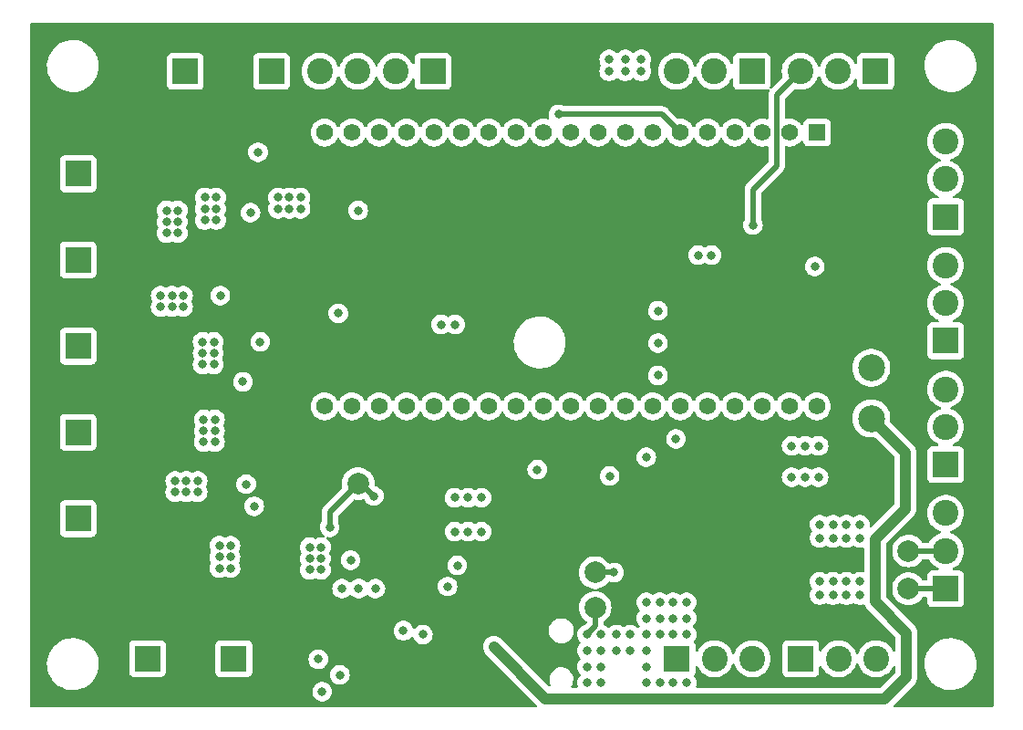
<source format=gbl>
G04 #@! TF.GenerationSoftware,KiCad,Pcbnew,7.0.7*
G04 #@! TF.CreationDate,2023-09-27T11:52:32+02:00*
G04 #@! TF.ProjectId,PCB_Layout_MOSFET,5043425f-4c61-4796-9f75-745f4d4f5346,rev?*
G04 #@! TF.SameCoordinates,Original*
G04 #@! TF.FileFunction,Copper,L4,Bot*
G04 #@! TF.FilePolarity,Positive*
%FSLAX46Y46*%
G04 Gerber Fmt 4.6, Leading zero omitted, Abs format (unit mm)*
G04 Created by KiCad (PCBNEW 7.0.7) date 2023-09-27 11:52:32*
%MOMM*%
%LPD*%
G01*
G04 APERTURE LIST*
G04 #@! TA.AperFunction,ComponentPad*
%ADD10R,1.560000X1.560000*%
G04 #@! TD*
G04 #@! TA.AperFunction,ComponentPad*
%ADD11C,1.560000*%
G04 #@! TD*
G04 #@! TA.AperFunction,ComponentPad*
%ADD12C,2.500000*%
G04 #@! TD*
G04 #@! TA.AperFunction,ComponentPad*
%ADD13R,2.400000X2.400000*%
G04 #@! TD*
G04 #@! TA.AperFunction,ComponentPad*
%ADD14C,2.400000*%
G04 #@! TD*
G04 #@! TA.AperFunction,SMDPad,CuDef*
%ADD15C,2.000000*%
G04 #@! TD*
G04 #@! TA.AperFunction,ViaPad*
%ADD16C,0.800000*%
G04 #@! TD*
G04 #@! TA.AperFunction,Conductor*
%ADD17C,0.500000*%
G04 #@! TD*
G04 #@! TA.AperFunction,Conductor*
%ADD18C,1.000000*%
G04 #@! TD*
G04 APERTURE END LIST*
D10*
X172510000Y-87477500D03*
D11*
X169970000Y-87477500D03*
X167430000Y-87477500D03*
X164890000Y-87477500D03*
X162350000Y-87477500D03*
X159810000Y-87477500D03*
X157270000Y-87477500D03*
X154730000Y-87477500D03*
X152190000Y-87477500D03*
X149650000Y-87477500D03*
X147110000Y-87477500D03*
X144570000Y-87477500D03*
X142030000Y-87477500D03*
X139490000Y-87477500D03*
X136950000Y-87477500D03*
X134410000Y-87477500D03*
X131870000Y-87477500D03*
X129330000Y-87477500D03*
X126790000Y-87477500D03*
X172510000Y-112877500D03*
X169970000Y-112877500D03*
X167430000Y-112877500D03*
X164890000Y-112877500D03*
X162350000Y-112877500D03*
X159810000Y-112877500D03*
X157270000Y-112877500D03*
X154730000Y-112877500D03*
X152190000Y-112877500D03*
X149650000Y-112877500D03*
X147110000Y-112877500D03*
X144570000Y-112877500D03*
X142030000Y-112877500D03*
X139490000Y-112877500D03*
X136950000Y-112877500D03*
X134410000Y-112877500D03*
X131870000Y-112877500D03*
X129330000Y-112877500D03*
X126790000Y-112877500D03*
D12*
X177550000Y-114000000D03*
X177550000Y-118700000D03*
X177550000Y-109300000D03*
D13*
X184450000Y-118300000D03*
D14*
X184450000Y-114800000D03*
X184450000Y-111300000D03*
D13*
X166450000Y-81800000D03*
D14*
X162950000Y-81800000D03*
X159450000Y-81800000D03*
D13*
X184450000Y-129800000D03*
D14*
X184450000Y-126300000D03*
X184450000Y-122800000D03*
D13*
X136850000Y-81800000D03*
D14*
X133350000Y-81800000D03*
X129850000Y-81800000D03*
X126350000Y-81800000D03*
D13*
X110350000Y-136300000D03*
D14*
X113850000Y-136300000D03*
D13*
X184450000Y-95300000D03*
D14*
X184450000Y-91800000D03*
X184450000Y-88300000D03*
D13*
X103900000Y-99300000D03*
D14*
X103900000Y-102800000D03*
D13*
X177950000Y-81800000D03*
D14*
X174450000Y-81800000D03*
X170950000Y-81800000D03*
D13*
X171000000Y-136300000D03*
D14*
X174500000Y-136300000D03*
X178000000Y-136300000D03*
D13*
X118350000Y-136300000D03*
D14*
X121850000Y-136300000D03*
D13*
X103900000Y-123300000D03*
D14*
X103900000Y-126800000D03*
D13*
X103900000Y-91300000D03*
D14*
X103900000Y-94800000D03*
D13*
X159500000Y-136300000D03*
D14*
X163000000Y-136300000D03*
X166500000Y-136300000D03*
D13*
X184450000Y-106800000D03*
D14*
X184450000Y-103300000D03*
X184450000Y-99800000D03*
D13*
X103900000Y-107300000D03*
D14*
X103900000Y-110800000D03*
D13*
X113850000Y-81800000D03*
D14*
X110350000Y-81800000D03*
D13*
X121850000Y-81800000D03*
D14*
X118350000Y-81800000D03*
D13*
X103900000Y-115300000D03*
D14*
X103900000Y-118800000D03*
D15*
X181000000Y-126300000D03*
X151900000Y-128300000D03*
X129900000Y-116400000D03*
X181000000Y-129800000D03*
X129900000Y-120050000D03*
X151900000Y-131550000D03*
D16*
X157900000Y-138550000D03*
X157900000Y-134050000D03*
X174000000Y-130400000D03*
X175250000Y-129150000D03*
X172750000Y-129150000D03*
X174000000Y-129150000D03*
X176500000Y-130400000D03*
X176500000Y-129150000D03*
X175250000Y-130400000D03*
X172750000Y-130400000D03*
X153650000Y-128300000D03*
X120600000Y-89300000D03*
X115450000Y-109000000D03*
X139100000Y-127650000D03*
X126450000Y-125950000D03*
X137600000Y-105300000D03*
X162700000Y-98850000D03*
X172750000Y-125100000D03*
X175250000Y-125100000D03*
X116700000Y-93500000D03*
X141350000Y-124500000D03*
X117000000Y-126850000D03*
X115650000Y-94550000D03*
X155150000Y-135550000D03*
X129950000Y-129800000D03*
X125400000Y-125950000D03*
X126200000Y-136350000D03*
X176500000Y-123850000D03*
X153200000Y-81800000D03*
X124550000Y-94550000D03*
X127250000Y-124100000D03*
X112900000Y-119800000D03*
X152400000Y-134050000D03*
X112100000Y-95750000D03*
X123500000Y-94550000D03*
X120800000Y-106900000D03*
X151150000Y-135550000D03*
X113650000Y-102600000D03*
X131350000Y-121200000D03*
X153200000Y-80700000D03*
X126450000Y-128050000D03*
X116500000Y-109000000D03*
X112600000Y-103650000D03*
X113150000Y-96800000D03*
X115650000Y-95600000D03*
X125400000Y-127000000D03*
X155150000Y-134050000D03*
X120250000Y-122150000D03*
X140100000Y-121350000D03*
X152400000Y-138550000D03*
X176500000Y-125100000D03*
X152400000Y-135550000D03*
X118050000Y-125800000D03*
X170150000Y-116550000D03*
X156650000Y-132550000D03*
X171400000Y-119450000D03*
X113950000Y-119800000D03*
X174000000Y-123850000D03*
X111550000Y-103650000D03*
X153250000Y-119350000D03*
X157740489Y-107009511D03*
X115650000Y-93500000D03*
X112100000Y-96800000D03*
X126550000Y-139350000D03*
X157740489Y-104009511D03*
X115450000Y-106900000D03*
X151150000Y-137050000D03*
X117000000Y-127900000D03*
X138900000Y-105300000D03*
X146530000Y-118750000D03*
X172650000Y-119450000D03*
X141350000Y-121350000D03*
X115550000Y-115150000D03*
X113150000Y-95750000D03*
X116700000Y-94550000D03*
X117100000Y-102600000D03*
X134100000Y-133700000D03*
X153900000Y-134050000D03*
X113950000Y-120850000D03*
X172300000Y-99900000D03*
X156200000Y-81800000D03*
X116600000Y-115150000D03*
X128400000Y-129800000D03*
X118050000Y-127900000D03*
X124550000Y-93500000D03*
X129200000Y-127150000D03*
X151150000Y-138550000D03*
X123500000Y-93500000D03*
X119200000Y-110600000D03*
X156650000Y-137050000D03*
X161450000Y-98850000D03*
X122450000Y-93500000D03*
X172750000Y-123850000D03*
X159150000Y-132550000D03*
X157900000Y-131050000D03*
X116600000Y-116200000D03*
X138850000Y-124500000D03*
X160400000Y-131050000D03*
X115550000Y-114100000D03*
X153900000Y-135550000D03*
X156200000Y-80700000D03*
X113650000Y-103650000D03*
X175250000Y-123850000D03*
X160400000Y-134050000D03*
X135900000Y-134050000D03*
X116700000Y-95600000D03*
X138850000Y-121350000D03*
X159150000Y-134050000D03*
X156650000Y-117600000D03*
X154700000Y-81800000D03*
X157900000Y-132550000D03*
X129900000Y-94700000D03*
X112100000Y-94700000D03*
X112900000Y-120850000D03*
X160400000Y-138550000D03*
X138200000Y-129600000D03*
X116600000Y-114100000D03*
X115550000Y-116200000D03*
X156650000Y-131050000D03*
X115000000Y-120850000D03*
X131500000Y-129800000D03*
X119500000Y-120100000D03*
X156650000Y-138550000D03*
X117000000Y-125800000D03*
X156650000Y-135550000D03*
X170150000Y-119450000D03*
X160400000Y-132550000D03*
X172650000Y-116550000D03*
X126450000Y-127000000D03*
X157740489Y-110009511D03*
X156650000Y-134050000D03*
X159150000Y-138550000D03*
X154700000Y-80700000D03*
X111550000Y-102600000D03*
X119900000Y-94900000D03*
X140100000Y-124500000D03*
X159150000Y-131050000D03*
X171400000Y-116550000D03*
X122450000Y-94550000D03*
X128050000Y-104250000D03*
X125400000Y-128050000D03*
X112600000Y-102600000D03*
X128200000Y-137800000D03*
X113150000Y-94700000D03*
X115450000Y-107950000D03*
X151150000Y-134050000D03*
X116500000Y-107950000D03*
X159400000Y-115900000D03*
X118050000Y-126850000D03*
X116500000Y-106900000D03*
X174000000Y-125100000D03*
X115000000Y-119800000D03*
X152400000Y-137050000D03*
X166550000Y-96050000D03*
X107400000Y-104800000D03*
X109250000Y-85300000D03*
X143900000Y-125800000D03*
X120575000Y-134100000D03*
X133450000Y-119100000D03*
X115925000Y-134100000D03*
X127700000Y-133600000D03*
X118500000Y-85300000D03*
X107500000Y-95650000D03*
X128600000Y-133600000D03*
X115900000Y-132900000D03*
X107400000Y-117300000D03*
X108075000Y-84100000D03*
X107300000Y-128850000D03*
X145000000Y-121600000D03*
X122900000Y-132900000D03*
X106200000Y-112825000D03*
X106200000Y-102475000D03*
X106200000Y-119675000D03*
X106300000Y-94475000D03*
X106100000Y-126525000D03*
X131300000Y-133600000D03*
X132200000Y-133600000D03*
X106200000Y-117325000D03*
X122925000Y-134100000D03*
X107500000Y-94450000D03*
X113550000Y-132900000D03*
X119650000Y-85300000D03*
X120550000Y-132900000D03*
X106200000Y-110475000D03*
X106200000Y-104825000D03*
X107300000Y-127700000D03*
X107400000Y-110450000D03*
X106200000Y-101325000D03*
X124050000Y-132900000D03*
X112425000Y-134100000D03*
X143900000Y-120500000D03*
X107300000Y-125350000D03*
X114775000Y-134100000D03*
X107400000Y-103650000D03*
X117300000Y-85300000D03*
X121725000Y-134100000D03*
X147200000Y-121600000D03*
X107400000Y-112800000D03*
X130400000Y-133600000D03*
X107400000Y-118450000D03*
X143900000Y-121600000D03*
X124075000Y-134100000D03*
X106200000Y-109325000D03*
X106200000Y-103675000D03*
X111600000Y-85300000D03*
X133400000Y-139350000D03*
X107500000Y-93300000D03*
X129500000Y-133600000D03*
X107300000Y-126500000D03*
X107400000Y-109300000D03*
X107400000Y-102450000D03*
X107400000Y-101300000D03*
X106100000Y-125375000D03*
X116125000Y-84100000D03*
X107400000Y-111650000D03*
X107400000Y-119650000D03*
X106200000Y-111675000D03*
X121700000Y-132900000D03*
X107500000Y-96800000D03*
X108100000Y-85300000D03*
X106100000Y-128875000D03*
X145000000Y-124600000D03*
X106300000Y-95675000D03*
X106200000Y-120825000D03*
X113575000Y-134100000D03*
X145000000Y-120500000D03*
X143900000Y-124600000D03*
X111575000Y-84100000D03*
X110450000Y-85300000D03*
X106200000Y-118475000D03*
X118475000Y-84100000D03*
X106300000Y-93325000D03*
X116150000Y-85300000D03*
X117275000Y-84100000D03*
X145000000Y-125800000D03*
X112400000Y-132900000D03*
X107400000Y-120800000D03*
X109225000Y-84100000D03*
X106300000Y-96825000D03*
X110425000Y-84100000D03*
X106100000Y-127725000D03*
X114750000Y-132900000D03*
X147200000Y-120500000D03*
X119625000Y-84100000D03*
X148500000Y-85800000D03*
X142500000Y-135200000D03*
D17*
X184450000Y-126300000D02*
X181000000Y-126300000D01*
X151900000Y-128300000D02*
X153650000Y-128300000D01*
X129900000Y-120050000D02*
X127250000Y-122700000D01*
X184450000Y-129800000D02*
X181000000Y-129800000D01*
X127250000Y-122700000D02*
X127250000Y-124100000D01*
X151900000Y-131550000D02*
X151900000Y-133300000D01*
X130200000Y-120050000D02*
X131350000Y-121200000D01*
X151900000Y-133300000D02*
X151150000Y-134050000D01*
X129900000Y-120050000D02*
X130200000Y-120050000D01*
X168740489Y-90559511D02*
X168740489Y-84009511D01*
X166550000Y-96050000D02*
X166550000Y-92750000D01*
X168740489Y-84009511D02*
X170950000Y-81800000D01*
X166550000Y-92750000D02*
X168740489Y-90559511D01*
X148500000Y-85800000D02*
X158132500Y-85800000D01*
X158132500Y-85800000D02*
X159810000Y-87477500D01*
D18*
X180800000Y-133900000D02*
X180800000Y-138000000D01*
X177900000Y-125200000D02*
X177900000Y-131000000D01*
X180800000Y-138000000D02*
X178800000Y-140000000D01*
X177900000Y-131000000D02*
X180800000Y-133900000D01*
X177550000Y-114000000D02*
X180700000Y-117150000D01*
X180700000Y-122400000D02*
X177900000Y-125200000D01*
X147300000Y-140000000D02*
X142500000Y-135200000D01*
X178800000Y-140000000D02*
X147300000Y-140000000D01*
X180700000Y-117150000D02*
X180700000Y-122400000D01*
G04 #@! TA.AperFunction,Conductor*
G36*
X188841621Y-77320502D02*
G01*
X188888114Y-77374158D01*
X188899500Y-77426500D01*
X188899500Y-140673500D01*
X188879498Y-140741621D01*
X188825842Y-140788114D01*
X188773500Y-140799500D01*
X179730923Y-140799500D01*
X179662802Y-140779498D01*
X179616309Y-140725842D01*
X179606205Y-140655568D01*
X179635699Y-140590988D01*
X179641828Y-140584405D01*
X180085116Y-140141117D01*
X181475907Y-138750325D01*
X181480445Y-138746211D01*
X181516568Y-138716568D01*
X181642595Y-138563004D01*
X181736241Y-138387804D01*
X181793908Y-138197701D01*
X181795801Y-138178487D01*
X181808500Y-138049547D01*
X181813380Y-138000001D01*
X181813380Y-137999997D01*
X181808804Y-137953536D01*
X181808500Y-137947357D01*
X181808500Y-136722773D01*
X182491788Y-136722773D01*
X182501683Y-137031355D01*
X182501684Y-137031364D01*
X182550960Y-137336157D01*
X182550961Y-137336160D01*
X182638805Y-137632136D01*
X182638805Y-137632137D01*
X182686147Y-137739083D01*
X182763783Y-137914463D01*
X182923836Y-138178486D01*
X182962336Y-138226763D01*
X183116333Y-138419871D01*
X183116341Y-138419880D01*
X183264129Y-138563004D01*
X183338126Y-138634666D01*
X183426248Y-138700433D01*
X183585555Y-138819327D01*
X183585557Y-138819328D01*
X183585561Y-138819331D01*
X183854579Y-138970839D01*
X184140763Y-139086702D01*
X184439413Y-139165018D01*
X184745626Y-139204500D01*
X184745631Y-139204500D01*
X184977106Y-139204500D01*
X185069114Y-139198592D01*
X185208114Y-139189668D01*
X185511168Y-139130649D01*
X185804187Y-139033360D01*
X186082359Y-138899399D01*
X186311346Y-138750345D01*
X186341110Y-138730971D01*
X186341112Y-138730969D01*
X186341117Y-138730966D01*
X186576212Y-138530827D01*
X186783784Y-138302268D01*
X186960424Y-138049041D01*
X187103231Y-137775305D01*
X187209862Y-137485555D01*
X187278565Y-137184548D01*
X187308212Y-136877227D01*
X187298316Y-136568637D01*
X187249040Y-136263847D01*
X187244885Y-136249849D01*
X187161194Y-135967863D01*
X187161194Y-135967862D01*
X187140695Y-135921554D01*
X187036217Y-135685537D01*
X186876164Y-135421514D01*
X186699509Y-135199995D01*
X186683666Y-135180128D01*
X186683658Y-135180119D01*
X186461875Y-134965335D01*
X186461874Y-134965334D01*
X186335654Y-134871134D01*
X186214444Y-134780672D01*
X186136436Y-134736739D01*
X185945421Y-134629161D01*
X185945419Y-134629160D01*
X185659241Y-134513299D01*
X185360588Y-134434982D01*
X185309551Y-134428401D01*
X185054374Y-134395500D01*
X184822901Y-134395500D01*
X184822894Y-134395500D01*
X184591880Y-134410332D01*
X184288847Y-134469347D01*
X184288826Y-134469352D01*
X183995812Y-134566640D01*
X183717643Y-134700599D01*
X183458889Y-134869028D01*
X183458887Y-134869030D01*
X183289706Y-135013056D01*
X183223788Y-135069173D01*
X183016216Y-135297732D01*
X182908237Y-135452529D01*
X182839575Y-135550961D01*
X182696766Y-135824699D01*
X182590137Y-136114448D01*
X182521434Y-136415454D01*
X182491788Y-136722773D01*
X181808500Y-136722773D01*
X181808500Y-133952641D01*
X181808804Y-133946461D01*
X181813380Y-133900001D01*
X181813380Y-133899996D01*
X181793909Y-133702305D01*
X181793908Y-133702303D01*
X181793908Y-133702299D01*
X181736241Y-133512196D01*
X181646978Y-133345196D01*
X181644220Y-133338974D01*
X181516570Y-133183434D01*
X181516569Y-133183433D01*
X181516568Y-133183432D01*
X181480464Y-133153802D01*
X181475892Y-133149658D01*
X179586624Y-131260390D01*
X178945405Y-130619170D01*
X178911379Y-130556858D01*
X178908500Y-130530075D01*
X178908500Y-129800000D01*
X179486835Y-129800000D01*
X179505465Y-130036711D01*
X179522976Y-130109651D01*
X179560894Y-130267592D01*
X179612060Y-130391117D01*
X179651760Y-130486963D01*
X179772811Y-130684500D01*
X179775825Y-130689417D01*
X179775826Y-130689419D01*
X179930030Y-130869969D01*
X180110580Y-131024173D01*
X180110584Y-131024176D01*
X180313037Y-131148240D01*
X180532406Y-131239105D01*
X180763289Y-131294535D01*
X181000000Y-131313165D01*
X181236711Y-131294535D01*
X181467594Y-131239105D01*
X181686963Y-131148240D01*
X181889416Y-131024176D01*
X182069969Y-130869969D01*
X182224176Y-130689416D01*
X182267533Y-130618663D01*
X182320180Y-130571034D01*
X182374965Y-130558500D01*
X182615500Y-130558500D01*
X182683621Y-130578502D01*
X182730114Y-130632158D01*
X182741500Y-130684500D01*
X182741500Y-131048649D01*
X182748009Y-131109196D01*
X182748011Y-131109204D01*
X182799110Y-131246202D01*
X182799112Y-131246207D01*
X182886738Y-131363261D01*
X183003792Y-131450887D01*
X183003794Y-131450888D01*
X183003796Y-131450889D01*
X183062875Y-131472924D01*
X183140795Y-131501988D01*
X183140803Y-131501990D01*
X183201350Y-131508499D01*
X183201355Y-131508499D01*
X183201362Y-131508500D01*
X183201368Y-131508500D01*
X185698632Y-131508500D01*
X185698638Y-131508500D01*
X185698645Y-131508499D01*
X185698649Y-131508499D01*
X185759196Y-131501990D01*
X185759199Y-131501989D01*
X185759201Y-131501989D01*
X185896204Y-131450889D01*
X185980476Y-131387804D01*
X186013261Y-131363261D01*
X186100887Y-131246207D01*
X186100887Y-131246206D01*
X186100889Y-131246204D01*
X186151989Y-131109201D01*
X186153105Y-131098828D01*
X186158499Y-131048649D01*
X186158500Y-131048632D01*
X186158500Y-128551367D01*
X186158499Y-128551350D01*
X186151990Y-128490803D01*
X186151988Y-128490795D01*
X186122924Y-128412875D01*
X186100889Y-128353796D01*
X186100888Y-128353794D01*
X186100887Y-128353792D01*
X186013261Y-128236738D01*
X185896207Y-128149112D01*
X185896202Y-128149110D01*
X185759204Y-128098011D01*
X185759196Y-128098009D01*
X185698649Y-128091500D01*
X185698638Y-128091500D01*
X185219647Y-128091500D01*
X185151526Y-128071498D01*
X185105033Y-128017842D01*
X185094929Y-127947568D01*
X185124423Y-127882988D01*
X185164978Y-127851978D01*
X185306640Y-127783757D01*
X185306640Y-127783756D01*
X185306646Y-127783754D01*
X185518219Y-127639505D01*
X185705931Y-127465334D01*
X185865587Y-127265131D01*
X185993622Y-127043369D01*
X185994973Y-127039928D01*
X186065237Y-126860895D01*
X186087174Y-126805001D01*
X186144155Y-126555353D01*
X186163291Y-126300000D01*
X186144155Y-126044647D01*
X186087174Y-125794999D01*
X186038086Y-125669923D01*
X185993625Y-125556637D01*
X185993623Y-125556633D01*
X185865589Y-125334872D01*
X185865587Y-125334869D01*
X185705931Y-125134666D01*
X185518219Y-124960495D01*
X185505407Y-124951760D01*
X185408846Y-124885925D01*
X185306646Y-124816246D01*
X185306643Y-124816245D01*
X185306641Y-124816243D01*
X185306640Y-124816242D01*
X185075936Y-124705142D01*
X185075929Y-124705139D01*
X184963311Y-124670402D01*
X184904113Y-124631210D01*
X184875500Y-124566234D01*
X184886559Y-124496104D01*
X184933777Y-124443086D01*
X184963311Y-124429598D01*
X185075929Y-124394860D01*
X185075930Y-124394859D01*
X185075935Y-124394858D01*
X185266086Y-124303286D01*
X185306640Y-124283757D01*
X185306640Y-124283756D01*
X185306646Y-124283754D01*
X185518219Y-124139505D01*
X185705931Y-123965334D01*
X185865587Y-123765131D01*
X185993622Y-123543369D01*
X186087174Y-123305001D01*
X186144155Y-123055353D01*
X186163291Y-122800000D01*
X186144155Y-122544647D01*
X186087174Y-122294999D01*
X186047887Y-122194897D01*
X185993625Y-122056637D01*
X185993623Y-122056633D01*
X185865589Y-121834872D01*
X185865587Y-121834869D01*
X185705931Y-121634666D01*
X185518219Y-121460495D01*
X185306646Y-121316246D01*
X185306643Y-121316245D01*
X185306641Y-121316243D01*
X185306640Y-121316242D01*
X185075936Y-121205142D01*
X185075929Y-121205139D01*
X184831253Y-121129667D01*
X184831245Y-121129665D01*
X184831243Y-121129665D01*
X184578034Y-121091500D01*
X184321966Y-121091500D01*
X184068757Y-121129665D01*
X184068755Y-121129665D01*
X184068746Y-121129667D01*
X183824073Y-121205138D01*
X183824060Y-121205143D01*
X183593352Y-121316247D01*
X183593345Y-121316251D01*
X183381787Y-121460490D01*
X183381782Y-121460494D01*
X183194070Y-121634665D01*
X183034410Y-121834872D01*
X182906376Y-122056633D01*
X182906374Y-122056637D01*
X182812827Y-122294994D01*
X182812826Y-122294997D01*
X182755845Y-122544643D01*
X182736709Y-122800000D01*
X182755845Y-123055356D01*
X182812826Y-123305002D01*
X182812827Y-123305005D01*
X182906374Y-123543362D01*
X182906376Y-123543366D01*
X183034410Y-123765127D01*
X183034412Y-123765130D01*
X183034413Y-123765131D01*
X183194069Y-123965334D01*
X183381781Y-124139505D01*
X183381787Y-124139509D01*
X183593345Y-124283748D01*
X183593352Y-124283752D01*
X183593355Y-124283754D01*
X183726360Y-124347806D01*
X183824060Y-124394856D01*
X183824073Y-124394861D01*
X183936688Y-124429598D01*
X183995887Y-124468790D01*
X184024499Y-124533766D01*
X184013440Y-124603896D01*
X183966222Y-124656914D01*
X183936688Y-124670402D01*
X183824073Y-124705138D01*
X183824060Y-124705143D01*
X183593352Y-124816247D01*
X183593345Y-124816251D01*
X183381787Y-124960490D01*
X183381782Y-124960494D01*
X183257484Y-125075826D01*
X183194069Y-125134666D01*
X183174757Y-125158883D01*
X183034410Y-125334872D01*
X182951487Y-125478500D01*
X182900104Y-125527493D01*
X182842368Y-125541500D01*
X182374965Y-125541500D01*
X182306844Y-125521498D01*
X182267533Y-125481336D01*
X182224176Y-125410584D01*
X182224173Y-125410580D01*
X182069969Y-125230030D01*
X181889419Y-125075826D01*
X181889417Y-125075825D01*
X181889416Y-125075824D01*
X181686963Y-124951760D01*
X181684861Y-124950889D01*
X181467592Y-124860894D01*
X181281617Y-124816246D01*
X181236711Y-124805465D01*
X181000000Y-124786835D01*
X180763289Y-124805465D01*
X180532407Y-124860894D01*
X180313038Y-124951759D01*
X180110582Y-125075825D01*
X180110580Y-125075826D01*
X179930030Y-125230030D01*
X179775826Y-125410580D01*
X179775825Y-125410582D01*
X179651759Y-125613038D01*
X179560894Y-125832407D01*
X179505465Y-126063289D01*
X179486835Y-126300000D01*
X179505465Y-126536710D01*
X179560894Y-126767592D01*
X179637179Y-126951760D01*
X179651760Y-126986963D01*
X179729030Y-127113056D01*
X179775825Y-127189417D01*
X179775826Y-127189419D01*
X179930030Y-127369969D01*
X180107514Y-127521554D01*
X180110584Y-127524176D01*
X180313037Y-127648240D01*
X180532406Y-127739105D01*
X180763289Y-127794535D01*
X181000000Y-127813165D01*
X181236711Y-127794535D01*
X181467594Y-127739105D01*
X181686963Y-127648240D01*
X181889416Y-127524176D01*
X182069969Y-127369969D01*
X182224176Y-127189416D01*
X182267533Y-127118663D01*
X182320180Y-127071034D01*
X182374965Y-127058500D01*
X182842368Y-127058500D01*
X182910489Y-127078502D01*
X182951487Y-127121500D01*
X183034410Y-127265127D01*
X183034412Y-127265130D01*
X183034413Y-127265131D01*
X183194069Y-127465334D01*
X183381781Y-127639505D01*
X183381787Y-127639509D01*
X183593345Y-127783748D01*
X183593352Y-127783752D01*
X183593355Y-127783754D01*
X183710000Y-127839927D01*
X183735024Y-127851978D01*
X183787720Y-127899556D01*
X183806328Y-127968071D01*
X183784940Y-128035769D01*
X183730347Y-128081158D01*
X183680354Y-128091500D01*
X183201350Y-128091500D01*
X183140803Y-128098009D01*
X183140795Y-128098011D01*
X183003797Y-128149110D01*
X183003792Y-128149112D01*
X182886738Y-128236738D01*
X182799112Y-128353792D01*
X182799110Y-128353797D01*
X182748011Y-128490795D01*
X182748009Y-128490803D01*
X182741500Y-128551350D01*
X182741500Y-128915500D01*
X182721498Y-128983621D01*
X182667842Y-129030114D01*
X182615500Y-129041500D01*
X182374965Y-129041500D01*
X182306844Y-129021498D01*
X182267533Y-128981336D01*
X182224176Y-128910584D01*
X182207877Y-128891500D01*
X182069969Y-128730030D01*
X181889419Y-128575826D01*
X181889417Y-128575825D01*
X181889416Y-128575824D01*
X181686963Y-128451760D01*
X181685544Y-128451172D01*
X181467592Y-128360894D01*
X181309651Y-128322976D01*
X181236711Y-128305465D01*
X181000000Y-128286835D01*
X180999999Y-128286835D01*
X180763289Y-128305465D01*
X180532407Y-128360894D01*
X180313038Y-128451759D01*
X180110582Y-128575825D01*
X180110580Y-128575826D01*
X179930030Y-128730030D01*
X179775826Y-128910580D01*
X179775825Y-128910582D01*
X179651759Y-129113038D01*
X179560894Y-129332407D01*
X179537838Y-129428444D01*
X179505465Y-129563289D01*
X179486835Y-129800000D01*
X178908500Y-129800000D01*
X178908500Y-125669923D01*
X178928502Y-125601802D01*
X178945400Y-125580833D01*
X181375907Y-123150325D01*
X181380445Y-123146211D01*
X181416568Y-123116568D01*
X181542595Y-122963004D01*
X181636241Y-122787804D01*
X181651541Y-122737367D01*
X181693909Y-122597701D01*
X181701408Y-122521561D01*
X181713380Y-122400004D01*
X181713380Y-122399996D01*
X181708804Y-122353534D01*
X181708500Y-122347355D01*
X181708500Y-117202643D01*
X181708804Y-117196464D01*
X181713380Y-117150002D01*
X181713380Y-117149995D01*
X181693910Y-116952308D01*
X181693909Y-116952306D01*
X181693909Y-116952300D01*
X181650287Y-116808500D01*
X181636241Y-116762196D01*
X181542595Y-116586996D01*
X181416568Y-116433432D01*
X181380463Y-116403801D01*
X181375893Y-116399659D01*
X179776234Y-114799999D01*
X182736709Y-114799999D01*
X182755845Y-115055356D01*
X182812826Y-115305002D01*
X182812827Y-115305005D01*
X182906374Y-115543362D01*
X182906376Y-115543366D01*
X183034410Y-115765127D01*
X183034412Y-115765130D01*
X183034413Y-115765131D01*
X183194069Y-115965334D01*
X183381781Y-116139505D01*
X183381787Y-116139509D01*
X183593345Y-116283748D01*
X183593352Y-116283752D01*
X183593355Y-116283754D01*
X183735024Y-116351978D01*
X183787720Y-116399556D01*
X183806328Y-116468071D01*
X183784940Y-116535769D01*
X183730347Y-116581158D01*
X183680354Y-116591500D01*
X183201350Y-116591500D01*
X183140803Y-116598009D01*
X183140795Y-116598011D01*
X183003797Y-116649110D01*
X183003792Y-116649112D01*
X182886738Y-116736738D01*
X182799112Y-116853792D01*
X182799110Y-116853797D01*
X182748011Y-116990795D01*
X182748009Y-116990803D01*
X182741500Y-117051350D01*
X182741500Y-119548649D01*
X182748009Y-119609196D01*
X182748011Y-119609204D01*
X182799110Y-119746202D01*
X182799112Y-119746207D01*
X182886738Y-119863261D01*
X183003792Y-119950887D01*
X183003794Y-119950888D01*
X183003796Y-119950889D01*
X183062875Y-119972924D01*
X183140795Y-120001988D01*
X183140803Y-120001990D01*
X183201350Y-120008499D01*
X183201355Y-120008499D01*
X183201362Y-120008500D01*
X183201368Y-120008500D01*
X185698632Y-120008500D01*
X185698638Y-120008500D01*
X185698645Y-120008499D01*
X185698649Y-120008499D01*
X185759196Y-120001990D01*
X185759199Y-120001989D01*
X185759201Y-120001989D01*
X185896204Y-119950889D01*
X186013261Y-119863261D01*
X186060618Y-119800000D01*
X186100887Y-119746207D01*
X186100887Y-119746206D01*
X186100889Y-119746204D01*
X186151989Y-119609201D01*
X186158500Y-119548638D01*
X186158500Y-117051362D01*
X186153892Y-117008499D01*
X186151990Y-116990803D01*
X186151988Y-116990795D01*
X186100889Y-116853797D01*
X186100887Y-116853792D01*
X186013261Y-116736738D01*
X185896207Y-116649112D01*
X185896202Y-116649110D01*
X185759204Y-116598011D01*
X185759196Y-116598009D01*
X185698649Y-116591500D01*
X185698638Y-116591500D01*
X185219647Y-116591500D01*
X185151526Y-116571498D01*
X185105033Y-116517842D01*
X185094929Y-116447568D01*
X185124423Y-116382988D01*
X185164978Y-116351978D01*
X185306640Y-116283757D01*
X185306640Y-116283756D01*
X185306646Y-116283754D01*
X185518219Y-116139505D01*
X185705931Y-115965334D01*
X185865587Y-115765131D01*
X185993622Y-115543369D01*
X186087174Y-115305001D01*
X186144155Y-115055353D01*
X186163291Y-114800000D01*
X186144155Y-114544647D01*
X186087174Y-114294999D01*
X186038478Y-114170922D01*
X185993625Y-114056637D01*
X185993623Y-114056633D01*
X185865589Y-113834872D01*
X185865587Y-113834869D01*
X185705931Y-113634666D01*
X185518219Y-113460495D01*
X185499477Y-113447717D01*
X185421324Y-113394433D01*
X185306646Y-113316246D01*
X185306643Y-113316245D01*
X185306641Y-113316243D01*
X185306640Y-113316242D01*
X185075936Y-113205142D01*
X185075929Y-113205139D01*
X184963311Y-113170402D01*
X184904113Y-113131210D01*
X184875500Y-113066234D01*
X184886559Y-112996104D01*
X184933777Y-112943086D01*
X184963311Y-112929598D01*
X185075929Y-112894860D01*
X185075930Y-112894859D01*
X185075935Y-112894858D01*
X185306646Y-112783754D01*
X185518219Y-112639505D01*
X185705931Y-112465334D01*
X185865587Y-112265131D01*
X185993622Y-112043369D01*
X186087174Y-111805001D01*
X186144155Y-111555353D01*
X186163291Y-111300000D01*
X186144155Y-111044647D01*
X186087174Y-110794999D01*
X186045328Y-110688377D01*
X185993625Y-110556637D01*
X185993623Y-110556633D01*
X185865589Y-110334872D01*
X185865587Y-110334869D01*
X185705931Y-110134666D01*
X185518219Y-109960495D01*
X185460487Y-109921134D01*
X185311829Y-109819780D01*
X185306646Y-109816246D01*
X185306643Y-109816245D01*
X185306641Y-109816243D01*
X185306640Y-109816242D01*
X185075936Y-109705142D01*
X185075929Y-109705139D01*
X184831253Y-109629667D01*
X184831245Y-109629665D01*
X184831243Y-109629665D01*
X184578034Y-109591500D01*
X184321966Y-109591500D01*
X184068757Y-109629665D01*
X184068755Y-109629665D01*
X184068746Y-109629667D01*
X183824073Y-109705138D01*
X183824060Y-109705143D01*
X183593352Y-109816247D01*
X183593345Y-109816251D01*
X183381787Y-109960490D01*
X183381782Y-109960494D01*
X183194070Y-110134665D01*
X183034410Y-110334872D01*
X182906376Y-110556633D01*
X182906374Y-110556637D01*
X182812827Y-110794994D01*
X182812826Y-110794997D01*
X182755845Y-111044643D01*
X182736709Y-111300000D01*
X182755845Y-111555356D01*
X182812826Y-111805002D01*
X182812827Y-111805005D01*
X182906374Y-112043362D01*
X182906376Y-112043366D01*
X183034410Y-112265127D01*
X183034412Y-112265130D01*
X183034413Y-112265131D01*
X183194069Y-112465334D01*
X183381781Y-112639505D01*
X183381787Y-112639509D01*
X183593345Y-112783748D01*
X183593352Y-112783752D01*
X183593355Y-112783754D01*
X183726360Y-112847806D01*
X183824060Y-112894856D01*
X183824073Y-112894861D01*
X183936688Y-112929598D01*
X183995887Y-112968790D01*
X184024499Y-113033766D01*
X184013440Y-113103896D01*
X183966222Y-113156914D01*
X183936688Y-113170402D01*
X183824073Y-113205138D01*
X183824060Y-113205143D01*
X183593352Y-113316247D01*
X183593345Y-113316251D01*
X183381787Y-113460490D01*
X183381782Y-113460494D01*
X183194070Y-113634665D01*
X183034410Y-113834872D01*
X182906376Y-114056633D01*
X182906374Y-114056637D01*
X182812827Y-114294994D01*
X182812826Y-114294997D01*
X182755845Y-114544643D01*
X182736709Y-114799999D01*
X179776234Y-114799999D01*
X179330795Y-114354560D01*
X179296769Y-114292249D01*
X179294242Y-114256055D01*
X179313431Y-114000000D01*
X179293735Y-113737174D01*
X179235087Y-113480220D01*
X179138796Y-113234876D01*
X179138795Y-113234875D01*
X179138794Y-113234871D01*
X179007017Y-113006627D01*
X179007015Y-113006624D01*
X178842686Y-112800562D01*
X178649481Y-112621294D01*
X178649474Y-112621289D01*
X178431725Y-112472829D01*
X178431718Y-112472825D01*
X178194257Y-112358469D01*
X178194245Y-112358464D01*
X177942410Y-112280784D01*
X177942402Y-112280782D01*
X177942400Y-112280782D01*
X177681781Y-112241500D01*
X177418219Y-112241500D01*
X177157600Y-112280782D01*
X177157598Y-112280782D01*
X177157589Y-112280784D01*
X176905754Y-112358464D01*
X176905742Y-112358469D01*
X176668283Y-112472825D01*
X176668275Y-112472829D01*
X176450525Y-112621289D01*
X176450520Y-112621293D01*
X176257315Y-112800561D01*
X176092982Y-113006627D01*
X175961205Y-113234871D01*
X175961202Y-113234879D01*
X175864911Y-113480224D01*
X175806364Y-113736739D01*
X175806265Y-113737174D01*
X175786569Y-114000000D01*
X175806265Y-114262826D01*
X175806266Y-114262830D01*
X175864911Y-114519775D01*
X175961202Y-114765120D01*
X175961205Y-114765128D01*
X176092982Y-114993372D01*
X176092984Y-114993375D01*
X176092985Y-114993376D01*
X176257314Y-115199438D01*
X176450519Y-115378706D01*
X176450525Y-115378710D01*
X176668275Y-115527170D01*
X176668279Y-115527172D01*
X176668285Y-115527176D01*
X176905746Y-115641532D01*
X176905749Y-115641532D01*
X176905754Y-115641535D01*
X177157589Y-115719215D01*
X177157591Y-115719215D01*
X177157600Y-115719218D01*
X177418219Y-115758500D01*
X177418223Y-115758500D01*
X177681776Y-115758500D01*
X177681781Y-115758500D01*
X177793109Y-115741719D01*
X177863449Y-115751345D01*
X177900983Y-115777217D01*
X179654595Y-117530829D01*
X179688621Y-117593141D01*
X179691500Y-117619924D01*
X179691500Y-121930075D01*
X179671498Y-121998196D01*
X179654595Y-122019170D01*
X177616917Y-124056848D01*
X177554605Y-124090874D01*
X177483790Y-124085809D01*
X177426954Y-124043262D01*
X177402143Y-123976742D01*
X177402512Y-123954583D01*
X177407190Y-123910072D01*
X177413504Y-123850000D01*
X177393542Y-123660072D01*
X177334527Y-123478444D01*
X177239040Y-123313056D01*
X177239038Y-123313054D01*
X177239034Y-123313048D01*
X177111255Y-123171135D01*
X176956752Y-123058882D01*
X176782288Y-122981206D01*
X176595487Y-122941500D01*
X176404513Y-122941500D01*
X176217711Y-122981206D01*
X176043247Y-123058882D01*
X175949061Y-123127313D01*
X175882193Y-123151172D01*
X175813042Y-123135091D01*
X175800939Y-123127313D01*
X175706752Y-123058882D01*
X175532288Y-122981206D01*
X175345487Y-122941500D01*
X175154513Y-122941500D01*
X174967711Y-122981206D01*
X174793247Y-123058882D01*
X174699061Y-123127313D01*
X174632193Y-123151172D01*
X174563042Y-123135091D01*
X174550939Y-123127313D01*
X174456752Y-123058882D01*
X174282288Y-122981206D01*
X174095487Y-122941500D01*
X173904513Y-122941500D01*
X173717711Y-122981206D01*
X173543247Y-123058882D01*
X173449061Y-123127313D01*
X173382193Y-123151172D01*
X173313042Y-123135091D01*
X173300939Y-123127313D01*
X173206752Y-123058882D01*
X173032288Y-122981206D01*
X172845487Y-122941500D01*
X172654513Y-122941500D01*
X172467711Y-122981206D01*
X172293247Y-123058882D01*
X172138744Y-123171135D01*
X172010965Y-123313048D01*
X172010958Y-123313058D01*
X171915476Y-123478438D01*
X171915473Y-123478445D01*
X171856457Y-123660072D01*
X171836496Y-123849999D01*
X171856457Y-124039927D01*
X171885217Y-124128438D01*
X171915473Y-124221556D01*
X171915476Y-124221561D01*
X172010957Y-124386940D01*
X172010958Y-124386942D01*
X172010960Y-124386944D01*
X172014328Y-124390685D01*
X172045049Y-124454691D01*
X172036288Y-124525145D01*
X172014338Y-124559303D01*
X172010960Y-124563055D01*
X172010958Y-124563057D01*
X171915476Y-124728438D01*
X171915473Y-124728444D01*
X171900999Y-124772986D01*
X171856457Y-124910072D01*
X171836496Y-125100000D01*
X171856457Y-125289927D01*
X171871060Y-125334869D01*
X171915473Y-125471556D01*
X171915476Y-125471561D01*
X172010958Y-125636941D01*
X172010965Y-125636951D01*
X172138744Y-125778864D01*
X172138747Y-125778866D01*
X172293248Y-125891118D01*
X172467712Y-125968794D01*
X172654513Y-126008500D01*
X172845487Y-126008500D01*
X173032288Y-125968794D01*
X173206752Y-125891118D01*
X173300942Y-125822684D01*
X173367806Y-125798828D01*
X173436958Y-125814908D01*
X173449043Y-125822673D01*
X173543248Y-125891118D01*
X173717712Y-125968794D01*
X173904513Y-126008500D01*
X174095487Y-126008500D01*
X174282288Y-125968794D01*
X174456752Y-125891118D01*
X174550940Y-125822685D01*
X174617804Y-125798828D01*
X174686956Y-125814907D01*
X174699058Y-125822684D01*
X174793248Y-125891118D01*
X174967712Y-125968794D01*
X175154513Y-126008500D01*
X175345487Y-126008500D01*
X175532288Y-125968794D01*
X175706752Y-125891118D01*
X175800942Y-125822684D01*
X175867806Y-125798828D01*
X175936958Y-125814908D01*
X175949043Y-125822673D01*
X176043248Y-125891118D01*
X176217712Y-125968794D01*
X176404513Y-126008500D01*
X176595491Y-126008500D01*
X176713892Y-125983332D01*
X176739301Y-125977931D01*
X176810092Y-125983332D01*
X176866725Y-126026148D01*
X176891219Y-126092786D01*
X176891499Y-126101177D01*
X176891499Y-128148822D01*
X176871497Y-128216943D01*
X176817841Y-128263436D01*
X176747567Y-128273540D01*
X176739302Y-128272069D01*
X176595487Y-128241500D01*
X176404513Y-128241500D01*
X176217711Y-128281206D01*
X176043247Y-128358882D01*
X175949061Y-128427313D01*
X175882193Y-128451172D01*
X175813042Y-128435091D01*
X175800939Y-128427313D01*
X175706752Y-128358882D01*
X175532288Y-128281206D01*
X175345487Y-128241500D01*
X175154513Y-128241500D01*
X174967711Y-128281206D01*
X174793247Y-128358882D01*
X174699061Y-128427313D01*
X174632193Y-128451172D01*
X174563042Y-128435091D01*
X174550939Y-128427313D01*
X174456752Y-128358882D01*
X174282288Y-128281206D01*
X174095487Y-128241500D01*
X173904513Y-128241500D01*
X173717711Y-128281206D01*
X173543248Y-128358882D01*
X173449059Y-128427314D01*
X173382192Y-128451172D01*
X173313040Y-128435091D01*
X173300940Y-128427314D01*
X173206752Y-128358882D01*
X173032288Y-128281206D01*
X172845487Y-128241500D01*
X172654513Y-128241500D01*
X172467711Y-128281206D01*
X172293247Y-128358882D01*
X172138744Y-128471135D01*
X172010965Y-128613048D01*
X172010958Y-128613058D01*
X171921738Y-128767592D01*
X171915473Y-128778444D01*
X171905707Y-128808500D01*
X171856457Y-128960072D01*
X171836496Y-129149999D01*
X171856457Y-129339927D01*
X171866219Y-129369969D01*
X171915473Y-129521556D01*
X171915476Y-129521561D01*
X172010958Y-129686942D01*
X172010959Y-129686944D01*
X172014333Y-129690691D01*
X172045050Y-129754699D01*
X172036285Y-129825152D01*
X172014333Y-129859309D01*
X172010959Y-129863055D01*
X172010958Y-129863057D01*
X171917273Y-130025326D01*
X171915473Y-130028444D01*
X171908270Y-130050612D01*
X171856457Y-130210072D01*
X171836496Y-130400000D01*
X171856457Y-130589927D01*
X171865795Y-130618665D01*
X171915473Y-130771556D01*
X171915476Y-130771561D01*
X172010958Y-130936941D01*
X172010965Y-130936951D01*
X172138744Y-131078864D01*
X172188353Y-131114907D01*
X172293248Y-131191118D01*
X172467712Y-131268794D01*
X172654513Y-131308500D01*
X172845487Y-131308500D01*
X173032288Y-131268794D01*
X173206752Y-131191118D01*
X173300938Y-131122687D01*
X173367807Y-131098828D01*
X173436958Y-131114909D01*
X173449061Y-131122687D01*
X173543248Y-131191118D01*
X173717712Y-131268794D01*
X173904513Y-131308500D01*
X174095487Y-131308500D01*
X174282288Y-131268794D01*
X174456752Y-131191118D01*
X174550940Y-131122685D01*
X174617804Y-131098828D01*
X174686956Y-131114907D01*
X174699058Y-131122684D01*
X174793248Y-131191118D01*
X174967712Y-131268794D01*
X175154513Y-131308500D01*
X175345487Y-131308500D01*
X175532288Y-131268794D01*
X175706752Y-131191118D01*
X175800940Y-131122685D01*
X175867804Y-131098828D01*
X175936956Y-131114907D01*
X175949058Y-131122684D01*
X176043248Y-131191118D01*
X176217712Y-131268794D01*
X176404513Y-131308500D01*
X176595487Y-131308500D01*
X176782288Y-131268794D01*
X176782292Y-131268792D01*
X176782293Y-131268792D01*
X176788568Y-131266754D01*
X176789166Y-131268595D01*
X176850324Y-131260390D01*
X176914624Y-131290490D01*
X176951792Y-131348357D01*
X176963756Y-131387798D01*
X176963758Y-131387803D01*
X177057405Y-131563004D01*
X177182710Y-131715689D01*
X177183432Y-131716568D01*
X177219531Y-131746194D01*
X177224100Y-131750334D01*
X178494900Y-133021134D01*
X179754595Y-134280829D01*
X179788621Y-134343141D01*
X179791500Y-134369924D01*
X179791500Y-135522286D01*
X179771498Y-135590407D01*
X179717842Y-135636900D01*
X179647568Y-135647004D01*
X179582988Y-135617510D01*
X179548211Y-135568321D01*
X179543626Y-135556641D01*
X179543623Y-135556633D01*
X179539793Y-135550000D01*
X179450842Y-135395932D01*
X179415589Y-135334872D01*
X179385971Y-135297732D01*
X179255931Y-135134666D01*
X179068219Y-134960495D01*
X178856646Y-134816246D01*
X178856643Y-134816245D01*
X178856641Y-134816243D01*
X178856640Y-134816242D01*
X178625936Y-134705142D01*
X178625929Y-134705139D01*
X178381253Y-134629667D01*
X178381245Y-134629665D01*
X178381243Y-134629665D01*
X178128034Y-134591500D01*
X177871966Y-134591500D01*
X177618757Y-134629665D01*
X177618755Y-134629665D01*
X177618746Y-134629667D01*
X177374073Y-134705138D01*
X177374060Y-134705143D01*
X177143352Y-134816247D01*
X177143345Y-134816251D01*
X176931787Y-134960490D01*
X176931782Y-134960494D01*
X176744070Y-135134665D01*
X176584410Y-135334872D01*
X176456376Y-135556633D01*
X176456374Y-135556638D01*
X176367289Y-135783623D01*
X176323782Y-135839727D01*
X176256850Y-135863404D01*
X176187742Y-135847135D01*
X176138401Y-135796086D01*
X176132709Y-135783622D01*
X176043627Y-135556641D01*
X176043623Y-135556633D01*
X176039793Y-135550000D01*
X175950842Y-135395932D01*
X175915589Y-135334872D01*
X175885971Y-135297732D01*
X175755931Y-135134666D01*
X175568219Y-134960495D01*
X175356646Y-134816246D01*
X175356643Y-134816245D01*
X175356641Y-134816243D01*
X175356640Y-134816242D01*
X175125936Y-134705142D01*
X175125929Y-134705139D01*
X174881253Y-134629667D01*
X174881245Y-134629665D01*
X174881243Y-134629665D01*
X174628034Y-134591500D01*
X174371966Y-134591500D01*
X174118757Y-134629665D01*
X174118755Y-134629665D01*
X174118746Y-134629667D01*
X173874073Y-134705138D01*
X173874060Y-134705143D01*
X173643352Y-134816247D01*
X173643345Y-134816251D01*
X173431787Y-134960490D01*
X173431782Y-134960494D01*
X173244070Y-135134665D01*
X173084410Y-135334872D01*
X172956376Y-135556633D01*
X172956373Y-135556641D01*
X172951789Y-135568321D01*
X172908282Y-135624424D01*
X172841349Y-135648100D01*
X172772242Y-135631830D01*
X172722901Y-135580781D01*
X172708500Y-135522286D01*
X172708500Y-135051367D01*
X172708499Y-135051350D01*
X172701990Y-134990803D01*
X172701988Y-134990795D01*
X172657356Y-134871134D01*
X172650889Y-134853796D01*
X172650888Y-134853794D01*
X172650887Y-134853792D01*
X172563261Y-134736738D01*
X172446207Y-134649112D01*
X172446202Y-134649110D01*
X172309204Y-134598011D01*
X172309196Y-134598009D01*
X172248649Y-134591500D01*
X172248638Y-134591500D01*
X169751362Y-134591500D01*
X169751350Y-134591500D01*
X169690803Y-134598009D01*
X169690795Y-134598011D01*
X169553797Y-134649110D01*
X169553792Y-134649112D01*
X169436738Y-134736738D01*
X169349112Y-134853792D01*
X169349110Y-134853797D01*
X169298011Y-134990795D01*
X169298009Y-134990803D01*
X169291500Y-135051350D01*
X169291500Y-137548649D01*
X169298009Y-137609196D01*
X169298011Y-137609204D01*
X169349110Y-137746202D01*
X169349112Y-137746207D01*
X169436738Y-137863261D01*
X169553792Y-137950887D01*
X169553794Y-137950888D01*
X169553796Y-137950889D01*
X169605924Y-137970332D01*
X169690795Y-138001988D01*
X169690803Y-138001990D01*
X169751350Y-138008499D01*
X169751355Y-138008499D01*
X169751362Y-138008500D01*
X169751368Y-138008500D01*
X172248632Y-138008500D01*
X172248638Y-138008500D01*
X172248645Y-138008499D01*
X172248649Y-138008499D01*
X172309196Y-138001990D01*
X172309199Y-138001989D01*
X172309201Y-138001989D01*
X172446204Y-137950889D01*
X172450923Y-137947357D01*
X172563261Y-137863261D01*
X172650887Y-137746207D01*
X172650887Y-137746206D01*
X172650889Y-137746204D01*
X172701989Y-137609201D01*
X172703173Y-137598196D01*
X172708499Y-137548649D01*
X172708500Y-137548632D01*
X172708500Y-137077713D01*
X172728502Y-137009592D01*
X172782158Y-136963099D01*
X172852432Y-136952995D01*
X172917012Y-136982489D01*
X172951790Y-137031681D01*
X172956372Y-137043358D01*
X172956376Y-137043366D01*
X173084410Y-137265127D01*
X173084412Y-137265130D01*
X173084413Y-137265131D01*
X173244069Y-137465334D01*
X173431781Y-137639505D01*
X173431787Y-137639509D01*
X173643345Y-137783748D01*
X173643352Y-137783752D01*
X173643355Y-137783754D01*
X173719250Y-137820303D01*
X173874060Y-137894856D01*
X173874073Y-137894861D01*
X174118746Y-137970332D01*
X174118748Y-137970332D01*
X174118757Y-137970335D01*
X174371966Y-138008500D01*
X174371970Y-138008500D01*
X174628030Y-138008500D01*
X174628034Y-138008500D01*
X174881243Y-137970335D01*
X174881253Y-137970332D01*
X175125929Y-137894860D01*
X175125930Y-137894859D01*
X175125935Y-137894858D01*
X175356646Y-137783754D01*
X175568219Y-137639505D01*
X175755931Y-137465334D01*
X175915587Y-137265131D01*
X176043622Y-137043369D01*
X176043625Y-137043362D01*
X176132710Y-136816376D01*
X176176216Y-136760272D01*
X176243149Y-136736595D01*
X176312256Y-136752864D01*
X176361598Y-136803912D01*
X176367290Y-136816376D01*
X176456374Y-137043362D01*
X176456376Y-137043366D01*
X176584410Y-137265127D01*
X176584412Y-137265130D01*
X176584413Y-137265131D01*
X176744069Y-137465334D01*
X176931781Y-137639505D01*
X176931787Y-137639509D01*
X177143345Y-137783748D01*
X177143352Y-137783752D01*
X177143355Y-137783754D01*
X177219250Y-137820303D01*
X177374060Y-137894856D01*
X177374073Y-137894861D01*
X177618746Y-137970332D01*
X177618748Y-137970332D01*
X177618757Y-137970335D01*
X177871966Y-138008500D01*
X177871970Y-138008500D01*
X178128030Y-138008500D01*
X178128034Y-138008500D01*
X178381243Y-137970335D01*
X178381253Y-137970332D01*
X178625929Y-137894860D01*
X178625930Y-137894859D01*
X178625935Y-137894858D01*
X178856646Y-137783754D01*
X179068219Y-137639505D01*
X179255931Y-137465334D01*
X179415587Y-137265131D01*
X179543622Y-137043369D01*
X179543625Y-137043362D01*
X179543627Y-137043358D01*
X179548210Y-137031681D01*
X179591716Y-136975576D01*
X179658648Y-136951899D01*
X179727756Y-136968167D01*
X179777098Y-137019215D01*
X179791500Y-137077713D01*
X179791500Y-137530075D01*
X179771498Y-137598196D01*
X179754595Y-137619170D01*
X178419171Y-138954595D01*
X178356859Y-138988620D01*
X178330076Y-138991500D01*
X161385225Y-138991500D01*
X161317104Y-138971498D01*
X161270611Y-138917842D01*
X161260507Y-138847568D01*
X161265392Y-138826563D01*
X161269784Y-138813048D01*
X161293542Y-138739928D01*
X161313504Y-138550000D01*
X161293542Y-138360072D01*
X161234527Y-138178444D01*
X161139040Y-138013056D01*
X161105707Y-137976036D01*
X161074991Y-137912031D01*
X161083754Y-137841577D01*
X161098471Y-137816225D01*
X161150889Y-137746204D01*
X161201989Y-137609201D01*
X161203173Y-137598196D01*
X161208499Y-137548649D01*
X161208500Y-137548632D01*
X161208500Y-137077713D01*
X161228502Y-137009592D01*
X161282158Y-136963099D01*
X161352432Y-136952995D01*
X161417012Y-136982489D01*
X161451790Y-137031681D01*
X161456372Y-137043358D01*
X161456376Y-137043366D01*
X161584410Y-137265127D01*
X161584412Y-137265130D01*
X161584413Y-137265131D01*
X161744069Y-137465334D01*
X161931781Y-137639505D01*
X161931787Y-137639509D01*
X162143345Y-137783748D01*
X162143352Y-137783752D01*
X162143355Y-137783754D01*
X162219250Y-137820303D01*
X162374060Y-137894856D01*
X162374073Y-137894861D01*
X162618746Y-137970332D01*
X162618748Y-137970332D01*
X162618757Y-137970335D01*
X162871966Y-138008500D01*
X162871970Y-138008500D01*
X163128030Y-138008500D01*
X163128034Y-138008500D01*
X163381243Y-137970335D01*
X163381253Y-137970332D01*
X163625929Y-137894860D01*
X163625930Y-137894859D01*
X163625935Y-137894858D01*
X163856646Y-137783754D01*
X164068219Y-137639505D01*
X164255931Y-137465334D01*
X164415587Y-137265131D01*
X164543622Y-137043369D01*
X164543625Y-137043362D01*
X164632710Y-136816376D01*
X164676216Y-136760272D01*
X164743149Y-136736595D01*
X164812256Y-136752864D01*
X164861598Y-136803912D01*
X164867290Y-136816376D01*
X164956374Y-137043362D01*
X164956376Y-137043366D01*
X165084410Y-137265127D01*
X165084412Y-137265130D01*
X165084413Y-137265131D01*
X165244069Y-137465334D01*
X165431781Y-137639505D01*
X165431787Y-137639509D01*
X165643345Y-137783748D01*
X165643352Y-137783752D01*
X165643355Y-137783754D01*
X165719250Y-137820303D01*
X165874060Y-137894856D01*
X165874073Y-137894861D01*
X166118746Y-137970332D01*
X166118748Y-137970332D01*
X166118757Y-137970335D01*
X166371966Y-138008500D01*
X166371970Y-138008500D01*
X166628030Y-138008500D01*
X166628034Y-138008500D01*
X166881243Y-137970335D01*
X166881253Y-137970332D01*
X167125929Y-137894860D01*
X167125930Y-137894859D01*
X167125935Y-137894858D01*
X167356646Y-137783754D01*
X167568219Y-137639505D01*
X167755931Y-137465334D01*
X167915587Y-137265131D01*
X168043622Y-137043369D01*
X168043627Y-137043358D01*
X168105015Y-136886941D01*
X168137174Y-136805001D01*
X168194155Y-136555353D01*
X168213291Y-136300000D01*
X168194155Y-136044647D01*
X168137174Y-135794999D01*
X168093436Y-135683555D01*
X168043625Y-135556637D01*
X168043623Y-135556633D01*
X168039793Y-135550000D01*
X167950842Y-135395932D01*
X167915589Y-135334872D01*
X167885971Y-135297732D01*
X167755931Y-135134666D01*
X167568219Y-134960495D01*
X167356646Y-134816246D01*
X167356643Y-134816245D01*
X167356641Y-134816243D01*
X167356640Y-134816242D01*
X167125936Y-134705142D01*
X167125929Y-134705139D01*
X166881253Y-134629667D01*
X166881245Y-134629665D01*
X166881243Y-134629665D01*
X166628034Y-134591500D01*
X166371966Y-134591500D01*
X166118757Y-134629665D01*
X166118755Y-134629665D01*
X166118746Y-134629667D01*
X165874073Y-134705138D01*
X165874060Y-134705143D01*
X165643352Y-134816247D01*
X165643345Y-134816251D01*
X165431787Y-134960490D01*
X165431782Y-134960494D01*
X165244070Y-135134665D01*
X165084410Y-135334872D01*
X164956376Y-135556633D01*
X164956374Y-135556637D01*
X164867290Y-135783623D01*
X164823784Y-135839727D01*
X164756851Y-135863404D01*
X164687744Y-135847135D01*
X164638402Y-135796087D01*
X164632710Y-135783623D01*
X164543625Y-135556637D01*
X164543623Y-135556633D01*
X164539793Y-135550000D01*
X164450842Y-135395932D01*
X164415589Y-135334872D01*
X164385971Y-135297732D01*
X164255931Y-135134666D01*
X164068219Y-134960495D01*
X163856646Y-134816246D01*
X163856643Y-134816245D01*
X163856641Y-134816243D01*
X163856640Y-134816242D01*
X163625936Y-134705142D01*
X163625929Y-134705139D01*
X163381253Y-134629667D01*
X163381245Y-134629665D01*
X163381243Y-134629665D01*
X163128034Y-134591500D01*
X162871966Y-134591500D01*
X162618757Y-134629665D01*
X162618755Y-134629665D01*
X162618746Y-134629667D01*
X162374073Y-134705138D01*
X162374060Y-134705143D01*
X162143352Y-134816247D01*
X162143345Y-134816251D01*
X161931787Y-134960490D01*
X161931782Y-134960494D01*
X161744070Y-135134665D01*
X161584410Y-135334872D01*
X161456376Y-135556633D01*
X161456373Y-135556641D01*
X161451789Y-135568321D01*
X161408282Y-135624424D01*
X161341349Y-135648100D01*
X161272242Y-135631830D01*
X161222901Y-135580781D01*
X161208500Y-135522286D01*
X161208500Y-135051367D01*
X161208499Y-135051350D01*
X161201990Y-134990803D01*
X161201988Y-134990795D01*
X161157356Y-134871134D01*
X161150889Y-134853796D01*
X161150888Y-134853794D01*
X161150887Y-134853792D01*
X161098477Y-134783781D01*
X161073666Y-134717261D01*
X161088757Y-134647887D01*
X161105710Y-134623960D01*
X161119631Y-134608500D01*
X161139040Y-134586944D01*
X161234527Y-134421556D01*
X161293542Y-134239928D01*
X161313504Y-134050000D01*
X161293542Y-133860072D01*
X161234527Y-133678444D01*
X161139040Y-133513056D01*
X161023116Y-133384309D01*
X160992400Y-133320303D01*
X161001164Y-133249849D01*
X161023115Y-133215691D01*
X161139040Y-133086944D01*
X161234527Y-132921556D01*
X161293542Y-132739928D01*
X161313504Y-132550000D01*
X161293542Y-132360072D01*
X161234527Y-132178444D01*
X161139040Y-132013056D01*
X161023116Y-131884309D01*
X160992400Y-131820303D01*
X161001164Y-131749849D01*
X161023115Y-131715691D01*
X161139040Y-131586944D01*
X161234527Y-131421556D01*
X161293542Y-131239928D01*
X161313504Y-131050000D01*
X161293542Y-130860072D01*
X161234527Y-130678444D01*
X161139040Y-130513056D01*
X161139038Y-130513054D01*
X161139034Y-130513048D01*
X161011255Y-130371135D01*
X160856752Y-130258882D01*
X160682288Y-130181206D01*
X160495487Y-130141500D01*
X160304513Y-130141500D01*
X160117711Y-130181206D01*
X159943248Y-130258882D01*
X159849059Y-130327314D01*
X159782192Y-130351172D01*
X159713040Y-130335091D01*
X159700940Y-130327314D01*
X159606752Y-130258882D01*
X159432288Y-130181206D01*
X159245487Y-130141500D01*
X159054513Y-130141500D01*
X158867711Y-130181206D01*
X158693247Y-130258882D01*
X158599061Y-130327313D01*
X158532193Y-130351172D01*
X158463042Y-130335091D01*
X158450939Y-130327313D01*
X158356752Y-130258882D01*
X158182288Y-130181206D01*
X157995487Y-130141500D01*
X157804513Y-130141500D01*
X157617711Y-130181206D01*
X157443247Y-130258882D01*
X157349061Y-130327313D01*
X157282193Y-130351172D01*
X157213042Y-130335091D01*
X157200939Y-130327313D01*
X157106752Y-130258882D01*
X156932288Y-130181206D01*
X156745487Y-130141500D01*
X156554513Y-130141500D01*
X156367711Y-130181206D01*
X156193247Y-130258882D01*
X156038744Y-130371135D01*
X155910965Y-130513048D01*
X155910958Y-130513058D01*
X155825784Y-130660584D01*
X155815473Y-130678444D01*
X155811908Y-130689416D01*
X155756457Y-130860072D01*
X155736496Y-131050000D01*
X155756457Y-131239927D01*
X155786526Y-131332470D01*
X155815473Y-131421556D01*
X155815476Y-131421561D01*
X155910958Y-131586941D01*
X155910965Y-131586951D01*
X156026882Y-131715690D01*
X156057600Y-131779697D01*
X156048835Y-131850151D01*
X156026882Y-131884310D01*
X155910965Y-132013048D01*
X155910958Y-132013058D01*
X155815476Y-132178438D01*
X155815473Y-132178445D01*
X155756457Y-132360072D01*
X155736496Y-132550000D01*
X155756457Y-132739927D01*
X155773215Y-132791500D01*
X155815473Y-132921556D01*
X155815476Y-132921561D01*
X155910958Y-133086941D01*
X155910965Y-133086951D01*
X156026882Y-133215690D01*
X156057600Y-133279697D01*
X156048835Y-133350151D01*
X156026882Y-133384311D01*
X155993636Y-133421234D01*
X155933189Y-133458473D01*
X155862206Y-133457121D01*
X155806364Y-133421234D01*
X155761253Y-133371134D01*
X155606752Y-133258882D01*
X155432288Y-133181206D01*
X155245487Y-133141500D01*
X155054513Y-133141500D01*
X154867711Y-133181206D01*
X154693247Y-133258882D01*
X154599061Y-133327313D01*
X154532193Y-133351172D01*
X154463042Y-133335091D01*
X154450939Y-133327313D01*
X154356752Y-133258882D01*
X154182288Y-133181206D01*
X153995487Y-133141500D01*
X153804513Y-133141500D01*
X153617711Y-133181206D01*
X153443247Y-133258882D01*
X153288746Y-133371134D01*
X153243636Y-133421234D01*
X153183190Y-133458473D01*
X153112206Y-133457121D01*
X153056364Y-133421234D01*
X153011253Y-133371134D01*
X152856752Y-133258882D01*
X152733251Y-133203896D01*
X152679155Y-133157916D01*
X152658506Y-133089988D01*
X152658500Y-133088789D01*
X152658500Y-132924964D01*
X152678502Y-132856843D01*
X152718664Y-132817532D01*
X152789416Y-132774176D01*
X152969969Y-132619969D01*
X153124176Y-132439416D01*
X153248240Y-132236963D01*
X153339105Y-132017594D01*
X153394535Y-131786711D01*
X153413165Y-131550000D01*
X153394535Y-131313289D01*
X153339105Y-131082406D01*
X153248240Y-130863037D01*
X153124176Y-130660584D01*
X153099898Y-130632158D01*
X152969969Y-130480030D01*
X152789419Y-130325826D01*
X152789417Y-130325825D01*
X152789416Y-130325824D01*
X152586963Y-130201760D01*
X152430500Y-130136951D01*
X152367592Y-130110894D01*
X152209651Y-130072976D01*
X152136711Y-130055465D01*
X152075040Y-130050611D01*
X152008701Y-130025326D01*
X151966561Y-129968188D01*
X151962002Y-129897338D01*
X151996471Y-129835270D01*
X152059025Y-129801691D01*
X152075033Y-129799389D01*
X152136711Y-129794535D01*
X152367594Y-129739105D01*
X152586963Y-129648240D01*
X152789416Y-129524176D01*
X152969969Y-129369969D01*
X153124176Y-129189416D01*
X153128570Y-129182244D01*
X153181217Y-129134613D01*
X153251258Y-129123005D01*
X153287249Y-129132970D01*
X153367712Y-129168794D01*
X153554513Y-129208500D01*
X153745487Y-129208500D01*
X153932288Y-129168794D01*
X154106752Y-129091118D01*
X154261253Y-128978866D01*
X154318308Y-128915500D01*
X154389034Y-128836951D01*
X154389035Y-128836949D01*
X154389040Y-128836944D01*
X154484527Y-128671556D01*
X154543542Y-128489928D01*
X154563504Y-128300000D01*
X154543542Y-128110072D01*
X154484527Y-127928444D01*
X154389040Y-127763056D01*
X154389038Y-127763054D01*
X154389034Y-127763048D01*
X154261255Y-127621135D01*
X154106752Y-127508882D01*
X153932288Y-127431206D01*
X153745487Y-127391500D01*
X153554513Y-127391500D01*
X153367709Y-127431206D01*
X153287252Y-127467028D01*
X153216885Y-127476462D01*
X153152588Y-127446355D01*
X153128573Y-127417758D01*
X153124180Y-127410590D01*
X153124173Y-127410580D01*
X152969969Y-127230030D01*
X152789419Y-127075826D01*
X152789417Y-127075825D01*
X152789416Y-127075824D01*
X152586963Y-126951760D01*
X152367594Y-126860895D01*
X152367592Y-126860894D01*
X152209651Y-126822976D01*
X152136711Y-126805465D01*
X151900000Y-126786835D01*
X151899999Y-126786835D01*
X151663289Y-126805465D01*
X151432407Y-126860894D01*
X151213038Y-126951759D01*
X151010582Y-127075825D01*
X151010580Y-127075826D01*
X150830030Y-127230030D01*
X150675826Y-127410580D01*
X150675825Y-127410582D01*
X150551759Y-127613038D01*
X150460894Y-127832407D01*
X150416147Y-128018794D01*
X150405465Y-128063289D01*
X150386835Y-128300000D01*
X150405465Y-128536711D01*
X150414856Y-128575826D01*
X150460894Y-128767592D01*
X150523524Y-128918794D01*
X150551760Y-128986963D01*
X150663186Y-129168793D01*
X150675825Y-129189417D01*
X150675826Y-129189419D01*
X150830030Y-129369969D01*
X151007514Y-129521554D01*
X151010584Y-129524176D01*
X151213037Y-129648240D01*
X151432406Y-129739105D01*
X151663289Y-129794535D01*
X151724958Y-129799388D01*
X151791299Y-129824674D01*
X151833438Y-129881812D01*
X151837997Y-129952662D01*
X151803528Y-130014730D01*
X151740974Y-130048309D01*
X151724964Y-130050610D01*
X151663288Y-130055464D01*
X151663289Y-130055465D01*
X151432407Y-130110894D01*
X151213038Y-130201759D01*
X151010582Y-130325825D01*
X151010580Y-130325826D01*
X150830030Y-130480030D01*
X150675826Y-130660580D01*
X150675825Y-130660582D01*
X150551759Y-130863038D01*
X150460894Y-131082407D01*
X150409968Y-131294534D01*
X150405465Y-131313289D01*
X150386835Y-131550000D01*
X150405465Y-131786711D01*
X150413530Y-131820303D01*
X150460894Y-132017592D01*
X150551759Y-132236961D01*
X150675825Y-132439417D01*
X150675826Y-132439419D01*
X150830030Y-132619969D01*
X151010580Y-132774173D01*
X151010584Y-132774176D01*
X151081334Y-132817531D01*
X151128966Y-132870178D01*
X151141500Y-132924964D01*
X151141500Y-132933627D01*
X151121498Y-133001748D01*
X151104595Y-133022723D01*
X150993665Y-133133652D01*
X150931353Y-133167677D01*
X150930769Y-133167802D01*
X150867713Y-133181205D01*
X150693249Y-133258881D01*
X150693248Y-133258882D01*
X150538744Y-133371135D01*
X150410965Y-133513048D01*
X150410958Y-133513058D01*
X150315476Y-133678438D01*
X150315473Y-133678445D01*
X150256457Y-133860072D01*
X150236496Y-134049999D01*
X150256457Y-134239927D01*
X150278790Y-134308659D01*
X150315473Y-134421556D01*
X150315476Y-134421561D01*
X150410958Y-134586941D01*
X150410965Y-134586951D01*
X150526882Y-134715690D01*
X150557600Y-134779697D01*
X150548835Y-134850151D01*
X150526882Y-134884310D01*
X150410965Y-135013048D01*
X150410958Y-135013058D01*
X150315476Y-135178438D01*
X150315473Y-135178445D01*
X150256457Y-135360072D01*
X150236496Y-135549999D01*
X150256457Y-135739927D01*
X150284001Y-135824695D01*
X150315473Y-135921556D01*
X150315476Y-135921561D01*
X150410958Y-136086941D01*
X150410965Y-136086951D01*
X150526882Y-136215690D01*
X150557600Y-136279697D01*
X150548835Y-136350151D01*
X150526882Y-136384310D01*
X150410965Y-136513048D01*
X150410958Y-136513058D01*
X150315476Y-136678438D01*
X150315473Y-136678445D01*
X150256457Y-136860072D01*
X150236496Y-137050000D01*
X150256457Y-137239927D01*
X150266940Y-137272188D01*
X150315473Y-137421556D01*
X150315476Y-137421561D01*
X150410958Y-137586941D01*
X150410965Y-137586951D01*
X150526882Y-137715690D01*
X150557600Y-137779697D01*
X150548835Y-137850151D01*
X150526882Y-137884310D01*
X150410965Y-138013048D01*
X150410958Y-138013058D01*
X150315476Y-138178438D01*
X150315473Y-138178444D01*
X150315459Y-138178487D01*
X150256457Y-138360072D01*
X150236496Y-138550000D01*
X150256457Y-138739927D01*
X150274985Y-138796949D01*
X150280216Y-138813048D01*
X150284608Y-138826563D01*
X150286636Y-138897531D01*
X150249974Y-138958329D01*
X150186262Y-138989654D01*
X150164775Y-138991500D01*
X149794133Y-138991500D01*
X149726012Y-138971498D01*
X149679519Y-138917842D01*
X149669415Y-138847568D01*
X149685014Y-138802500D01*
X149717525Y-138746189D01*
X149766759Y-138660913D01*
X149835748Y-138461580D01*
X149841745Y-138419871D01*
X149865767Y-138252794D01*
X149863142Y-138197694D01*
X149855731Y-138042098D01*
X149806001Y-137837110D01*
X149718376Y-137645238D01*
X149596022Y-137473416D01*
X149443362Y-137327855D01*
X149443359Y-137327853D01*
X149443357Y-137327851D01*
X149265913Y-137213816D01*
X149221805Y-137196158D01*
X149070089Y-137135420D01*
X149070086Y-137135419D01*
X149070085Y-137135419D01*
X148862971Y-137095500D01*
X148862967Y-137095500D01*
X148704887Y-137095500D01*
X148704869Y-137095500D01*
X148547530Y-137110525D01*
X148547515Y-137110528D01*
X148345129Y-137169953D01*
X148157648Y-137266607D01*
X148157641Y-137266611D01*
X147991847Y-137396994D01*
X147991834Y-137397006D01*
X147853712Y-137556407D01*
X147853706Y-137556415D01*
X147748243Y-137739083D01*
X147748239Y-137739092D01*
X147679253Y-137938417D01*
X147679250Y-137938425D01*
X147649232Y-138147205D01*
X147659268Y-138357893D01*
X147659269Y-138357904D01*
X147705872Y-138549999D01*
X147708999Y-138562890D01*
X147758432Y-138671134D01*
X147771813Y-138700433D01*
X147781917Y-138770707D01*
X147752424Y-138835287D01*
X147692697Y-138873671D01*
X147621701Y-138873671D01*
X147568104Y-138841870D01*
X143178095Y-134451860D01*
X143178076Y-134451842D01*
X143063003Y-134357405D01*
X142887805Y-134263759D01*
X142887803Y-134263758D01*
X142697704Y-134206091D01*
X142697692Y-134206089D01*
X142500004Y-134186620D01*
X142499996Y-134186620D01*
X142302307Y-134206089D01*
X142302295Y-134206091D01*
X142112196Y-134263758D01*
X142112194Y-134263759D01*
X141936999Y-134357403D01*
X141783432Y-134483432D01*
X141657403Y-134636999D01*
X141563759Y-134812194D01*
X141563758Y-134812196D01*
X141506091Y-135002295D01*
X141506089Y-135002307D01*
X141486620Y-135199995D01*
X141486620Y-135200004D01*
X141506089Y-135397692D01*
X141506091Y-135397704D01*
X141563758Y-135587803D01*
X141563759Y-135587805D01*
X141657405Y-135763003D01*
X141751842Y-135878076D01*
X141751860Y-135878095D01*
X146458171Y-140584405D01*
X146492197Y-140646717D01*
X146487132Y-140717532D01*
X146444585Y-140774368D01*
X146378065Y-140799179D01*
X146369076Y-140799500D01*
X99526500Y-140799500D01*
X99458379Y-140779498D01*
X99411886Y-140725842D01*
X99400500Y-140673500D01*
X99400500Y-139350000D01*
X125636496Y-139350000D01*
X125656457Y-139539927D01*
X125686526Y-139632470D01*
X125715473Y-139721556D01*
X125715476Y-139721561D01*
X125810958Y-139886941D01*
X125810965Y-139886951D01*
X125938744Y-140028864D01*
X125938747Y-140028866D01*
X126093248Y-140141118D01*
X126267712Y-140218794D01*
X126454513Y-140258500D01*
X126645487Y-140258500D01*
X126832288Y-140218794D01*
X127006752Y-140141118D01*
X127161253Y-140028866D01*
X127289040Y-139886944D01*
X127384527Y-139721556D01*
X127443542Y-139539928D01*
X127463504Y-139350000D01*
X127443542Y-139160072D01*
X127384527Y-138978444D01*
X127289040Y-138813056D01*
X127289038Y-138813054D01*
X127289034Y-138813048D01*
X127161255Y-138671135D01*
X127006752Y-138558882D01*
X126832288Y-138481206D01*
X126645487Y-138441500D01*
X126454513Y-138441500D01*
X126267711Y-138481206D01*
X126093247Y-138558882D01*
X125938744Y-138671135D01*
X125810965Y-138813048D01*
X125810958Y-138813058D01*
X125715476Y-138978438D01*
X125715473Y-138978445D01*
X125656457Y-139160072D01*
X125636496Y-139350000D01*
X99400500Y-139350000D01*
X99400500Y-136722773D01*
X100991788Y-136722773D01*
X101001683Y-137031355D01*
X101001684Y-137031364D01*
X101050960Y-137336157D01*
X101050961Y-137336160D01*
X101138805Y-137632136D01*
X101138805Y-137632137D01*
X101186147Y-137739083D01*
X101263783Y-137914463D01*
X101423836Y-138178486D01*
X101462336Y-138226763D01*
X101616333Y-138419871D01*
X101616341Y-138419880D01*
X101764129Y-138563004D01*
X101838126Y-138634666D01*
X101926248Y-138700433D01*
X102085555Y-138819327D01*
X102085557Y-138819328D01*
X102085561Y-138819331D01*
X102354579Y-138970839D01*
X102640763Y-139086702D01*
X102939413Y-139165018D01*
X103245626Y-139204500D01*
X103245631Y-139204500D01*
X103477106Y-139204500D01*
X103569114Y-139198592D01*
X103708114Y-139189668D01*
X104011168Y-139130649D01*
X104304187Y-139033360D01*
X104582359Y-138899399D01*
X104811346Y-138750345D01*
X104841110Y-138730971D01*
X104841112Y-138730969D01*
X104841117Y-138730966D01*
X105076212Y-138530827D01*
X105283784Y-138302268D01*
X105460424Y-138049041D01*
X105603231Y-137775305D01*
X105686643Y-137548649D01*
X108641500Y-137548649D01*
X108648009Y-137609196D01*
X108648011Y-137609204D01*
X108699110Y-137746202D01*
X108699112Y-137746207D01*
X108786738Y-137863261D01*
X108903792Y-137950887D01*
X108903794Y-137950888D01*
X108903796Y-137950889D01*
X108955924Y-137970332D01*
X109040795Y-138001988D01*
X109040803Y-138001990D01*
X109101350Y-138008499D01*
X109101355Y-138008499D01*
X109101362Y-138008500D01*
X109101368Y-138008500D01*
X111598632Y-138008500D01*
X111598638Y-138008500D01*
X111598645Y-138008499D01*
X111598649Y-138008499D01*
X111659196Y-138001990D01*
X111659199Y-138001989D01*
X111659201Y-138001989D01*
X111796204Y-137950889D01*
X111800923Y-137947357D01*
X111913261Y-137863261D01*
X112000887Y-137746207D01*
X112000887Y-137746206D01*
X112000889Y-137746204D01*
X112051989Y-137609201D01*
X112053173Y-137598196D01*
X112058499Y-137548649D01*
X116641500Y-137548649D01*
X116648009Y-137609196D01*
X116648011Y-137609204D01*
X116699110Y-137746202D01*
X116699112Y-137746207D01*
X116786738Y-137863261D01*
X116903792Y-137950887D01*
X116903794Y-137950888D01*
X116903796Y-137950889D01*
X116955924Y-137970332D01*
X117040795Y-138001988D01*
X117040803Y-138001990D01*
X117101350Y-138008499D01*
X117101355Y-138008499D01*
X117101362Y-138008500D01*
X117101368Y-138008500D01*
X119598632Y-138008500D01*
X119598638Y-138008500D01*
X119598645Y-138008499D01*
X119598649Y-138008499D01*
X119659196Y-138001990D01*
X119659199Y-138001989D01*
X119659201Y-138001989D01*
X119796204Y-137950889D01*
X119800923Y-137947357D01*
X119913261Y-137863261D01*
X119960619Y-137799999D01*
X127286496Y-137799999D01*
X127306457Y-137989927D01*
X127336526Y-138082470D01*
X127365473Y-138171556D01*
X127365476Y-138171561D01*
X127460958Y-138336941D01*
X127460965Y-138336951D01*
X127588744Y-138478864D01*
X127649999Y-138523368D01*
X127743248Y-138591118D01*
X127917712Y-138668794D01*
X128104513Y-138708500D01*
X128295487Y-138708500D01*
X128482288Y-138668794D01*
X128656752Y-138591118D01*
X128811253Y-138478866D01*
X128826816Y-138461582D01*
X128939034Y-138336951D01*
X128939035Y-138336949D01*
X128939040Y-138336944D01*
X129034527Y-138171556D01*
X129093542Y-137989928D01*
X129113504Y-137800000D01*
X129093542Y-137610072D01*
X129034527Y-137428444D01*
X128939040Y-137263056D01*
X128939038Y-137263054D01*
X128939034Y-137263048D01*
X128811255Y-137121135D01*
X128656752Y-137008882D01*
X128482288Y-136931206D01*
X128295487Y-136891500D01*
X128104513Y-136891500D01*
X127917711Y-136931206D01*
X127743247Y-137008882D01*
X127588744Y-137121135D01*
X127460965Y-137263048D01*
X127460958Y-137263058D01*
X127365476Y-137428438D01*
X127365473Y-137428445D01*
X127306457Y-137610072D01*
X127286496Y-137799999D01*
X119960619Y-137799999D01*
X120000887Y-137746207D01*
X120000887Y-137746206D01*
X120000889Y-137746204D01*
X120051989Y-137609201D01*
X120053173Y-137598196D01*
X120058499Y-137548649D01*
X120058500Y-137548632D01*
X120058500Y-136349999D01*
X125286496Y-136349999D01*
X125306457Y-136539927D01*
X125315786Y-136568637D01*
X125365473Y-136721556D01*
X125365476Y-136721561D01*
X125460958Y-136886941D01*
X125460965Y-136886951D01*
X125588744Y-137028864D01*
X125617835Y-137050000D01*
X125743248Y-137141118D01*
X125917712Y-137218794D01*
X126104513Y-137258500D01*
X126295487Y-137258500D01*
X126482288Y-137218794D01*
X126656752Y-137141118D01*
X126811253Y-137028866D01*
X126819943Y-137019215D01*
X126939034Y-136886951D01*
X126939035Y-136886949D01*
X126939040Y-136886944D01*
X127034527Y-136721556D01*
X127093542Y-136539928D01*
X127113504Y-136350000D01*
X127093542Y-136160072D01*
X127034527Y-135978444D01*
X126939040Y-135813056D01*
X126939038Y-135813054D01*
X126939034Y-135813048D01*
X126811255Y-135671135D01*
X126656752Y-135558882D01*
X126482288Y-135481206D01*
X126295487Y-135441500D01*
X126104513Y-135441500D01*
X125917711Y-135481206D01*
X125743247Y-135558882D01*
X125588744Y-135671135D01*
X125460965Y-135813048D01*
X125460958Y-135813058D01*
X125365476Y-135978438D01*
X125365473Y-135978445D01*
X125306457Y-136160072D01*
X125286496Y-136349999D01*
X120058500Y-136349999D01*
X120058500Y-135051367D01*
X120058499Y-135051350D01*
X120051990Y-134990803D01*
X120051988Y-134990795D01*
X120007356Y-134871134D01*
X120000889Y-134853796D01*
X120000888Y-134853794D01*
X120000887Y-134853792D01*
X119913261Y-134736738D01*
X119796207Y-134649112D01*
X119796202Y-134649110D01*
X119659204Y-134598011D01*
X119659196Y-134598009D01*
X119598649Y-134591500D01*
X119598638Y-134591500D01*
X117101362Y-134591500D01*
X117101350Y-134591500D01*
X117040803Y-134598009D01*
X117040795Y-134598011D01*
X116903797Y-134649110D01*
X116903792Y-134649112D01*
X116786738Y-134736738D01*
X116699112Y-134853792D01*
X116699110Y-134853797D01*
X116648011Y-134990795D01*
X116648009Y-134990803D01*
X116641500Y-135051350D01*
X116641500Y-137548649D01*
X112058499Y-137548649D01*
X112058500Y-137548632D01*
X112058500Y-135051367D01*
X112058499Y-135051350D01*
X112051990Y-134990803D01*
X112051988Y-134990795D01*
X112007356Y-134871134D01*
X112000889Y-134853796D01*
X112000888Y-134853794D01*
X112000887Y-134853792D01*
X111913261Y-134736738D01*
X111796207Y-134649112D01*
X111796202Y-134649110D01*
X111659204Y-134598011D01*
X111659196Y-134598009D01*
X111598649Y-134591500D01*
X111598638Y-134591500D01*
X109101362Y-134591500D01*
X109101350Y-134591500D01*
X109040803Y-134598009D01*
X109040795Y-134598011D01*
X108903797Y-134649110D01*
X108903792Y-134649112D01*
X108786738Y-134736738D01*
X108699112Y-134853792D01*
X108699110Y-134853797D01*
X108648011Y-134990795D01*
X108648009Y-134990803D01*
X108641500Y-135051350D01*
X108641500Y-137548649D01*
X105686643Y-137548649D01*
X105709862Y-137485555D01*
X105778565Y-137184548D01*
X105808212Y-136877227D01*
X105798316Y-136568637D01*
X105749040Y-136263847D01*
X105744885Y-136249849D01*
X105661194Y-135967863D01*
X105661194Y-135967862D01*
X105640695Y-135921554D01*
X105536217Y-135685537D01*
X105376164Y-135421514D01*
X105199509Y-135199995D01*
X105183666Y-135180128D01*
X105183658Y-135180119D01*
X104961875Y-134965335D01*
X104961874Y-134965334D01*
X104835654Y-134871134D01*
X104714444Y-134780672D01*
X104636436Y-134736739D01*
X104445421Y-134629161D01*
X104445419Y-134629160D01*
X104159241Y-134513299D01*
X103860588Y-134434982D01*
X103809551Y-134428401D01*
X103554374Y-134395500D01*
X103322901Y-134395500D01*
X103322894Y-134395500D01*
X103091880Y-134410332D01*
X102788847Y-134469347D01*
X102788826Y-134469352D01*
X102495812Y-134566640D01*
X102217643Y-134700599D01*
X101958889Y-134869028D01*
X101958887Y-134869030D01*
X101789706Y-135013056D01*
X101723788Y-135069173D01*
X101516216Y-135297732D01*
X101408237Y-135452529D01*
X101339575Y-135550961D01*
X101196766Y-135824699D01*
X101090137Y-136114448D01*
X101021434Y-136415454D01*
X100991788Y-136722773D01*
X99400500Y-136722773D01*
X99400500Y-133700000D01*
X133186496Y-133700000D01*
X133206457Y-133889927D01*
X133224827Y-133946461D01*
X133265473Y-134071556D01*
X133265476Y-134071561D01*
X133360958Y-134236941D01*
X133360965Y-134236951D01*
X133488744Y-134378864D01*
X133547511Y-134421561D01*
X133643248Y-134491118D01*
X133817712Y-134568794D01*
X134004513Y-134608500D01*
X134195487Y-134608500D01*
X134382288Y-134568794D01*
X134556752Y-134491118D01*
X134711253Y-134378866D01*
X134815323Y-134263283D01*
X134875766Y-134226046D01*
X134946750Y-134227397D01*
X135005734Y-134266911D01*
X135028790Y-134308659D01*
X135065473Y-134421556D01*
X135065476Y-134421561D01*
X135160958Y-134586941D01*
X135160965Y-134586951D01*
X135288744Y-134728864D01*
X135288747Y-134728866D01*
X135443248Y-134841118D01*
X135617712Y-134918794D01*
X135804513Y-134958500D01*
X135995487Y-134958500D01*
X136182288Y-134918794D01*
X136356752Y-134841118D01*
X136511253Y-134728866D01*
X136523117Y-134715690D01*
X136639034Y-134586951D01*
X136639038Y-134586946D01*
X136639040Y-134586944D01*
X136734527Y-134421556D01*
X136793542Y-134239928D01*
X136813504Y-134050000D01*
X136793542Y-133860072D01*
X136776291Y-133806980D01*
X147603000Y-133806980D01*
X147629650Y-133949546D01*
X147642316Y-134017302D01*
X147719605Y-134216805D01*
X147719613Y-134216821D01*
X147832240Y-134398720D01*
X147832241Y-134398721D01*
X147832242Y-134398722D01*
X147936692Y-134513299D01*
X147976389Y-134556844D01*
X148098571Y-134649111D01*
X148147130Y-134685781D01*
X148338660Y-134781151D01*
X148544452Y-134839704D01*
X148704125Y-134854500D01*
X148704132Y-134854500D01*
X148810868Y-134854500D01*
X148810875Y-134854500D01*
X148970548Y-134839704D01*
X149176340Y-134781151D01*
X149367870Y-134685781D01*
X149538614Y-134556841D01*
X149682758Y-134398722D01*
X149795393Y-134216810D01*
X149872685Y-134017297D01*
X149912000Y-133806980D01*
X149912000Y-133593020D01*
X149872685Y-133382703D01*
X149795393Y-133183190D01*
X149791033Y-133176149D01*
X149682759Y-133001279D01*
X149682758Y-133001278D01*
X149613189Y-132924964D01*
X149538614Y-132843159D01*
X149538612Y-132843158D01*
X149538610Y-132843155D01*
X149367873Y-132714221D01*
X149367871Y-132714220D01*
X149367870Y-132714219D01*
X149176340Y-132618849D01*
X149176336Y-132618848D01*
X149176334Y-132618847D01*
X148970549Y-132560296D01*
X148950588Y-132558446D01*
X148810875Y-132545500D01*
X148704125Y-132545500D01*
X148579934Y-132557008D01*
X148544450Y-132560296D01*
X148338665Y-132618847D01*
X148338660Y-132618849D01*
X148147126Y-132714221D01*
X147976389Y-132843155D01*
X147832241Y-133001278D01*
X147832240Y-133001279D01*
X147719613Y-133183178D01*
X147719605Y-133183194D01*
X147642316Y-133382697D01*
X147642314Y-133382703D01*
X147642315Y-133382703D01*
X147603000Y-133593020D01*
X147603000Y-133806980D01*
X136776291Y-133806980D01*
X136734527Y-133678444D01*
X136639040Y-133513056D01*
X136639037Y-133513053D01*
X136639034Y-133513048D01*
X136511255Y-133371135D01*
X136356752Y-133258882D01*
X136182288Y-133181206D01*
X135995487Y-133141500D01*
X135804513Y-133141500D01*
X135617711Y-133181206D01*
X135443247Y-133258882D01*
X135288744Y-133371135D01*
X135184678Y-133486713D01*
X135124232Y-133523953D01*
X135053248Y-133522601D01*
X134994264Y-133483088D01*
X134971209Y-133441339D01*
X134964676Y-133421234D01*
X134934527Y-133328444D01*
X134839040Y-133163056D01*
X134839038Y-133163054D01*
X134839034Y-133163048D01*
X134711255Y-133021135D01*
X134556752Y-132908882D01*
X134382288Y-132831206D01*
X134195487Y-132791500D01*
X134004513Y-132791500D01*
X133817711Y-132831206D01*
X133643247Y-132908882D01*
X133488744Y-133021135D01*
X133360965Y-133163048D01*
X133360958Y-133163058D01*
X133293617Y-133279697D01*
X133265473Y-133328444D01*
X133262052Y-133338974D01*
X133206457Y-133510072D01*
X133186496Y-133700000D01*
X99400500Y-133700000D01*
X99400500Y-129799999D01*
X127486496Y-129799999D01*
X127506457Y-129989927D01*
X127527752Y-130055465D01*
X127565473Y-130171556D01*
X127582911Y-130201759D01*
X127660958Y-130336941D01*
X127660965Y-130336951D01*
X127788744Y-130478864D01*
X127835794Y-130513048D01*
X127943248Y-130591118D01*
X128117712Y-130668794D01*
X128304513Y-130708500D01*
X128495487Y-130708500D01*
X128682288Y-130668794D01*
X128856752Y-130591118D01*
X129011253Y-130478866D01*
X129081364Y-130400998D01*
X129141809Y-130363760D01*
X129212793Y-130365111D01*
X129268635Y-130400998D01*
X129338747Y-130478866D01*
X129493248Y-130591118D01*
X129667712Y-130668794D01*
X129854513Y-130708500D01*
X130045487Y-130708500D01*
X130232288Y-130668794D01*
X130406752Y-130591118D01*
X130561253Y-130478866D01*
X130631364Y-130400998D01*
X130691809Y-130363760D01*
X130762793Y-130365111D01*
X130818635Y-130400998D01*
X130888747Y-130478866D01*
X131043248Y-130591118D01*
X131217712Y-130668794D01*
X131404513Y-130708500D01*
X131595487Y-130708500D01*
X131782288Y-130668794D01*
X131956752Y-130591118D01*
X132111253Y-130478866D01*
X132190262Y-130391118D01*
X132239034Y-130336951D01*
X132239035Y-130336949D01*
X132239040Y-130336944D01*
X132334527Y-130171556D01*
X132393542Y-129989928D01*
X132413504Y-129800000D01*
X132393542Y-129610072D01*
X132390269Y-129600000D01*
X137286496Y-129600000D01*
X137306457Y-129789927D01*
X137330219Y-129863056D01*
X137365473Y-129971556D01*
X137365476Y-129971561D01*
X137460958Y-130136941D01*
X137460965Y-130136951D01*
X137588744Y-130278864D01*
X137588747Y-130278866D01*
X137743248Y-130391118D01*
X137917712Y-130468794D01*
X138104513Y-130508500D01*
X138295487Y-130508500D01*
X138482288Y-130468794D01*
X138656752Y-130391118D01*
X138811253Y-130278866D01*
X138815041Y-130274659D01*
X138939034Y-130136951D01*
X138939035Y-130136949D01*
X138939040Y-130136944D01*
X139034527Y-129971556D01*
X139093542Y-129789928D01*
X139113504Y-129600000D01*
X139093542Y-129410072D01*
X139034527Y-129228444D01*
X138939040Y-129063056D01*
X138939038Y-129063054D01*
X138939034Y-129063048D01*
X138811255Y-128921135D01*
X138656752Y-128808882D01*
X138482288Y-128731206D01*
X138295487Y-128691500D01*
X138104513Y-128691500D01*
X137917711Y-128731206D01*
X137743247Y-128808882D01*
X137588744Y-128921135D01*
X137460965Y-129063048D01*
X137460958Y-129063058D01*
X137365476Y-129228438D01*
X137365473Y-129228445D01*
X137306457Y-129410072D01*
X137286496Y-129600000D01*
X132390269Y-129600000D01*
X132334527Y-129428444D01*
X132239040Y-129263056D01*
X132239038Y-129263054D01*
X132239034Y-129263048D01*
X132111255Y-129121135D01*
X131956752Y-129008882D01*
X131782288Y-128931206D01*
X131595487Y-128891500D01*
X131404513Y-128891500D01*
X131217711Y-128931206D01*
X131043247Y-129008882D01*
X130888744Y-129121135D01*
X130818636Y-129198999D01*
X130758190Y-129236239D01*
X130687207Y-129234887D01*
X130631364Y-129198999D01*
X130561255Y-129121135D01*
X130406752Y-129008882D01*
X130232288Y-128931206D01*
X130045487Y-128891500D01*
X129854513Y-128891500D01*
X129667711Y-128931206D01*
X129493247Y-129008882D01*
X129338744Y-129121135D01*
X129268636Y-129198999D01*
X129208190Y-129236239D01*
X129137207Y-129234887D01*
X129081364Y-129198999D01*
X129011255Y-129121135D01*
X128856752Y-129008882D01*
X128682288Y-128931206D01*
X128495487Y-128891500D01*
X128304513Y-128891500D01*
X128117711Y-128931206D01*
X127943247Y-129008882D01*
X127788744Y-129121135D01*
X127660965Y-129263048D01*
X127660958Y-129263058D01*
X127565476Y-129428438D01*
X127565473Y-129428445D01*
X127506457Y-129610072D01*
X127486496Y-129799999D01*
X99400500Y-129799999D01*
X99400500Y-127900000D01*
X116086496Y-127900000D01*
X116106457Y-128089927D01*
X116125688Y-128149111D01*
X116165473Y-128271556D01*
X116174294Y-128286835D01*
X116260958Y-128436941D01*
X116260965Y-128436951D01*
X116388744Y-128578864D01*
X116388747Y-128578866D01*
X116543248Y-128691118D01*
X116717712Y-128768794D01*
X116904513Y-128808500D01*
X117095487Y-128808500D01*
X117282288Y-128768794D01*
X117456752Y-128691118D01*
X117456763Y-128691109D01*
X117461991Y-128688092D01*
X117530985Y-128671348D01*
X117588009Y-128688092D01*
X117593240Y-128691112D01*
X117593248Y-128691118D01*
X117767712Y-128768794D01*
X117954513Y-128808500D01*
X118145487Y-128808500D01*
X118332288Y-128768794D01*
X118506752Y-128691118D01*
X118661253Y-128578866D01*
X118686018Y-128551362D01*
X118789034Y-128436951D01*
X118789035Y-128436949D01*
X118789040Y-128436944D01*
X118884527Y-128271556D01*
X118943542Y-128089928D01*
X118947739Y-128049999D01*
X124486496Y-128049999D01*
X124506457Y-128239927D01*
X124527752Y-128305465D01*
X124565473Y-128421556D01*
X124574356Y-128436941D01*
X124660958Y-128586941D01*
X124660965Y-128586951D01*
X124788744Y-128728864D01*
X124842049Y-128767592D01*
X124943248Y-128841118D01*
X125117712Y-128918794D01*
X125304513Y-128958500D01*
X125495487Y-128958500D01*
X125682288Y-128918794D01*
X125856752Y-128841118D01*
X125856763Y-128841109D01*
X125861991Y-128838092D01*
X125930985Y-128821348D01*
X125988009Y-128838092D01*
X125993240Y-128841112D01*
X125993248Y-128841118D01*
X126167712Y-128918794D01*
X126354513Y-128958500D01*
X126545487Y-128958500D01*
X126732288Y-128918794D01*
X126906752Y-128841118D01*
X127061253Y-128728866D01*
X127061255Y-128728864D01*
X127189034Y-128586951D01*
X127189035Y-128586949D01*
X127189040Y-128586944D01*
X127284527Y-128421556D01*
X127343542Y-128239928D01*
X127363504Y-128050000D01*
X127343542Y-127860072D01*
X127284527Y-127678444D01*
X127232307Y-127587997D01*
X127215570Y-127519005D01*
X127232308Y-127462000D01*
X127284527Y-127371556D01*
X127343542Y-127189928D01*
X127347739Y-127149999D01*
X128286496Y-127149999D01*
X128306457Y-127339927D01*
X128319801Y-127380994D01*
X128365473Y-127521556D01*
X128369448Y-127528441D01*
X128460958Y-127686941D01*
X128460965Y-127686951D01*
X128588744Y-127828864D01*
X128588747Y-127828866D01*
X128743248Y-127941118D01*
X128917712Y-128018794D01*
X129104513Y-128058500D01*
X129295487Y-128058500D01*
X129482288Y-128018794D01*
X129656752Y-127941118D01*
X129811253Y-127828866D01*
X129842166Y-127794534D01*
X129939034Y-127686951D01*
X129939035Y-127686949D01*
X129939040Y-127686944D01*
X129960370Y-127649999D01*
X138186496Y-127649999D01*
X138206457Y-127839927D01*
X138235217Y-127928438D01*
X138265473Y-128021556D01*
X138265476Y-128021561D01*
X138360958Y-128186941D01*
X138360965Y-128186951D01*
X138488744Y-128328864D01*
X138523060Y-128353796D01*
X138643248Y-128441118D01*
X138817712Y-128518794D01*
X139004513Y-128558500D01*
X139195487Y-128558500D01*
X139382288Y-128518794D01*
X139556752Y-128441118D01*
X139711253Y-128328866D01*
X139711255Y-128328864D01*
X139839034Y-128186951D01*
X139839035Y-128186949D01*
X139839040Y-128186944D01*
X139934527Y-128021556D01*
X139993542Y-127839928D01*
X140013504Y-127650000D01*
X139993542Y-127460072D01*
X139934527Y-127278444D01*
X139839040Y-127113056D01*
X139839038Y-127113054D01*
X139839034Y-127113048D01*
X139711255Y-126971135D01*
X139556752Y-126858882D01*
X139382288Y-126781206D01*
X139195487Y-126741500D01*
X139004513Y-126741500D01*
X138817711Y-126781206D01*
X138643247Y-126858882D01*
X138488744Y-126971135D01*
X138360965Y-127113048D01*
X138360958Y-127113058D01*
X138265476Y-127278438D01*
X138265473Y-127278445D01*
X138206457Y-127460072D01*
X138186496Y-127649999D01*
X129960370Y-127649999D01*
X130034527Y-127521556D01*
X130093542Y-127339928D01*
X130113504Y-127150000D01*
X130093542Y-126960072D01*
X130034527Y-126778444D01*
X129939040Y-126613056D01*
X129939038Y-126613054D01*
X129939034Y-126613048D01*
X129811255Y-126471135D01*
X129656752Y-126358882D01*
X129482288Y-126281206D01*
X129295487Y-126241500D01*
X129104513Y-126241500D01*
X128917711Y-126281206D01*
X128743247Y-126358882D01*
X128588744Y-126471135D01*
X128460965Y-126613048D01*
X128460958Y-126613058D01*
X128365476Y-126778438D01*
X128365473Y-126778445D01*
X128306457Y-126960072D01*
X128286496Y-127149999D01*
X127347739Y-127149999D01*
X127363504Y-127000000D01*
X127343542Y-126810072D01*
X127284527Y-126628444D01*
X127284526Y-126628442D01*
X127284525Y-126628439D01*
X127232309Y-126537999D01*
X127215571Y-126469004D01*
X127232308Y-126412000D01*
X127284527Y-126321556D01*
X127343542Y-126139928D01*
X127363504Y-125950000D01*
X127343542Y-125760072D01*
X127284527Y-125578444D01*
X127189040Y-125413056D01*
X127189038Y-125413054D01*
X127189034Y-125413048D01*
X127061255Y-125271135D01*
X126991283Y-125220297D01*
X126947929Y-125164074D01*
X126941854Y-125093338D01*
X126974986Y-125030546D01*
X127036806Y-124995635D01*
X127091541Y-124995115D01*
X127108686Y-124998759D01*
X127154510Y-125008500D01*
X127154513Y-125008500D01*
X127345487Y-125008500D01*
X127532288Y-124968794D01*
X127706752Y-124891118D01*
X127861253Y-124778866D01*
X127906659Y-124728438D01*
X127989034Y-124636951D01*
X127989035Y-124636949D01*
X127989040Y-124636944D01*
X128068105Y-124499999D01*
X137936496Y-124499999D01*
X137956457Y-124689927D01*
X137974743Y-124746204D01*
X138015473Y-124871556D01*
X138015476Y-124871561D01*
X138110958Y-125036941D01*
X138110965Y-125036951D01*
X138238744Y-125178864D01*
X138238747Y-125178866D01*
X138393248Y-125291118D01*
X138567712Y-125368794D01*
X138754513Y-125408500D01*
X138945487Y-125408500D01*
X139132288Y-125368794D01*
X139306752Y-125291118D01*
X139400942Y-125222684D01*
X139467806Y-125198828D01*
X139536958Y-125214908D01*
X139549043Y-125222673D01*
X139643248Y-125291118D01*
X139817712Y-125368794D01*
X140004513Y-125408500D01*
X140195487Y-125408500D01*
X140382288Y-125368794D01*
X140556752Y-125291118D01*
X140650942Y-125222684D01*
X140717806Y-125198828D01*
X140786958Y-125214908D01*
X140799043Y-125222673D01*
X140893248Y-125291118D01*
X141067712Y-125368794D01*
X141254513Y-125408500D01*
X141445487Y-125408500D01*
X141632288Y-125368794D01*
X141806752Y-125291118D01*
X141961253Y-125178866D01*
X141961255Y-125178864D01*
X142089034Y-125036951D01*
X142089035Y-125036949D01*
X142089040Y-125036944D01*
X142184527Y-124871556D01*
X142243542Y-124689928D01*
X142263504Y-124500000D01*
X142243542Y-124310072D01*
X142184527Y-124128444D01*
X142089040Y-123963056D01*
X142089038Y-123963054D01*
X142089034Y-123963048D01*
X141961255Y-123821135D01*
X141806752Y-123708882D01*
X141632288Y-123631206D01*
X141445487Y-123591500D01*
X141254513Y-123591500D01*
X141067711Y-123631206D01*
X140893247Y-123708882D01*
X140799061Y-123777313D01*
X140732193Y-123801172D01*
X140663042Y-123785091D01*
X140650939Y-123777313D01*
X140556752Y-123708882D01*
X140382288Y-123631206D01*
X140195487Y-123591500D01*
X140004513Y-123591500D01*
X139817711Y-123631206D01*
X139643247Y-123708882D01*
X139549061Y-123777313D01*
X139482193Y-123801172D01*
X139413042Y-123785091D01*
X139400939Y-123777313D01*
X139306752Y-123708882D01*
X139132288Y-123631206D01*
X138945487Y-123591500D01*
X138754513Y-123591500D01*
X138567711Y-123631206D01*
X138393247Y-123708882D01*
X138238744Y-123821135D01*
X138110965Y-123963048D01*
X138110958Y-123963058D01*
X138015476Y-124128438D01*
X138015473Y-124128445D01*
X137956457Y-124310072D01*
X137936496Y-124499999D01*
X128068105Y-124499999D01*
X128084527Y-124471556D01*
X128143542Y-124289928D01*
X128163504Y-124100000D01*
X128143542Y-123910072D01*
X128084527Y-123728444D01*
X128025381Y-123625999D01*
X128008500Y-123562999D01*
X128008500Y-123066370D01*
X128028502Y-122998249D01*
X128045400Y-122977280D01*
X129464094Y-121558585D01*
X129526404Y-121524562D01*
X129582599Y-121525162D01*
X129663289Y-121544535D01*
X129900000Y-121563165D01*
X130136711Y-121544535D01*
X130366668Y-121489327D01*
X130437574Y-121492874D01*
X130495308Y-121534194D01*
X130512137Y-121565815D01*
X130512789Y-121565526D01*
X130515470Y-121571549D01*
X130515473Y-121571556D01*
X130515476Y-121571561D01*
X130610958Y-121736941D01*
X130610965Y-121736951D01*
X130738744Y-121878864D01*
X130738747Y-121878866D01*
X130893248Y-121991118D01*
X131067712Y-122068794D01*
X131254513Y-122108500D01*
X131445487Y-122108500D01*
X131632288Y-122068794D01*
X131806752Y-121991118D01*
X131961253Y-121878866D01*
X131983830Y-121853792D01*
X132089034Y-121736951D01*
X132089035Y-121736949D01*
X132089040Y-121736944D01*
X132184527Y-121571556D01*
X132243542Y-121389928D01*
X132247739Y-121350000D01*
X137936496Y-121350000D01*
X137956457Y-121539927D01*
X137986526Y-121632470D01*
X138015473Y-121721556D01*
X138015476Y-121721561D01*
X138110958Y-121886941D01*
X138110965Y-121886951D01*
X138238744Y-122028864D01*
X138238747Y-122028866D01*
X138393248Y-122141118D01*
X138567712Y-122218794D01*
X138754513Y-122258500D01*
X138945487Y-122258500D01*
X139132288Y-122218794D01*
X139306752Y-122141118D01*
X139400942Y-122072684D01*
X139467806Y-122048828D01*
X139536958Y-122064908D01*
X139549043Y-122072673D01*
X139643248Y-122141118D01*
X139817712Y-122218794D01*
X140004513Y-122258500D01*
X140195487Y-122258500D01*
X140382288Y-122218794D01*
X140556752Y-122141118D01*
X140650942Y-122072684D01*
X140717806Y-122048828D01*
X140786958Y-122064908D01*
X140799043Y-122072673D01*
X140893248Y-122141118D01*
X141067712Y-122218794D01*
X141254513Y-122258500D01*
X141445487Y-122258500D01*
X141632288Y-122218794D01*
X141806752Y-122141118D01*
X141961253Y-122028866D01*
X141961255Y-122028864D01*
X142089034Y-121886951D01*
X142089035Y-121886949D01*
X142089040Y-121886944D01*
X142184527Y-121721556D01*
X142243542Y-121539928D01*
X142263504Y-121350000D01*
X142243542Y-121160072D01*
X142184527Y-120978444D01*
X142089040Y-120813056D01*
X142089038Y-120813054D01*
X142089034Y-120813048D01*
X141961255Y-120671135D01*
X141806752Y-120558882D01*
X141632288Y-120481206D01*
X141445487Y-120441500D01*
X141254513Y-120441500D01*
X141067711Y-120481206D01*
X140893247Y-120558882D01*
X140799061Y-120627313D01*
X140732193Y-120651172D01*
X140663042Y-120635091D01*
X140650939Y-120627313D01*
X140556752Y-120558882D01*
X140382288Y-120481206D01*
X140195487Y-120441500D01*
X140004513Y-120441500D01*
X139817711Y-120481206D01*
X139643247Y-120558882D01*
X139549061Y-120627313D01*
X139482193Y-120651172D01*
X139413042Y-120635091D01*
X139400939Y-120627313D01*
X139306752Y-120558882D01*
X139132288Y-120481206D01*
X138945487Y-120441500D01*
X138754513Y-120441500D01*
X138567711Y-120481206D01*
X138393247Y-120558882D01*
X138238744Y-120671135D01*
X138110965Y-120813048D01*
X138110958Y-120813058D01*
X138015476Y-120978438D01*
X138015473Y-120978445D01*
X137956457Y-121160072D01*
X137936496Y-121350000D01*
X132247739Y-121350000D01*
X132263504Y-121200000D01*
X132243542Y-121010072D01*
X132184527Y-120828444D01*
X132089040Y-120663056D01*
X132089038Y-120663054D01*
X132089034Y-120663048D01*
X131961255Y-120521135D01*
X131806752Y-120408882D01*
X131632288Y-120331206D01*
X131569227Y-120317801D01*
X131506754Y-120284072D01*
X131506331Y-120283650D01*
X131443989Y-120221308D01*
X131409963Y-120158996D01*
X131407472Y-120122330D01*
X131413165Y-120050000D01*
X131394535Y-119813289D01*
X131339105Y-119582406D01*
X131248240Y-119363037D01*
X131124176Y-119160584D01*
X131123739Y-119160072D01*
X130969969Y-118980030D01*
X130789419Y-118825826D01*
X130789417Y-118825825D01*
X130789416Y-118825824D01*
X130665683Y-118750000D01*
X145616496Y-118750000D01*
X145636457Y-118939927D01*
X145659847Y-119011912D01*
X145695473Y-119121556D01*
X145695476Y-119121561D01*
X145790958Y-119286941D01*
X145790965Y-119286951D01*
X145918744Y-119428864D01*
X145918747Y-119428866D01*
X146073248Y-119541118D01*
X146247712Y-119618794D01*
X146434513Y-119658500D01*
X146625487Y-119658500D01*
X146812288Y-119618794D01*
X146986752Y-119541118D01*
X147141253Y-119428866D01*
X147141633Y-119428444D01*
X147212265Y-119349999D01*
X152336496Y-119349999D01*
X152356457Y-119539927D01*
X152363973Y-119563058D01*
X152415473Y-119721556D01*
X152415476Y-119721561D01*
X152510958Y-119886941D01*
X152510965Y-119886951D01*
X152638744Y-120028864D01*
X152638747Y-120028866D01*
X152793248Y-120141118D01*
X152967712Y-120218794D01*
X153154513Y-120258500D01*
X153345487Y-120258500D01*
X153532288Y-120218794D01*
X153706752Y-120141118D01*
X153861253Y-120028866D01*
X153896314Y-119989927D01*
X153989034Y-119886951D01*
X153989035Y-119886949D01*
X153989040Y-119886944D01*
X154084527Y-119721556D01*
X154143542Y-119539928D01*
X154152994Y-119450000D01*
X169236496Y-119450000D01*
X169256457Y-119639927D01*
X169262492Y-119658500D01*
X169315473Y-119821556D01*
X169315476Y-119821561D01*
X169410958Y-119986941D01*
X169410965Y-119986951D01*
X169538744Y-120128864D01*
X169597507Y-120171558D01*
X169693248Y-120241118D01*
X169867712Y-120318794D01*
X170054513Y-120358500D01*
X170245487Y-120358500D01*
X170432288Y-120318794D01*
X170606752Y-120241118D01*
X170700938Y-120172687D01*
X170767807Y-120148828D01*
X170836958Y-120164909D01*
X170849061Y-120172687D01*
X170943248Y-120241118D01*
X171117712Y-120318794D01*
X171304513Y-120358500D01*
X171495487Y-120358500D01*
X171682288Y-120318794D01*
X171856752Y-120241118D01*
X171950938Y-120172687D01*
X172017807Y-120148828D01*
X172086958Y-120164909D01*
X172099061Y-120172687D01*
X172193248Y-120241118D01*
X172367712Y-120318794D01*
X172554513Y-120358500D01*
X172745487Y-120358500D01*
X172932288Y-120318794D01*
X173106752Y-120241118D01*
X173261253Y-120128866D01*
X173267141Y-120122327D01*
X173389034Y-119986951D01*
X173389035Y-119986949D01*
X173389040Y-119986944D01*
X173484527Y-119821556D01*
X173543542Y-119639928D01*
X173563504Y-119450000D01*
X173543542Y-119260072D01*
X173484527Y-119078444D01*
X173389040Y-118913056D01*
X173389038Y-118913054D01*
X173389034Y-118913048D01*
X173261255Y-118771135D01*
X173106752Y-118658882D01*
X172932288Y-118581206D01*
X172745487Y-118541500D01*
X172554513Y-118541500D01*
X172367711Y-118581206D01*
X172193247Y-118658882D01*
X172099061Y-118727313D01*
X172032193Y-118751172D01*
X171963042Y-118735091D01*
X171950939Y-118727313D01*
X171856752Y-118658882D01*
X171682288Y-118581206D01*
X171495487Y-118541500D01*
X171304513Y-118541500D01*
X171117711Y-118581206D01*
X170943247Y-118658882D01*
X170849061Y-118727313D01*
X170782193Y-118751172D01*
X170713042Y-118735091D01*
X170700939Y-118727313D01*
X170606752Y-118658882D01*
X170432288Y-118581206D01*
X170245487Y-118541500D01*
X170054513Y-118541500D01*
X169867711Y-118581206D01*
X169693247Y-118658882D01*
X169538744Y-118771135D01*
X169410965Y-118913048D01*
X169410958Y-118913058D01*
X169315476Y-119078438D01*
X169315473Y-119078445D01*
X169256457Y-119260072D01*
X169236496Y-119450000D01*
X154152994Y-119450000D01*
X154163504Y-119350000D01*
X154143542Y-119160072D01*
X154084527Y-118978444D01*
X153989040Y-118813056D01*
X153989038Y-118813054D01*
X153989034Y-118813048D01*
X153861255Y-118671135D01*
X153706752Y-118558882D01*
X153532288Y-118481206D01*
X153345487Y-118441500D01*
X153154513Y-118441500D01*
X152967711Y-118481206D01*
X152793247Y-118558882D01*
X152638744Y-118671135D01*
X152510965Y-118813048D01*
X152510958Y-118813058D01*
X152437710Y-118939928D01*
X152415473Y-118978444D01*
X152404597Y-119011917D01*
X152356457Y-119160072D01*
X152336496Y-119349999D01*
X147212265Y-119349999D01*
X147269034Y-119286951D01*
X147269035Y-119286949D01*
X147269040Y-119286944D01*
X147364527Y-119121556D01*
X147423542Y-118939928D01*
X147443504Y-118750000D01*
X147423542Y-118560072D01*
X147364527Y-118378444D01*
X147269040Y-118213056D01*
X147269038Y-118213054D01*
X147269034Y-118213048D01*
X147141255Y-118071135D01*
X146986752Y-117958882D01*
X146812288Y-117881206D01*
X146625487Y-117841500D01*
X146434513Y-117841500D01*
X146247711Y-117881206D01*
X146073247Y-117958882D01*
X145918744Y-118071135D01*
X145790965Y-118213048D01*
X145790958Y-118213058D01*
X145695476Y-118378438D01*
X145695473Y-118378445D01*
X145636457Y-118560072D01*
X145616496Y-118750000D01*
X130665683Y-118750000D01*
X130586963Y-118701760D01*
X130513028Y-118671135D01*
X130367592Y-118610894D01*
X130209651Y-118572976D01*
X130136711Y-118555465D01*
X129900000Y-118536835D01*
X129663289Y-118555465D01*
X129432407Y-118610894D01*
X129213038Y-118701759D01*
X129010582Y-118825825D01*
X129010580Y-118825826D01*
X128830030Y-118980030D01*
X128675826Y-119160580D01*
X128675825Y-119160582D01*
X128551759Y-119363038D01*
X128460894Y-119582407D01*
X128405465Y-119813289D01*
X128386835Y-120050000D01*
X128405465Y-120286711D01*
X128424836Y-120367397D01*
X128421288Y-120438304D01*
X128391412Y-120485905D01*
X126759225Y-122118092D01*
X126745376Y-122130062D01*
X126725943Y-122144530D01*
X126692007Y-122184971D01*
X126688300Y-122189017D01*
X126682421Y-122194897D01*
X126682412Y-122194907D01*
X126661863Y-122220896D01*
X126611965Y-122280364D01*
X126607935Y-122286491D01*
X126607880Y-122286455D01*
X126603825Y-122292820D01*
X126603882Y-122292855D01*
X126600028Y-122299101D01*
X126567220Y-122369458D01*
X126532391Y-122438812D01*
X126529882Y-122445707D01*
X126529820Y-122445684D01*
X126527343Y-122452810D01*
X126527404Y-122452831D01*
X126525097Y-122459790D01*
X126509392Y-122535849D01*
X126509392Y-122535850D01*
X126494734Y-122597701D01*
X126491500Y-122611345D01*
X126490648Y-122618634D01*
X126490581Y-122618626D01*
X126489814Y-122626126D01*
X126489881Y-122626132D01*
X126489241Y-122633442D01*
X126491500Y-122711079D01*
X126491500Y-123562999D01*
X126474619Y-123625999D01*
X126415476Y-123728438D01*
X126415473Y-123728445D01*
X126356457Y-123910072D01*
X126336496Y-124100000D01*
X126356457Y-124289927D01*
X126363003Y-124310072D01*
X126415473Y-124471556D01*
X126422330Y-124483432D01*
X126510958Y-124636941D01*
X126510965Y-124636951D01*
X126638744Y-124778864D01*
X126708716Y-124829702D01*
X126752070Y-124885925D01*
X126758145Y-124956661D01*
X126725013Y-125019452D01*
X126663193Y-125054364D01*
X126608458Y-125054885D01*
X126545487Y-125041500D01*
X126354513Y-125041500D01*
X126167711Y-125081206D01*
X125993244Y-125158883D01*
X125987994Y-125161915D01*
X125918998Y-125178649D01*
X125862006Y-125161915D01*
X125856755Y-125158883D01*
X125682288Y-125081206D01*
X125495487Y-125041500D01*
X125304513Y-125041500D01*
X125117711Y-125081206D01*
X124943247Y-125158882D01*
X124788744Y-125271135D01*
X124660965Y-125413048D01*
X124660958Y-125413058D01*
X124578063Y-125556637D01*
X124565473Y-125578444D01*
X124555196Y-125610072D01*
X124506457Y-125760072D01*
X124486496Y-125949999D01*
X124506457Y-126139927D01*
X124516735Y-126171558D01*
X124565473Y-126321556D01*
X124565473Y-126321557D01*
X124565474Y-126321558D01*
X124617691Y-126412001D01*
X124634428Y-126480996D01*
X124617691Y-126537999D01*
X124565474Y-126628441D01*
X124565473Y-126628445D01*
X124506457Y-126810072D01*
X124486496Y-127000000D01*
X124506457Y-127189927D01*
X124516735Y-127221558D01*
X124565473Y-127371556D01*
X124565473Y-127371557D01*
X124565474Y-127371558D01*
X124617691Y-127462001D01*
X124634428Y-127530996D01*
X124617691Y-127587999D01*
X124565474Y-127678441D01*
X124565473Y-127678445D01*
X124506457Y-127860072D01*
X124486496Y-128049999D01*
X118947739Y-128049999D01*
X118963504Y-127900000D01*
X118943542Y-127710072D01*
X118884527Y-127528444D01*
X118832308Y-127438000D01*
X118815571Y-127369006D01*
X118832309Y-127311999D01*
X118884527Y-127221556D01*
X118943542Y-127039928D01*
X118963504Y-126850000D01*
X118943542Y-126660072D01*
X118884527Y-126478444D01*
X118884526Y-126478442D01*
X118884525Y-126478439D01*
X118832309Y-126387999D01*
X118815571Y-126319004D01*
X118832309Y-126261999D01*
X118884527Y-126171556D01*
X118943542Y-125989928D01*
X118963504Y-125800000D01*
X118943542Y-125610072D01*
X118884527Y-125428444D01*
X118789040Y-125263056D01*
X118789038Y-125263054D01*
X118789034Y-125263048D01*
X118661255Y-125121135D01*
X118506752Y-125008882D01*
X118332288Y-124931206D01*
X118145487Y-124891500D01*
X117954513Y-124891500D01*
X117767711Y-124931206D01*
X117593240Y-125008885D01*
X117587989Y-125011917D01*
X117518992Y-125028649D01*
X117462001Y-125011912D01*
X117456757Y-125008885D01*
X117456754Y-125008883D01*
X117456752Y-125008882D01*
X117282288Y-124931206D01*
X117095487Y-124891500D01*
X116904513Y-124891500D01*
X116717711Y-124931206D01*
X116543247Y-125008882D01*
X116388744Y-125121135D01*
X116260965Y-125263048D01*
X116260958Y-125263058D01*
X116165476Y-125428438D01*
X116165473Y-125428445D01*
X116106457Y-125610072D01*
X116086496Y-125800000D01*
X116106457Y-125989927D01*
X116165474Y-126171560D01*
X116217690Y-126261999D01*
X116234428Y-126330994D01*
X116217691Y-126387998D01*
X116165472Y-126478444D01*
X116165470Y-126478449D01*
X116106457Y-126660071D01*
X116086496Y-126849999D01*
X116106457Y-127039927D01*
X116136526Y-127132470D01*
X116165473Y-127221556D01*
X116170366Y-127230031D01*
X116217690Y-127311999D01*
X116234428Y-127380994D01*
X116217691Y-127437998D01*
X116165474Y-127528440D01*
X116165473Y-127528445D01*
X116106457Y-127710072D01*
X116086496Y-127900000D01*
X99400500Y-127900000D01*
X99400500Y-124548649D01*
X102191500Y-124548649D01*
X102198009Y-124609196D01*
X102198011Y-124609204D01*
X102249110Y-124746202D01*
X102249112Y-124746207D01*
X102336738Y-124863261D01*
X102453792Y-124950887D01*
X102453794Y-124950888D01*
X102453796Y-124950889D01*
X102501798Y-124968793D01*
X102590795Y-125001988D01*
X102590803Y-125001990D01*
X102651350Y-125008499D01*
X102651355Y-125008499D01*
X102651362Y-125008500D01*
X102651368Y-125008500D01*
X105148632Y-125008500D01*
X105148638Y-125008500D01*
X105148645Y-125008499D01*
X105148649Y-125008499D01*
X105209196Y-125001990D01*
X105209199Y-125001989D01*
X105209201Y-125001989D01*
X105346204Y-124950889D01*
X105372498Y-124931206D01*
X105463261Y-124863261D01*
X105550887Y-124746207D01*
X105550887Y-124746206D01*
X105550889Y-124746204D01*
X105601989Y-124609201D01*
X105602560Y-124603896D01*
X105608499Y-124548649D01*
X105608500Y-124548632D01*
X105608500Y-122149999D01*
X119336496Y-122149999D01*
X119356457Y-122339927D01*
X119375978Y-122400004D01*
X119415473Y-122521556D01*
X119415476Y-122521561D01*
X119510958Y-122686941D01*
X119510965Y-122686951D01*
X119638744Y-122828864D01*
X119638747Y-122828866D01*
X119793248Y-122941118D01*
X119967712Y-123018794D01*
X120154513Y-123058500D01*
X120345487Y-123058500D01*
X120532288Y-123018794D01*
X120706752Y-122941118D01*
X120861253Y-122828866D01*
X120887244Y-122800000D01*
X120989034Y-122686951D01*
X120989035Y-122686949D01*
X120989040Y-122686944D01*
X121084527Y-122521556D01*
X121143542Y-122339928D01*
X121163504Y-122150000D01*
X121143542Y-121960072D01*
X121084527Y-121778444D01*
X120989040Y-121613056D01*
X120989038Y-121613054D01*
X120989034Y-121613048D01*
X120861255Y-121471135D01*
X120706752Y-121358882D01*
X120532288Y-121281206D01*
X120345487Y-121241500D01*
X120154513Y-121241500D01*
X119967711Y-121281206D01*
X119793247Y-121358882D01*
X119638744Y-121471135D01*
X119510965Y-121613048D01*
X119510958Y-121613058D01*
X119415476Y-121778438D01*
X119415473Y-121778445D01*
X119356457Y-121960072D01*
X119336496Y-122149999D01*
X105608500Y-122149999D01*
X105608500Y-122051367D01*
X105608499Y-122051350D01*
X105601990Y-121990803D01*
X105601988Y-121990795D01*
X105563253Y-121886944D01*
X105550889Y-121853796D01*
X105550888Y-121853794D01*
X105550887Y-121853792D01*
X105463261Y-121736738D01*
X105346207Y-121649112D01*
X105346202Y-121649110D01*
X105209204Y-121598011D01*
X105209196Y-121598009D01*
X105148649Y-121591500D01*
X105148638Y-121591500D01*
X102651362Y-121591500D01*
X102651350Y-121591500D01*
X102590803Y-121598009D01*
X102590795Y-121598011D01*
X102453797Y-121649110D01*
X102453792Y-121649112D01*
X102336738Y-121736738D01*
X102249112Y-121853792D01*
X102249110Y-121853797D01*
X102198011Y-121990795D01*
X102198009Y-121990803D01*
X102191500Y-122051350D01*
X102191500Y-124548649D01*
X99400500Y-124548649D01*
X99400500Y-120849999D01*
X111986496Y-120849999D01*
X112006457Y-121039927D01*
X112023215Y-121091500D01*
X112065473Y-121221556D01*
X112065476Y-121221561D01*
X112160958Y-121386941D01*
X112160965Y-121386951D01*
X112288744Y-121528864D01*
X112347511Y-121571561D01*
X112443248Y-121641118D01*
X112617712Y-121718794D01*
X112804513Y-121758500D01*
X112995487Y-121758500D01*
X113182288Y-121718794D01*
X113356752Y-121641118D01*
X113356759Y-121641112D01*
X113361994Y-121638091D01*
X113430989Y-121621349D01*
X113488001Y-121638089D01*
X113493241Y-121641114D01*
X113493244Y-121641115D01*
X113493248Y-121641118D01*
X113667712Y-121718794D01*
X113854513Y-121758500D01*
X114045487Y-121758500D01*
X114232288Y-121718794D01*
X114406752Y-121641118D01*
X114406759Y-121641112D01*
X114411994Y-121638091D01*
X114480989Y-121621349D01*
X114538001Y-121638089D01*
X114543241Y-121641114D01*
X114543244Y-121641115D01*
X114543248Y-121641118D01*
X114717712Y-121718794D01*
X114904513Y-121758500D01*
X115095487Y-121758500D01*
X115282288Y-121718794D01*
X115456752Y-121641118D01*
X115611253Y-121528866D01*
X115614587Y-121525163D01*
X115739034Y-121386951D01*
X115739035Y-121386949D01*
X115739040Y-121386944D01*
X115834527Y-121221556D01*
X115893542Y-121039928D01*
X115913504Y-120850000D01*
X115893542Y-120660072D01*
X115834527Y-120478444D01*
X115782308Y-120388000D01*
X115765571Y-120319006D01*
X115782309Y-120261999D01*
X115805802Y-120221308D01*
X115834527Y-120171556D01*
X115857777Y-120100000D01*
X118586496Y-120100000D01*
X118606457Y-120289927D01*
X118631629Y-120367397D01*
X118665473Y-120471556D01*
X118673757Y-120485905D01*
X118760958Y-120636941D01*
X118760965Y-120636951D01*
X118888744Y-120778864D01*
X118888747Y-120778866D01*
X119043248Y-120891118D01*
X119217712Y-120968794D01*
X119404513Y-121008500D01*
X119595487Y-121008500D01*
X119782288Y-120968794D01*
X119956752Y-120891118D01*
X120111253Y-120778866D01*
X120194509Y-120686401D01*
X120239034Y-120636951D01*
X120239035Y-120636949D01*
X120239040Y-120636944D01*
X120334527Y-120471556D01*
X120393542Y-120289928D01*
X120413504Y-120100000D01*
X120393542Y-119910072D01*
X120334527Y-119728444D01*
X120239040Y-119563056D01*
X120239038Y-119563054D01*
X120239034Y-119563048D01*
X120111255Y-119421135D01*
X119956752Y-119308882D01*
X119782288Y-119231206D01*
X119595487Y-119191500D01*
X119404513Y-119191500D01*
X119217711Y-119231206D01*
X119043247Y-119308882D01*
X118888744Y-119421135D01*
X118760965Y-119563048D01*
X118760958Y-119563058D01*
X118665476Y-119728438D01*
X118665473Y-119728444D01*
X118650999Y-119772986D01*
X118606457Y-119910072D01*
X118586496Y-120100000D01*
X115857777Y-120100000D01*
X115893542Y-119989928D01*
X115913504Y-119800000D01*
X115893542Y-119610072D01*
X115834527Y-119428444D01*
X115739040Y-119263056D01*
X115739038Y-119263054D01*
X115739034Y-119263048D01*
X115611255Y-119121135D01*
X115456752Y-119008882D01*
X115282288Y-118931206D01*
X115095487Y-118891500D01*
X114904513Y-118891500D01*
X114717711Y-118931206D01*
X114543240Y-119008885D01*
X114537989Y-119011917D01*
X114468992Y-119028649D01*
X114412001Y-119011912D01*
X114406757Y-119008885D01*
X114406754Y-119008883D01*
X114406752Y-119008882D01*
X114232288Y-118931206D01*
X114045487Y-118891500D01*
X113854513Y-118891500D01*
X113667711Y-118931206D01*
X113493240Y-119008885D01*
X113487989Y-119011917D01*
X113418992Y-119028649D01*
X113362001Y-119011912D01*
X113356757Y-119008885D01*
X113356754Y-119008883D01*
X113356752Y-119008882D01*
X113182288Y-118931206D01*
X112995487Y-118891500D01*
X112804513Y-118891500D01*
X112617711Y-118931206D01*
X112443247Y-119008882D01*
X112288744Y-119121135D01*
X112160965Y-119263048D01*
X112160958Y-119263058D01*
X112065476Y-119428438D01*
X112065473Y-119428445D01*
X112006457Y-119610072D01*
X111986496Y-119800000D01*
X112006457Y-119989927D01*
X112065474Y-120171560D01*
X112117690Y-120261999D01*
X112134428Y-120330994D01*
X112117691Y-120387998D01*
X112065472Y-120478444D01*
X112065470Y-120478449D01*
X112006457Y-120660071D01*
X111986496Y-120849999D01*
X99400500Y-120849999D01*
X99400500Y-117600000D01*
X155736496Y-117600000D01*
X155756457Y-117789927D01*
X155773215Y-117841500D01*
X155815473Y-117971556D01*
X155815476Y-117971561D01*
X155910958Y-118136941D01*
X155910965Y-118136951D01*
X156038744Y-118278864D01*
X156038747Y-118278866D01*
X156193248Y-118391118D01*
X156367712Y-118468794D01*
X156554513Y-118508500D01*
X156745487Y-118508500D01*
X156932288Y-118468794D01*
X157106752Y-118391118D01*
X157261253Y-118278866D01*
X157389040Y-118136944D01*
X157484527Y-117971556D01*
X157543542Y-117789928D01*
X157563504Y-117600000D01*
X157543542Y-117410072D01*
X157484527Y-117228444D01*
X157389040Y-117063056D01*
X157389038Y-117063054D01*
X157389034Y-117063048D01*
X157261255Y-116921135D01*
X157106752Y-116808882D01*
X156932288Y-116731206D01*
X156745487Y-116691500D01*
X156554513Y-116691500D01*
X156367711Y-116731206D01*
X156193247Y-116808882D01*
X156038744Y-116921135D01*
X155910965Y-117063048D01*
X155910958Y-117063058D01*
X155815476Y-117228438D01*
X155815473Y-117228445D01*
X155756457Y-117410072D01*
X155736496Y-117600000D01*
X99400500Y-117600000D01*
X99400500Y-116548649D01*
X102191500Y-116548649D01*
X102198009Y-116609196D01*
X102198011Y-116609204D01*
X102249110Y-116746202D01*
X102249112Y-116746207D01*
X102336738Y-116863261D01*
X102453792Y-116950887D01*
X102453794Y-116950888D01*
X102453796Y-116950889D01*
X102508651Y-116971349D01*
X102590795Y-117001988D01*
X102590803Y-117001990D01*
X102651350Y-117008499D01*
X102651355Y-117008499D01*
X102651362Y-117008500D01*
X102651368Y-117008500D01*
X105148632Y-117008500D01*
X105148638Y-117008500D01*
X105148645Y-117008499D01*
X105148649Y-117008499D01*
X105209196Y-117001990D01*
X105209199Y-117001989D01*
X105209201Y-117001989D01*
X105346204Y-116950889D01*
X105358704Y-116941532D01*
X105463261Y-116863261D01*
X105550887Y-116746207D01*
X105550887Y-116746206D01*
X105550889Y-116746204D01*
X105601989Y-116609201D01*
X105603193Y-116598009D01*
X105608499Y-116548649D01*
X105608500Y-116548632D01*
X105608500Y-116200000D01*
X114636496Y-116200000D01*
X114656457Y-116389927D01*
X114681848Y-116468071D01*
X114715473Y-116571556D01*
X114721017Y-116581158D01*
X114810958Y-116736941D01*
X114810965Y-116736951D01*
X114938744Y-116878864D01*
X114997511Y-116921561D01*
X115093248Y-116991118D01*
X115267712Y-117068794D01*
X115454513Y-117108500D01*
X115645487Y-117108500D01*
X115832288Y-117068794D01*
X116006752Y-116991118D01*
X116006759Y-116991112D01*
X116011994Y-116988091D01*
X116080989Y-116971349D01*
X116138001Y-116988089D01*
X116143241Y-116991114D01*
X116143244Y-116991115D01*
X116143248Y-116991118D01*
X116317712Y-117068794D01*
X116504513Y-117108500D01*
X116695487Y-117108500D01*
X116882288Y-117068794D01*
X117056752Y-116991118D01*
X117211253Y-116878866D01*
X117330700Y-116746207D01*
X117339034Y-116736951D01*
X117339035Y-116736949D01*
X117339040Y-116736944D01*
X117434527Y-116571556D01*
X117493542Y-116389928D01*
X117513504Y-116200000D01*
X117493542Y-116010072D01*
X117457777Y-115900000D01*
X158486496Y-115900000D01*
X158506457Y-116089927D01*
X158522568Y-116139509D01*
X158565473Y-116271556D01*
X158565476Y-116271561D01*
X158660958Y-116436941D01*
X158660965Y-116436951D01*
X158788744Y-116578864D01*
X158849999Y-116623368D01*
X158943248Y-116691118D01*
X159117712Y-116768794D01*
X159304513Y-116808500D01*
X159495487Y-116808500D01*
X159682288Y-116768794D01*
X159856752Y-116691118D01*
X160011253Y-116578866D01*
X160011255Y-116578864D01*
X160037244Y-116550000D01*
X169236496Y-116550000D01*
X169256457Y-116739927D01*
X169278863Y-116808882D01*
X169315473Y-116921556D01*
X169315476Y-116921561D01*
X169410958Y-117086941D01*
X169410965Y-117086951D01*
X169538744Y-117228864D01*
X169538747Y-117228866D01*
X169693248Y-117341118D01*
X169867712Y-117418794D01*
X170054513Y-117458500D01*
X170245487Y-117458500D01*
X170432288Y-117418794D01*
X170606752Y-117341118D01*
X170700942Y-117272684D01*
X170767806Y-117248828D01*
X170836958Y-117264908D01*
X170849043Y-117272673D01*
X170943248Y-117341118D01*
X171117712Y-117418794D01*
X171304513Y-117458500D01*
X171495487Y-117458500D01*
X171682288Y-117418794D01*
X171856752Y-117341118D01*
X171950942Y-117272684D01*
X172017806Y-117248828D01*
X172086958Y-117264908D01*
X172099043Y-117272673D01*
X172193248Y-117341118D01*
X172367712Y-117418794D01*
X172554513Y-117458500D01*
X172745487Y-117458500D01*
X172932288Y-117418794D01*
X173106752Y-117341118D01*
X173261253Y-117228866D01*
X173261633Y-117228444D01*
X173389034Y-117086951D01*
X173389035Y-117086949D01*
X173389040Y-117086944D01*
X173484527Y-116921556D01*
X173543542Y-116739928D01*
X173563504Y-116550000D01*
X173543542Y-116360072D01*
X173484527Y-116178444D01*
X173389040Y-116013056D01*
X173389038Y-116013054D01*
X173389034Y-116013048D01*
X173261255Y-115871135D01*
X173106752Y-115758882D01*
X172932288Y-115681206D01*
X172745487Y-115641500D01*
X172554513Y-115641500D01*
X172367711Y-115681206D01*
X172193247Y-115758882D01*
X172099061Y-115827313D01*
X172032193Y-115851172D01*
X171963042Y-115835091D01*
X171950939Y-115827313D01*
X171856752Y-115758882D01*
X171682288Y-115681206D01*
X171495487Y-115641500D01*
X171304513Y-115641500D01*
X171117711Y-115681206D01*
X170943247Y-115758882D01*
X170849061Y-115827313D01*
X170782193Y-115851172D01*
X170713042Y-115835091D01*
X170700939Y-115827313D01*
X170606752Y-115758882D01*
X170432288Y-115681206D01*
X170245487Y-115641500D01*
X170054513Y-115641500D01*
X169867711Y-115681206D01*
X169693247Y-115758882D01*
X169538744Y-115871135D01*
X169410965Y-116013048D01*
X169410958Y-116013058D01*
X169315476Y-116178438D01*
X169315473Y-116178445D01*
X169256457Y-116360072D01*
X169236496Y-116550000D01*
X160037244Y-116550000D01*
X160139034Y-116436951D01*
X160139035Y-116436949D01*
X160139040Y-116436944D01*
X160234527Y-116271556D01*
X160293542Y-116089928D01*
X160313504Y-115900000D01*
X160293542Y-115710072D01*
X160234527Y-115528444D01*
X160139040Y-115363056D01*
X160139038Y-115363054D01*
X160139034Y-115363048D01*
X160011255Y-115221135D01*
X159856752Y-115108882D01*
X159682288Y-115031206D01*
X159495487Y-114991500D01*
X159304513Y-114991500D01*
X159117711Y-115031206D01*
X158943247Y-115108882D01*
X158788744Y-115221135D01*
X158660965Y-115363048D01*
X158660958Y-115363058D01*
X158565476Y-115528438D01*
X158565473Y-115528445D01*
X158506457Y-115710072D01*
X158486496Y-115900000D01*
X117457777Y-115900000D01*
X117434527Y-115828444D01*
X117434525Y-115828440D01*
X117434525Y-115828439D01*
X117382309Y-115737999D01*
X117365571Y-115669004D01*
X117382309Y-115611999D01*
X117434527Y-115521556D01*
X117493542Y-115339928D01*
X117513504Y-115150000D01*
X117493542Y-114960072D01*
X117434527Y-114778444D01*
X117382308Y-114688000D01*
X117365571Y-114619006D01*
X117382309Y-114561999D01*
X117392327Y-114544647D01*
X117434527Y-114471556D01*
X117493542Y-114289928D01*
X117513504Y-114100000D01*
X117493542Y-113910072D01*
X117434527Y-113728444D01*
X117339040Y-113563056D01*
X117339038Y-113563054D01*
X117339034Y-113563048D01*
X117211255Y-113421135D01*
X117056752Y-113308882D01*
X116882288Y-113231206D01*
X116695487Y-113191500D01*
X116504513Y-113191500D01*
X116317711Y-113231206D01*
X116143240Y-113308885D01*
X116137989Y-113311917D01*
X116068992Y-113328649D01*
X116012001Y-113311912D01*
X116006757Y-113308885D01*
X116006754Y-113308883D01*
X116006752Y-113308882D01*
X115832288Y-113231206D01*
X115645487Y-113191500D01*
X115454513Y-113191500D01*
X115267711Y-113231206D01*
X115093247Y-113308882D01*
X114938744Y-113421135D01*
X114810965Y-113563048D01*
X114810958Y-113563058D01*
X114726759Y-113708896D01*
X114715473Y-113728444D01*
X114700999Y-113772986D01*
X114656457Y-113910072D01*
X114636496Y-114100000D01*
X114656457Y-114289927D01*
X114677459Y-114354561D01*
X114715473Y-114471556D01*
X114715476Y-114471561D01*
X114767690Y-114561999D01*
X114784428Y-114630994D01*
X114767691Y-114687998D01*
X114715474Y-114778440D01*
X114715473Y-114778445D01*
X114656457Y-114960072D01*
X114636496Y-115149999D01*
X114656457Y-115339927D01*
X114669059Y-115378710D01*
X114715473Y-115521556D01*
X114715476Y-115521561D01*
X114767690Y-115611999D01*
X114784428Y-115680994D01*
X114767691Y-115737998D01*
X114715474Y-115828440D01*
X114715473Y-115828443D01*
X114715473Y-115828444D01*
X114708088Y-115851172D01*
X114656457Y-116010072D01*
X114636496Y-116200000D01*
X105608500Y-116200000D01*
X105608500Y-114051367D01*
X105608499Y-114051350D01*
X105601990Y-113990803D01*
X105601988Y-113990795D01*
X105550889Y-113853797D01*
X105550887Y-113853792D01*
X105463261Y-113736738D01*
X105346207Y-113649112D01*
X105346202Y-113649110D01*
X105209204Y-113598011D01*
X105209196Y-113598009D01*
X105148649Y-113591500D01*
X105148638Y-113591500D01*
X102651362Y-113591500D01*
X102651350Y-113591500D01*
X102590803Y-113598009D01*
X102590795Y-113598011D01*
X102453797Y-113649110D01*
X102453792Y-113649112D01*
X102336738Y-113736738D01*
X102249112Y-113853792D01*
X102249110Y-113853797D01*
X102198011Y-113990795D01*
X102198009Y-113990803D01*
X102191500Y-114051350D01*
X102191500Y-116548649D01*
X99400500Y-116548649D01*
X99400500Y-112877500D01*
X125496578Y-112877500D01*
X125516228Y-113102100D01*
X125540183Y-113191500D01*
X125574580Y-113319874D01*
X125574582Y-113319879D01*
X125669865Y-113524214D01*
X125799176Y-113708891D01*
X125799185Y-113708901D01*
X125958598Y-113868314D01*
X125958608Y-113868323D01*
X126143285Y-113997634D01*
X126143288Y-113997635D01*
X126143289Y-113997636D01*
X126347624Y-114092919D01*
X126565400Y-114151272D01*
X126790000Y-114170922D01*
X127014600Y-114151272D01*
X127232376Y-114092919D01*
X127436711Y-113997636D01*
X127446481Y-113990795D01*
X127621391Y-113868323D01*
X127621393Y-113868320D01*
X127621396Y-113868319D01*
X127780819Y-113708896D01*
X127822682Y-113649110D01*
X127910134Y-113524214D01*
X127910138Y-113524207D01*
X127939847Y-113460495D01*
X127945804Y-113447719D01*
X127992720Y-113394434D01*
X128060997Y-113374972D01*
X128128957Y-113395513D01*
X128174193Y-113447717D01*
X128209863Y-113524210D01*
X128209865Y-113524214D01*
X128339176Y-113708891D01*
X128339185Y-113708901D01*
X128498598Y-113868314D01*
X128498608Y-113868323D01*
X128683285Y-113997634D01*
X128683288Y-113997635D01*
X128683289Y-113997636D01*
X128887624Y-114092919D01*
X129105400Y-114151272D01*
X129330000Y-114170922D01*
X129554600Y-114151272D01*
X129772376Y-114092919D01*
X129976711Y-113997636D01*
X129986481Y-113990795D01*
X130161391Y-113868323D01*
X130161393Y-113868320D01*
X130161396Y-113868319D01*
X130320819Y-113708896D01*
X130362682Y-113649110D01*
X130450134Y-113524214D01*
X130450134Y-113524213D01*
X130450136Y-113524211D01*
X130485805Y-113447717D01*
X130532722Y-113394433D01*
X130600999Y-113374972D01*
X130668959Y-113395514D01*
X130714194Y-113447717D01*
X130720152Y-113460494D01*
X130749865Y-113524214D01*
X130879176Y-113708891D01*
X130879185Y-113708901D01*
X131038598Y-113868314D01*
X131038608Y-113868323D01*
X131223285Y-113997634D01*
X131223288Y-113997635D01*
X131223289Y-113997636D01*
X131427624Y-114092919D01*
X131645400Y-114151272D01*
X131870000Y-114170922D01*
X132094600Y-114151272D01*
X132312376Y-114092919D01*
X132516711Y-113997636D01*
X132526481Y-113990795D01*
X132701391Y-113868323D01*
X132701393Y-113868320D01*
X132701396Y-113868319D01*
X132860819Y-113708896D01*
X132902682Y-113649110D01*
X132990134Y-113524214D01*
X132990138Y-113524207D01*
X133019847Y-113460495D01*
X133025804Y-113447719D01*
X133072720Y-113394434D01*
X133140997Y-113374972D01*
X133208957Y-113395513D01*
X133254193Y-113447717D01*
X133289863Y-113524210D01*
X133289865Y-113524214D01*
X133419176Y-113708891D01*
X133419185Y-113708901D01*
X133578598Y-113868314D01*
X133578608Y-113868323D01*
X133763285Y-113997634D01*
X133763288Y-113997635D01*
X133763289Y-113997636D01*
X133967624Y-114092919D01*
X134185400Y-114151272D01*
X134410000Y-114170922D01*
X134634600Y-114151272D01*
X134852376Y-114092919D01*
X135056711Y-113997636D01*
X135066481Y-113990795D01*
X135241391Y-113868323D01*
X135241393Y-113868320D01*
X135241396Y-113868319D01*
X135400819Y-113708896D01*
X135442682Y-113649110D01*
X135530134Y-113524214D01*
X135530134Y-113524213D01*
X135530136Y-113524211D01*
X135565805Y-113447717D01*
X135612722Y-113394433D01*
X135680999Y-113374972D01*
X135748959Y-113395514D01*
X135794194Y-113447717D01*
X135800152Y-113460494D01*
X135829865Y-113524214D01*
X135959176Y-113708891D01*
X135959185Y-113708901D01*
X136118598Y-113868314D01*
X136118608Y-113868323D01*
X136303285Y-113997634D01*
X136303288Y-113997635D01*
X136303289Y-113997636D01*
X136507624Y-114092919D01*
X136725400Y-114151272D01*
X136950000Y-114170922D01*
X137174600Y-114151272D01*
X137392376Y-114092919D01*
X137596711Y-113997636D01*
X137606481Y-113990795D01*
X137781391Y-113868323D01*
X137781393Y-113868320D01*
X137781396Y-113868319D01*
X137940819Y-113708896D01*
X137982682Y-113649110D01*
X138070134Y-113524214D01*
X138070134Y-113524213D01*
X138070136Y-113524211D01*
X138105805Y-113447717D01*
X138152722Y-113394433D01*
X138220999Y-113374972D01*
X138288959Y-113395514D01*
X138334194Y-113447717D01*
X138340152Y-113460494D01*
X138369865Y-113524214D01*
X138499176Y-113708891D01*
X138499185Y-113708901D01*
X138658598Y-113868314D01*
X138658608Y-113868323D01*
X138843285Y-113997634D01*
X138843288Y-113997635D01*
X138843289Y-113997636D01*
X139047624Y-114092919D01*
X139265400Y-114151272D01*
X139490000Y-114170922D01*
X139714600Y-114151272D01*
X139932376Y-114092919D01*
X140136711Y-113997636D01*
X140146481Y-113990795D01*
X140321391Y-113868323D01*
X140321393Y-113868320D01*
X140321396Y-113868319D01*
X140480819Y-113708896D01*
X140522682Y-113649110D01*
X140610134Y-113524214D01*
X140610134Y-113524213D01*
X140610136Y-113524211D01*
X140645805Y-113447717D01*
X140692722Y-113394433D01*
X140760999Y-113374972D01*
X140828959Y-113395514D01*
X140874194Y-113447717D01*
X140880152Y-113460494D01*
X140909865Y-113524214D01*
X141039176Y-113708891D01*
X141039185Y-113708901D01*
X141198598Y-113868314D01*
X141198608Y-113868323D01*
X141383285Y-113997634D01*
X141383288Y-113997635D01*
X141383289Y-113997636D01*
X141587624Y-114092919D01*
X141805400Y-114151272D01*
X142030000Y-114170922D01*
X142254600Y-114151272D01*
X142472376Y-114092919D01*
X142676711Y-113997636D01*
X142686481Y-113990795D01*
X142861391Y-113868323D01*
X142861393Y-113868320D01*
X142861396Y-113868319D01*
X143020819Y-113708896D01*
X143062682Y-113649110D01*
X143150134Y-113524214D01*
X143150138Y-113524207D01*
X143179847Y-113460495D01*
X143185804Y-113447719D01*
X143232720Y-113394434D01*
X143300997Y-113374972D01*
X143368957Y-113395513D01*
X143414193Y-113447717D01*
X143449863Y-113524210D01*
X143449865Y-113524214D01*
X143579176Y-113708891D01*
X143579185Y-113708901D01*
X143738598Y-113868314D01*
X143738608Y-113868323D01*
X143923285Y-113997634D01*
X143923288Y-113997635D01*
X143923289Y-113997636D01*
X144127624Y-114092919D01*
X144345400Y-114151272D01*
X144570000Y-114170922D01*
X144794600Y-114151272D01*
X145012376Y-114092919D01*
X145216711Y-113997636D01*
X145226481Y-113990795D01*
X145401391Y-113868323D01*
X145401393Y-113868320D01*
X145401396Y-113868319D01*
X145560819Y-113708896D01*
X145602682Y-113649110D01*
X145690134Y-113524214D01*
X145690134Y-113524213D01*
X145690136Y-113524211D01*
X145725805Y-113447717D01*
X145772722Y-113394433D01*
X145840999Y-113374972D01*
X145908959Y-113395514D01*
X145954194Y-113447717D01*
X145960152Y-113460494D01*
X145989865Y-113524214D01*
X146119176Y-113708891D01*
X146119185Y-113708901D01*
X146278598Y-113868314D01*
X146278608Y-113868323D01*
X146463285Y-113997634D01*
X146463288Y-113997635D01*
X146463289Y-113997636D01*
X146667624Y-114092919D01*
X146885400Y-114151272D01*
X147110000Y-114170922D01*
X147334600Y-114151272D01*
X147552376Y-114092919D01*
X147756711Y-113997636D01*
X147766481Y-113990795D01*
X147941391Y-113868323D01*
X147941393Y-113868320D01*
X147941396Y-113868319D01*
X148100819Y-113708896D01*
X148142682Y-113649110D01*
X148230134Y-113524214D01*
X148230134Y-113524213D01*
X148230136Y-113524211D01*
X148265805Y-113447717D01*
X148312722Y-113394433D01*
X148380999Y-113374972D01*
X148448959Y-113395514D01*
X148494194Y-113447717D01*
X148500152Y-113460494D01*
X148529865Y-113524214D01*
X148659176Y-113708891D01*
X148659185Y-113708901D01*
X148818598Y-113868314D01*
X148818608Y-113868323D01*
X149003285Y-113997634D01*
X149003288Y-113997635D01*
X149003289Y-113997636D01*
X149207624Y-114092919D01*
X149425400Y-114151272D01*
X149650000Y-114170922D01*
X149874600Y-114151272D01*
X150092376Y-114092919D01*
X150296711Y-113997636D01*
X150306481Y-113990795D01*
X150481391Y-113868323D01*
X150481393Y-113868320D01*
X150481396Y-113868319D01*
X150640819Y-113708896D01*
X150682682Y-113649110D01*
X150770134Y-113524214D01*
X150770134Y-113524213D01*
X150770136Y-113524211D01*
X150805805Y-113447717D01*
X150852722Y-113394433D01*
X150920999Y-113374972D01*
X150988959Y-113395514D01*
X151034194Y-113447717D01*
X151040152Y-113460494D01*
X151069865Y-113524214D01*
X151199176Y-113708891D01*
X151199185Y-113708901D01*
X151358598Y-113868314D01*
X151358608Y-113868323D01*
X151543285Y-113997634D01*
X151543288Y-113997635D01*
X151543289Y-113997636D01*
X151747624Y-114092919D01*
X151965400Y-114151272D01*
X152190000Y-114170922D01*
X152414600Y-114151272D01*
X152632376Y-114092919D01*
X152836711Y-113997636D01*
X152846481Y-113990795D01*
X153021391Y-113868323D01*
X153021393Y-113868320D01*
X153021396Y-113868319D01*
X153180819Y-113708896D01*
X153222682Y-113649110D01*
X153310134Y-113524214D01*
X153310134Y-113524213D01*
X153310136Y-113524211D01*
X153345805Y-113447717D01*
X153392722Y-113394433D01*
X153460999Y-113374972D01*
X153528959Y-113395514D01*
X153574194Y-113447717D01*
X153580152Y-113460494D01*
X153609865Y-113524214D01*
X153739176Y-113708891D01*
X153739185Y-113708901D01*
X153898598Y-113868314D01*
X153898608Y-113868323D01*
X154083285Y-113997634D01*
X154083288Y-113997635D01*
X154083289Y-113997636D01*
X154287624Y-114092919D01*
X154505400Y-114151272D01*
X154730000Y-114170922D01*
X154954600Y-114151272D01*
X155172376Y-114092919D01*
X155376711Y-113997636D01*
X155386481Y-113990795D01*
X155561391Y-113868323D01*
X155561393Y-113868320D01*
X155561396Y-113868319D01*
X155720819Y-113708896D01*
X155762682Y-113649110D01*
X155850134Y-113524214D01*
X155850134Y-113524213D01*
X155850136Y-113524211D01*
X155885805Y-113447717D01*
X155932722Y-113394433D01*
X156000999Y-113374972D01*
X156068959Y-113395514D01*
X156114194Y-113447717D01*
X156120152Y-113460494D01*
X156149865Y-113524214D01*
X156279176Y-113708891D01*
X156279185Y-113708901D01*
X156438598Y-113868314D01*
X156438608Y-113868323D01*
X156623285Y-113997634D01*
X156623288Y-113997635D01*
X156623289Y-113997636D01*
X156827624Y-114092919D01*
X157045400Y-114151272D01*
X157270000Y-114170922D01*
X157494600Y-114151272D01*
X157712376Y-114092919D01*
X157916711Y-113997636D01*
X157926481Y-113990795D01*
X158101391Y-113868323D01*
X158101393Y-113868320D01*
X158101396Y-113868319D01*
X158260819Y-113708896D01*
X158302682Y-113649110D01*
X158390134Y-113524214D01*
X158390134Y-113524213D01*
X158390136Y-113524211D01*
X158425805Y-113447717D01*
X158472722Y-113394433D01*
X158540999Y-113374972D01*
X158608959Y-113395514D01*
X158654194Y-113447717D01*
X158660152Y-113460494D01*
X158689865Y-113524214D01*
X158819176Y-113708891D01*
X158819185Y-113708901D01*
X158978598Y-113868314D01*
X158978608Y-113868323D01*
X159163285Y-113997634D01*
X159163288Y-113997635D01*
X159163289Y-113997636D01*
X159367624Y-114092919D01*
X159585400Y-114151272D01*
X159810000Y-114170922D01*
X160034600Y-114151272D01*
X160252376Y-114092919D01*
X160456711Y-113997636D01*
X160466481Y-113990795D01*
X160641391Y-113868323D01*
X160641393Y-113868320D01*
X160641396Y-113868319D01*
X160800819Y-113708896D01*
X160842682Y-113649110D01*
X160930134Y-113524214D01*
X160930134Y-113524213D01*
X160930136Y-113524211D01*
X160965805Y-113447717D01*
X161012722Y-113394433D01*
X161080999Y-113374972D01*
X161148959Y-113395514D01*
X161194194Y-113447717D01*
X161200152Y-113460494D01*
X161229865Y-113524214D01*
X161359176Y-113708891D01*
X161359185Y-113708901D01*
X161518598Y-113868314D01*
X161518608Y-113868323D01*
X161703285Y-113997634D01*
X161703288Y-113997635D01*
X161703289Y-113997636D01*
X161907624Y-114092919D01*
X162125400Y-114151272D01*
X162350000Y-114170922D01*
X162574600Y-114151272D01*
X162792376Y-114092919D01*
X162996711Y-113997636D01*
X163006481Y-113990795D01*
X163181391Y-113868323D01*
X163181393Y-113868320D01*
X163181396Y-113868319D01*
X163340819Y-113708896D01*
X163382682Y-113649110D01*
X163470134Y-113524214D01*
X163470134Y-113524213D01*
X163470136Y-113524211D01*
X163505805Y-113447717D01*
X163552722Y-113394433D01*
X163620999Y-113374972D01*
X163688959Y-113395514D01*
X163734194Y-113447717D01*
X163740152Y-113460494D01*
X163769865Y-113524214D01*
X163899176Y-113708891D01*
X163899185Y-113708901D01*
X164058598Y-113868314D01*
X164058608Y-113868323D01*
X164243285Y-113997634D01*
X164243288Y-113997635D01*
X164243289Y-113997636D01*
X164447624Y-114092919D01*
X164665400Y-114151272D01*
X164890000Y-114170922D01*
X165114600Y-114151272D01*
X165332376Y-114092919D01*
X165536711Y-113997636D01*
X165546481Y-113990795D01*
X165721391Y-113868323D01*
X165721393Y-113868320D01*
X165721396Y-113868319D01*
X165880819Y-113708896D01*
X165922682Y-113649110D01*
X166010134Y-113524214D01*
X166010134Y-113524213D01*
X166010136Y-113524211D01*
X166045805Y-113447717D01*
X166092722Y-113394433D01*
X166160999Y-113374972D01*
X166228959Y-113395514D01*
X166274194Y-113447717D01*
X166280152Y-113460494D01*
X166309865Y-113524214D01*
X166439176Y-113708891D01*
X166439185Y-113708901D01*
X166598598Y-113868314D01*
X166598608Y-113868323D01*
X166783285Y-113997634D01*
X166783288Y-113997635D01*
X166783289Y-113997636D01*
X166987624Y-114092919D01*
X167205400Y-114151272D01*
X167430000Y-114170922D01*
X167654600Y-114151272D01*
X167872376Y-114092919D01*
X168076711Y-113997636D01*
X168086481Y-113990795D01*
X168261391Y-113868323D01*
X168261393Y-113868320D01*
X168261396Y-113868319D01*
X168420819Y-113708896D01*
X168462682Y-113649110D01*
X168550134Y-113524214D01*
X168550134Y-113524213D01*
X168550136Y-113524211D01*
X168585805Y-113447717D01*
X168632722Y-113394433D01*
X168700999Y-113374972D01*
X168768959Y-113395514D01*
X168814194Y-113447717D01*
X168820152Y-113460494D01*
X168849865Y-113524214D01*
X168979176Y-113708891D01*
X168979185Y-113708901D01*
X169138598Y-113868314D01*
X169138608Y-113868323D01*
X169323285Y-113997634D01*
X169323288Y-113997635D01*
X169323289Y-113997636D01*
X169527624Y-114092919D01*
X169745400Y-114151272D01*
X169970000Y-114170922D01*
X170194600Y-114151272D01*
X170412376Y-114092919D01*
X170616711Y-113997636D01*
X170626481Y-113990795D01*
X170801391Y-113868323D01*
X170801393Y-113868320D01*
X170801396Y-113868319D01*
X170960819Y-113708896D01*
X171002682Y-113649110D01*
X171090134Y-113524214D01*
X171090134Y-113524213D01*
X171090136Y-113524211D01*
X171125805Y-113447717D01*
X171172722Y-113394433D01*
X171240999Y-113374972D01*
X171308959Y-113395514D01*
X171354194Y-113447717D01*
X171360152Y-113460494D01*
X171389865Y-113524214D01*
X171519176Y-113708891D01*
X171519185Y-113708901D01*
X171678598Y-113868314D01*
X171678608Y-113868323D01*
X171863285Y-113997634D01*
X171863288Y-113997635D01*
X171863289Y-113997636D01*
X172067624Y-114092919D01*
X172285400Y-114151272D01*
X172510000Y-114170922D01*
X172734600Y-114151272D01*
X172952376Y-114092919D01*
X173156711Y-113997636D01*
X173166481Y-113990795D01*
X173341391Y-113868323D01*
X173341393Y-113868320D01*
X173341396Y-113868319D01*
X173500819Y-113708896D01*
X173542682Y-113649110D01*
X173630134Y-113524214D01*
X173630134Y-113524213D01*
X173630136Y-113524211D01*
X173725419Y-113319876D01*
X173783772Y-113102100D01*
X173803422Y-112877500D01*
X173783772Y-112652900D01*
X173725419Y-112435124D01*
X173630136Y-112230789D01*
X173630135Y-112230788D01*
X173630134Y-112230785D01*
X173500823Y-112046108D01*
X173500814Y-112046098D01*
X173341401Y-111886685D01*
X173341391Y-111886676D01*
X173156714Y-111757365D01*
X172952379Y-111662082D01*
X172952374Y-111662080D01*
X172851304Y-111634998D01*
X172734600Y-111603728D01*
X172510000Y-111584078D01*
X172285400Y-111603728D01*
X172227048Y-111619363D01*
X172067625Y-111662080D01*
X172067620Y-111662082D01*
X171863285Y-111757365D01*
X171678608Y-111886676D01*
X171678598Y-111886685D01*
X171519185Y-112046098D01*
X171519176Y-112046108D01*
X171389865Y-112230785D01*
X171354195Y-112307281D01*
X171307277Y-112360566D01*
X171239000Y-112380027D01*
X171171040Y-112359485D01*
X171125805Y-112307281D01*
X171090134Y-112230785D01*
X170960823Y-112046108D01*
X170960814Y-112046098D01*
X170801401Y-111886685D01*
X170801391Y-111886676D01*
X170616714Y-111757365D01*
X170412379Y-111662082D01*
X170412374Y-111662080D01*
X170311304Y-111634998D01*
X170194600Y-111603728D01*
X169970000Y-111584078D01*
X169745400Y-111603728D01*
X169687048Y-111619363D01*
X169527625Y-111662080D01*
X169527620Y-111662082D01*
X169323285Y-111757365D01*
X169138608Y-111886676D01*
X169138598Y-111886685D01*
X168979185Y-112046098D01*
X168979176Y-112046108D01*
X168849865Y-112230785D01*
X168814195Y-112307281D01*
X168767277Y-112360566D01*
X168699000Y-112380027D01*
X168631040Y-112359485D01*
X168585805Y-112307281D01*
X168550134Y-112230785D01*
X168420823Y-112046108D01*
X168420814Y-112046098D01*
X168261401Y-111886685D01*
X168261391Y-111886676D01*
X168076714Y-111757365D01*
X167872379Y-111662082D01*
X167872374Y-111662080D01*
X167771304Y-111634998D01*
X167654600Y-111603728D01*
X167430000Y-111584078D01*
X167429999Y-111584078D01*
X167317700Y-111593903D01*
X167205400Y-111603728D01*
X167147048Y-111619363D01*
X166987625Y-111662080D01*
X166987620Y-111662082D01*
X166783285Y-111757365D01*
X166598608Y-111886676D01*
X166598598Y-111886685D01*
X166439185Y-112046098D01*
X166439176Y-112046108D01*
X166309865Y-112230785D01*
X166309862Y-112230790D01*
X166274193Y-112307282D01*
X166227275Y-112360567D01*
X166158998Y-112380027D01*
X166091038Y-112359484D01*
X166045804Y-112307280D01*
X166010136Y-112230788D01*
X166010134Y-112230785D01*
X165880823Y-112046108D01*
X165880814Y-112046098D01*
X165721401Y-111886685D01*
X165721391Y-111886676D01*
X165536714Y-111757365D01*
X165332379Y-111662082D01*
X165332374Y-111662080D01*
X165231304Y-111634998D01*
X165114600Y-111603728D01*
X164890000Y-111584078D01*
X164665400Y-111603728D01*
X164607048Y-111619363D01*
X164447625Y-111662080D01*
X164447620Y-111662082D01*
X164243285Y-111757365D01*
X164058608Y-111886676D01*
X164058598Y-111886685D01*
X163899185Y-112046098D01*
X163899176Y-112046108D01*
X163769865Y-112230785D01*
X163734195Y-112307281D01*
X163687277Y-112360566D01*
X163619000Y-112380027D01*
X163551040Y-112359485D01*
X163505805Y-112307281D01*
X163470134Y-112230785D01*
X163340823Y-112046108D01*
X163340814Y-112046098D01*
X163181401Y-111886685D01*
X163181391Y-111886676D01*
X162996714Y-111757365D01*
X162792379Y-111662082D01*
X162792374Y-111662080D01*
X162691304Y-111634998D01*
X162574600Y-111603728D01*
X162350000Y-111584078D01*
X162125400Y-111603728D01*
X162067048Y-111619363D01*
X161907625Y-111662080D01*
X161907620Y-111662082D01*
X161703285Y-111757365D01*
X161518608Y-111886676D01*
X161518598Y-111886685D01*
X161359185Y-112046098D01*
X161359176Y-112046108D01*
X161229865Y-112230785D01*
X161194195Y-112307281D01*
X161147277Y-112360566D01*
X161079000Y-112380027D01*
X161011040Y-112359485D01*
X160965805Y-112307281D01*
X160930134Y-112230785D01*
X160800823Y-112046108D01*
X160800814Y-112046098D01*
X160641401Y-111886685D01*
X160641391Y-111886676D01*
X160456714Y-111757365D01*
X160252379Y-111662082D01*
X160252374Y-111662080D01*
X160151304Y-111634998D01*
X160034600Y-111603728D01*
X159810000Y-111584078D01*
X159585400Y-111603728D01*
X159527048Y-111619363D01*
X159367625Y-111662080D01*
X159367620Y-111662082D01*
X159163285Y-111757365D01*
X158978608Y-111886676D01*
X158978598Y-111886685D01*
X158819185Y-112046098D01*
X158819176Y-112046108D01*
X158689865Y-112230785D01*
X158654195Y-112307281D01*
X158607277Y-112360566D01*
X158539000Y-112380027D01*
X158471040Y-112359485D01*
X158425805Y-112307281D01*
X158390134Y-112230785D01*
X158260823Y-112046108D01*
X158260814Y-112046098D01*
X158101401Y-111886685D01*
X158101391Y-111886676D01*
X157916714Y-111757365D01*
X157712379Y-111662082D01*
X157712374Y-111662080D01*
X157611304Y-111634998D01*
X157494600Y-111603728D01*
X157270000Y-111584078D01*
X157269999Y-111584078D01*
X157157700Y-111593903D01*
X157045400Y-111603728D01*
X156987048Y-111619363D01*
X156827625Y-111662080D01*
X156827620Y-111662082D01*
X156623285Y-111757365D01*
X156438608Y-111886676D01*
X156438598Y-111886685D01*
X156279185Y-112046098D01*
X156279176Y-112046108D01*
X156149865Y-112230785D01*
X156114195Y-112307281D01*
X156067277Y-112360566D01*
X155999000Y-112380027D01*
X155931040Y-112359485D01*
X155885805Y-112307281D01*
X155850134Y-112230785D01*
X155720823Y-112046108D01*
X155720814Y-112046098D01*
X155561401Y-111886685D01*
X155561391Y-111886676D01*
X155376714Y-111757365D01*
X155172379Y-111662082D01*
X155172374Y-111662080D01*
X155071304Y-111634998D01*
X154954600Y-111603728D01*
X154730000Y-111584078D01*
X154729999Y-111584078D01*
X154617700Y-111593903D01*
X154505400Y-111603728D01*
X154447048Y-111619363D01*
X154287625Y-111662080D01*
X154287620Y-111662082D01*
X154083285Y-111757365D01*
X153898608Y-111886676D01*
X153898598Y-111886685D01*
X153739185Y-112046098D01*
X153739176Y-112046108D01*
X153609865Y-112230785D01*
X153574195Y-112307281D01*
X153527277Y-112360566D01*
X153459000Y-112380027D01*
X153391040Y-112359485D01*
X153345805Y-112307281D01*
X153310134Y-112230785D01*
X153180823Y-112046108D01*
X153180814Y-112046098D01*
X153021401Y-111886685D01*
X153021391Y-111886676D01*
X152836714Y-111757365D01*
X152632379Y-111662082D01*
X152632374Y-111662080D01*
X152531304Y-111634998D01*
X152414600Y-111603728D01*
X152190000Y-111584078D01*
X151965400Y-111603728D01*
X151907048Y-111619363D01*
X151747625Y-111662080D01*
X151747620Y-111662082D01*
X151543285Y-111757365D01*
X151358608Y-111886676D01*
X151358598Y-111886685D01*
X151199185Y-112046098D01*
X151199176Y-112046108D01*
X151069865Y-112230785D01*
X151034195Y-112307281D01*
X150987277Y-112360566D01*
X150919000Y-112380027D01*
X150851040Y-112359485D01*
X150805805Y-112307281D01*
X150770134Y-112230785D01*
X150640823Y-112046108D01*
X150640814Y-112046098D01*
X150481401Y-111886685D01*
X150481391Y-111886676D01*
X150296714Y-111757365D01*
X150092379Y-111662082D01*
X150092374Y-111662080D01*
X149991304Y-111634998D01*
X149874600Y-111603728D01*
X149650000Y-111584078D01*
X149425400Y-111603728D01*
X149367048Y-111619363D01*
X149207625Y-111662080D01*
X149207620Y-111662082D01*
X149003285Y-111757365D01*
X148818608Y-111886676D01*
X148818598Y-111886685D01*
X148659185Y-112046098D01*
X148659176Y-112046108D01*
X148529865Y-112230785D01*
X148494195Y-112307281D01*
X148447277Y-112360566D01*
X148379000Y-112380027D01*
X148311040Y-112359485D01*
X148265805Y-112307281D01*
X148230134Y-112230785D01*
X148100823Y-112046108D01*
X148100814Y-112046098D01*
X147941401Y-111886685D01*
X147941391Y-111886676D01*
X147756714Y-111757365D01*
X147552379Y-111662082D01*
X147552374Y-111662080D01*
X147451304Y-111634998D01*
X147334600Y-111603728D01*
X147110000Y-111584078D01*
X146885400Y-111603728D01*
X146827048Y-111619363D01*
X146667625Y-111662080D01*
X146667620Y-111662082D01*
X146463285Y-111757365D01*
X146278608Y-111886676D01*
X146278598Y-111886685D01*
X146119185Y-112046098D01*
X146119176Y-112046108D01*
X145989865Y-112230785D01*
X145954195Y-112307281D01*
X145907277Y-112360566D01*
X145839000Y-112380027D01*
X145771040Y-112359485D01*
X145725805Y-112307281D01*
X145690134Y-112230785D01*
X145560823Y-112046108D01*
X145560814Y-112046098D01*
X145401401Y-111886685D01*
X145401391Y-111886676D01*
X145216714Y-111757365D01*
X145012379Y-111662082D01*
X145012374Y-111662080D01*
X144911304Y-111634998D01*
X144794600Y-111603728D01*
X144570000Y-111584078D01*
X144569999Y-111584078D01*
X144457699Y-111593903D01*
X144345400Y-111603728D01*
X144287048Y-111619363D01*
X144127625Y-111662080D01*
X144127620Y-111662082D01*
X143923285Y-111757365D01*
X143738608Y-111886676D01*
X143738598Y-111886685D01*
X143579185Y-112046098D01*
X143579176Y-112046108D01*
X143449865Y-112230785D01*
X143414195Y-112307281D01*
X143367277Y-112360566D01*
X143299000Y-112380027D01*
X143231040Y-112359485D01*
X143185805Y-112307281D01*
X143150134Y-112230785D01*
X143020823Y-112046108D01*
X143020814Y-112046098D01*
X142861401Y-111886685D01*
X142861391Y-111886676D01*
X142676714Y-111757365D01*
X142472379Y-111662082D01*
X142472374Y-111662080D01*
X142371304Y-111634998D01*
X142254600Y-111603728D01*
X142030000Y-111584078D01*
X141805400Y-111603728D01*
X141747048Y-111619363D01*
X141587625Y-111662080D01*
X141587620Y-111662082D01*
X141383285Y-111757365D01*
X141198608Y-111886676D01*
X141198598Y-111886685D01*
X141039185Y-112046098D01*
X141039176Y-112046108D01*
X140909865Y-112230785D01*
X140874195Y-112307281D01*
X140827277Y-112360566D01*
X140759000Y-112380027D01*
X140691040Y-112359485D01*
X140645805Y-112307281D01*
X140610134Y-112230785D01*
X140480823Y-112046108D01*
X140480814Y-112046098D01*
X140321401Y-111886685D01*
X140321391Y-111886676D01*
X140136714Y-111757365D01*
X139932379Y-111662082D01*
X139932374Y-111662080D01*
X139831304Y-111634998D01*
X139714600Y-111603728D01*
X139490000Y-111584078D01*
X139265400Y-111603728D01*
X139207048Y-111619363D01*
X139047625Y-111662080D01*
X139047620Y-111662082D01*
X138843285Y-111757365D01*
X138658608Y-111886676D01*
X138658598Y-111886685D01*
X138499185Y-112046098D01*
X138499176Y-112046108D01*
X138369865Y-112230785D01*
X138334195Y-112307281D01*
X138287277Y-112360566D01*
X138219000Y-112380027D01*
X138151040Y-112359485D01*
X138105805Y-112307281D01*
X138070134Y-112230785D01*
X137940823Y-112046108D01*
X137940814Y-112046098D01*
X137781401Y-111886685D01*
X137781391Y-111886676D01*
X137596714Y-111757365D01*
X137392379Y-111662082D01*
X137392374Y-111662080D01*
X137291304Y-111634998D01*
X137174600Y-111603728D01*
X136950000Y-111584078D01*
X136725400Y-111603728D01*
X136667048Y-111619363D01*
X136507625Y-111662080D01*
X136507620Y-111662082D01*
X136303285Y-111757365D01*
X136118608Y-111886676D01*
X136118598Y-111886685D01*
X135959185Y-112046098D01*
X135959176Y-112046108D01*
X135829865Y-112230785D01*
X135794195Y-112307281D01*
X135747277Y-112360566D01*
X135679000Y-112380027D01*
X135611040Y-112359485D01*
X135565805Y-112307281D01*
X135530134Y-112230785D01*
X135400823Y-112046108D01*
X135400814Y-112046098D01*
X135241401Y-111886685D01*
X135241391Y-111886676D01*
X135056714Y-111757365D01*
X134852379Y-111662082D01*
X134852374Y-111662080D01*
X134751304Y-111634998D01*
X134634600Y-111603728D01*
X134410000Y-111584078D01*
X134409999Y-111584078D01*
X134297700Y-111593903D01*
X134185400Y-111603728D01*
X134127048Y-111619363D01*
X133967625Y-111662080D01*
X133967620Y-111662082D01*
X133763285Y-111757365D01*
X133578608Y-111886676D01*
X133578598Y-111886685D01*
X133419185Y-112046098D01*
X133419176Y-112046108D01*
X133289865Y-112230785D01*
X133289862Y-112230790D01*
X133254193Y-112307282D01*
X133207275Y-112360567D01*
X133138998Y-112380027D01*
X133071038Y-112359484D01*
X133025804Y-112307280D01*
X132990136Y-112230788D01*
X132990134Y-112230785D01*
X132860823Y-112046108D01*
X132860814Y-112046098D01*
X132701401Y-111886685D01*
X132701391Y-111886676D01*
X132516714Y-111757365D01*
X132312379Y-111662082D01*
X132312374Y-111662080D01*
X132211304Y-111634998D01*
X132094600Y-111603728D01*
X131870000Y-111584078D01*
X131869999Y-111584078D01*
X131757699Y-111593903D01*
X131645400Y-111603728D01*
X131587048Y-111619363D01*
X131427625Y-111662080D01*
X131427620Y-111662082D01*
X131223285Y-111757365D01*
X131038608Y-111886676D01*
X131038598Y-111886685D01*
X130879185Y-112046098D01*
X130879176Y-112046108D01*
X130749865Y-112230785D01*
X130714195Y-112307281D01*
X130667277Y-112360566D01*
X130599000Y-112380027D01*
X130531040Y-112359485D01*
X130485805Y-112307281D01*
X130450134Y-112230785D01*
X130320823Y-112046108D01*
X130320814Y-112046098D01*
X130161401Y-111886685D01*
X130161391Y-111886676D01*
X129976714Y-111757365D01*
X129772379Y-111662082D01*
X129772374Y-111662080D01*
X129671304Y-111634998D01*
X129554600Y-111603728D01*
X129330000Y-111584078D01*
X129105400Y-111603728D01*
X129047048Y-111619363D01*
X128887625Y-111662080D01*
X128887620Y-111662082D01*
X128683285Y-111757365D01*
X128498608Y-111886676D01*
X128498598Y-111886685D01*
X128339185Y-112046098D01*
X128339176Y-112046108D01*
X128209865Y-112230785D01*
X128209862Y-112230790D01*
X128174193Y-112307282D01*
X128127275Y-112360567D01*
X128058998Y-112380027D01*
X127991038Y-112359484D01*
X127945804Y-112307280D01*
X127910136Y-112230788D01*
X127910134Y-112230785D01*
X127780823Y-112046108D01*
X127780814Y-112046098D01*
X127621401Y-111886685D01*
X127621391Y-111886676D01*
X127436714Y-111757365D01*
X127232379Y-111662082D01*
X127232374Y-111662080D01*
X127131304Y-111634998D01*
X127014600Y-111603728D01*
X126790000Y-111584078D01*
X126565400Y-111603728D01*
X126507048Y-111619363D01*
X126347625Y-111662080D01*
X126347620Y-111662082D01*
X126143285Y-111757365D01*
X125958608Y-111886676D01*
X125958598Y-111886685D01*
X125799185Y-112046098D01*
X125799176Y-112046108D01*
X125669865Y-112230785D01*
X125574582Y-112435120D01*
X125574580Y-112435125D01*
X125531863Y-112594548D01*
X125516228Y-112652900D01*
X125496578Y-112877500D01*
X99400500Y-112877500D01*
X99400500Y-110600000D01*
X118286496Y-110600000D01*
X118306457Y-110789927D01*
X118335173Y-110878304D01*
X118365473Y-110971556D01*
X118365476Y-110971561D01*
X118460958Y-111136941D01*
X118460965Y-111136951D01*
X118588744Y-111278864D01*
X118588747Y-111278866D01*
X118743248Y-111391118D01*
X118917712Y-111468794D01*
X119104513Y-111508500D01*
X119295487Y-111508500D01*
X119482288Y-111468794D01*
X119656752Y-111391118D01*
X119811253Y-111278866D01*
X119939040Y-111136944D01*
X120034527Y-110971556D01*
X120093542Y-110789928D01*
X120113504Y-110600000D01*
X120093542Y-110410072D01*
X120034527Y-110228444D01*
X119939040Y-110063056D01*
X119939038Y-110063054D01*
X119939034Y-110063048D01*
X119890829Y-110009511D01*
X156826985Y-110009511D01*
X156846946Y-110199438D01*
X156877015Y-110291981D01*
X156905962Y-110381067D01*
X156905965Y-110381072D01*
X157001447Y-110546452D01*
X157001454Y-110546462D01*
X157129233Y-110688375D01*
X157129236Y-110688377D01*
X157283737Y-110800629D01*
X157458201Y-110878305D01*
X157645002Y-110918011D01*
X157835976Y-110918011D01*
X158022777Y-110878305D01*
X158197241Y-110800629D01*
X158351742Y-110688377D01*
X158470365Y-110556633D01*
X158479523Y-110546462D01*
X158479524Y-110546460D01*
X158479529Y-110546455D01*
X158575016Y-110381067D01*
X158634031Y-110199439D01*
X158653993Y-110009511D01*
X158634031Y-109819583D01*
X158575016Y-109637955D01*
X158479529Y-109472567D01*
X158479527Y-109472565D01*
X158479523Y-109472559D01*
X158351744Y-109330646D01*
X158309563Y-109300000D01*
X175786569Y-109300000D01*
X175806265Y-109562826D01*
X175806266Y-109562830D01*
X175864911Y-109819775D01*
X175961202Y-110065120D01*
X175961205Y-110065128D01*
X176092982Y-110293372D01*
X176092984Y-110293375D01*
X176092985Y-110293376D01*
X176257314Y-110499438D01*
X176450519Y-110678706D01*
X176450525Y-110678710D01*
X176668275Y-110827170D01*
X176668279Y-110827172D01*
X176668285Y-110827176D01*
X176905746Y-110941532D01*
X176905749Y-110941532D01*
X176905754Y-110941535D01*
X177157589Y-111019215D01*
X177157591Y-111019215D01*
X177157600Y-111019218D01*
X177418219Y-111058500D01*
X177418223Y-111058500D01*
X177681777Y-111058500D01*
X177681781Y-111058500D01*
X177942400Y-111019218D01*
X178096918Y-110971556D01*
X178194245Y-110941535D01*
X178194247Y-110941534D01*
X178194254Y-110941532D01*
X178431716Y-110827176D01*
X178649481Y-110678706D01*
X178842686Y-110499438D01*
X179007015Y-110293376D01*
X179138796Y-110065124D01*
X179235087Y-109819780D01*
X179293735Y-109562826D01*
X179313431Y-109300000D01*
X179293735Y-109037174D01*
X179235087Y-108780220D01*
X179138796Y-108534876D01*
X179138795Y-108534875D01*
X179138794Y-108534871D01*
X179007017Y-108306627D01*
X179007015Y-108306624D01*
X178842686Y-108100562D01*
X178649481Y-107921294D01*
X178644666Y-107918011D01*
X178431725Y-107772829D01*
X178431718Y-107772825D01*
X178194257Y-107658469D01*
X178194245Y-107658464D01*
X177942410Y-107580784D01*
X177942402Y-107580782D01*
X177942400Y-107580782D01*
X177681781Y-107541500D01*
X177418219Y-107541500D01*
X177157600Y-107580782D01*
X177157598Y-107580782D01*
X177157589Y-107580784D01*
X176905754Y-107658464D01*
X176905742Y-107658469D01*
X176668283Y-107772825D01*
X176668275Y-107772829D01*
X176450525Y-107921289D01*
X176450520Y-107921293D01*
X176446202Y-107925300D01*
X176257314Y-108100562D01*
X176225921Y-108139928D01*
X176092982Y-108306627D01*
X175961205Y-108534871D01*
X175961202Y-108534879D01*
X175864911Y-108780224D01*
X175806266Y-109037169D01*
X175806265Y-109037174D01*
X175786569Y-109300000D01*
X158309563Y-109300000D01*
X158197241Y-109218393D01*
X158022777Y-109140717D01*
X157835976Y-109101011D01*
X157645002Y-109101011D01*
X157458200Y-109140717D01*
X157283736Y-109218393D01*
X157129233Y-109330646D01*
X157001454Y-109472559D01*
X157001447Y-109472569D01*
X156905965Y-109637949D01*
X156905962Y-109637956D01*
X156846946Y-109819583D01*
X156826985Y-110009511D01*
X119890829Y-110009511D01*
X119811255Y-109921135D01*
X119656752Y-109808882D01*
X119482288Y-109731206D01*
X119295487Y-109691500D01*
X119104513Y-109691500D01*
X118917711Y-109731206D01*
X118743247Y-109808882D01*
X118588744Y-109921135D01*
X118460965Y-110063048D01*
X118460958Y-110063058D01*
X118365476Y-110228438D01*
X118365473Y-110228445D01*
X118306457Y-110410072D01*
X118286496Y-110600000D01*
X99400500Y-110600000D01*
X99400500Y-108548649D01*
X102191500Y-108548649D01*
X102198009Y-108609196D01*
X102198011Y-108609204D01*
X102249110Y-108746202D01*
X102249112Y-108746207D01*
X102336738Y-108863261D01*
X102453792Y-108950887D01*
X102453794Y-108950888D01*
X102453796Y-108950889D01*
X102512875Y-108972924D01*
X102590795Y-109001988D01*
X102590803Y-109001990D01*
X102651350Y-109008499D01*
X102651355Y-109008499D01*
X102651362Y-109008500D01*
X102651368Y-109008500D01*
X105148632Y-109008500D01*
X105148638Y-109008500D01*
X105148645Y-109008499D01*
X105148649Y-109008499D01*
X105209196Y-109001990D01*
X105209199Y-109001989D01*
X105209201Y-109001989D01*
X105214534Y-109000000D01*
X114536496Y-109000000D01*
X114556457Y-109189927D01*
X114571655Y-109236700D01*
X114615473Y-109371556D01*
X114615476Y-109371561D01*
X114710958Y-109536941D01*
X114710965Y-109536951D01*
X114838744Y-109678864D01*
X114874913Y-109705142D01*
X114993248Y-109791118D01*
X115167712Y-109868794D01*
X115354513Y-109908500D01*
X115545487Y-109908500D01*
X115732288Y-109868794D01*
X115906752Y-109791118D01*
X115906763Y-109791109D01*
X115911991Y-109788092D01*
X115980985Y-109771348D01*
X116038009Y-109788092D01*
X116043240Y-109791112D01*
X116043248Y-109791118D01*
X116217712Y-109868794D01*
X116404513Y-109908500D01*
X116595487Y-109908500D01*
X116782288Y-109868794D01*
X116956752Y-109791118D01*
X117111253Y-109678866D01*
X117111255Y-109678864D01*
X117239034Y-109536951D01*
X117239035Y-109536949D01*
X117239040Y-109536944D01*
X117334527Y-109371556D01*
X117393542Y-109189928D01*
X117413504Y-109000000D01*
X117393542Y-108810072D01*
X117334527Y-108628444D01*
X117282308Y-108538000D01*
X117265571Y-108469006D01*
X117282309Y-108411999D01*
X117330525Y-108328487D01*
X117334527Y-108321556D01*
X117393542Y-108139928D01*
X117413504Y-107950000D01*
X117393542Y-107760072D01*
X117334527Y-107578444D01*
X117282307Y-107487997D01*
X117265570Y-107419005D01*
X117282308Y-107362000D01*
X117334527Y-107271556D01*
X117393542Y-107089928D01*
X117413504Y-106900000D01*
X117413504Y-106899999D01*
X119886496Y-106899999D01*
X119906457Y-107089927D01*
X119936165Y-107181355D01*
X119965473Y-107271556D01*
X119965475Y-107271559D01*
X119965476Y-107271561D01*
X120060958Y-107436941D01*
X120060965Y-107436951D01*
X120188744Y-107578864D01*
X120188747Y-107578866D01*
X120343248Y-107691118D01*
X120517712Y-107768794D01*
X120704513Y-107808500D01*
X120895487Y-107808500D01*
X121082288Y-107768794D01*
X121256752Y-107691118D01*
X121411253Y-107578866D01*
X121440439Y-107546452D01*
X121539034Y-107436951D01*
X121539035Y-107436949D01*
X121539040Y-107436944D01*
X121634527Y-107271556D01*
X121693542Y-107089928D01*
X121713504Y-106900000D01*
X121710642Y-106872773D01*
X144341788Y-106872773D01*
X144351683Y-107181355D01*
X144351684Y-107181364D01*
X144400960Y-107486157D01*
X144400961Y-107486160D01*
X144488805Y-107782136D01*
X144488805Y-107782137D01*
X144531376Y-107878304D01*
X144613783Y-108064463D01*
X144769637Y-108321558D01*
X144773837Y-108328487D01*
X144966333Y-108569871D01*
X144966341Y-108569880D01*
X145148409Y-108746202D01*
X145188126Y-108784666D01*
X145317160Y-108880966D01*
X145435555Y-108969327D01*
X145435557Y-108969328D01*
X145435561Y-108969331D01*
X145704579Y-109120839D01*
X145990763Y-109236702D01*
X146289413Y-109315018D01*
X146595626Y-109354500D01*
X146595631Y-109354500D01*
X146827106Y-109354500D01*
X146919114Y-109348592D01*
X147058114Y-109339668D01*
X147361168Y-109280649D01*
X147654187Y-109183360D01*
X147932359Y-109049399D01*
X148108922Y-108934468D01*
X148191110Y-108880971D01*
X148191112Y-108880969D01*
X148191117Y-108880966D01*
X148426212Y-108680827D01*
X148633784Y-108452268D01*
X148810424Y-108199041D01*
X148953231Y-107925305D01*
X148954708Y-107921293D01*
X149005918Y-107782137D01*
X149059862Y-107635555D01*
X149128565Y-107334548D01*
X149158212Y-107027227D01*
X149157644Y-107009511D01*
X156826985Y-107009511D01*
X156846946Y-107199438D01*
X156870379Y-107271554D01*
X156905962Y-107381067D01*
X156905965Y-107381072D01*
X157001447Y-107546452D01*
X157001454Y-107546462D01*
X157129233Y-107688375D01*
X157190488Y-107732879D01*
X157283737Y-107800629D01*
X157458201Y-107878305D01*
X157645002Y-107918011D01*
X157835976Y-107918011D01*
X158022777Y-107878305D01*
X158197241Y-107800629D01*
X158351742Y-107688377D01*
X158479529Y-107546455D01*
X158575016Y-107381067D01*
X158634031Y-107199439D01*
X158653993Y-107009511D01*
X158634031Y-106819583D01*
X158575016Y-106637955D01*
X158479529Y-106472567D01*
X158479527Y-106472565D01*
X158479523Y-106472559D01*
X158351744Y-106330646D01*
X158197241Y-106218393D01*
X158022777Y-106140717D01*
X157835976Y-106101011D01*
X157645002Y-106101011D01*
X157458200Y-106140717D01*
X157283736Y-106218393D01*
X157129233Y-106330646D01*
X157001454Y-106472559D01*
X157001447Y-106472569D01*
X156905965Y-106637949D01*
X156905962Y-106637956D01*
X156846946Y-106819583D01*
X156826985Y-107009511D01*
X149157644Y-107009511D01*
X149148316Y-106718637D01*
X149099040Y-106413847D01*
X149083963Y-106363048D01*
X149011194Y-106117863D01*
X149011194Y-106117862D01*
X148999355Y-106091117D01*
X148886217Y-105835537D01*
X148726164Y-105571514D01*
X148552537Y-105353792D01*
X148533666Y-105330128D01*
X148533658Y-105330119D01*
X148311875Y-105115335D01*
X148311874Y-105115334D01*
X148205264Y-105035769D01*
X148064444Y-104930672D01*
X148061237Y-104928866D01*
X147795421Y-104779161D01*
X147795419Y-104779160D01*
X147509241Y-104663299D01*
X147210588Y-104584982D01*
X147159551Y-104578401D01*
X146904374Y-104545500D01*
X146672901Y-104545500D01*
X146672894Y-104545500D01*
X146441880Y-104560332D01*
X146138847Y-104619347D01*
X146138826Y-104619352D01*
X145845812Y-104716640D01*
X145567643Y-104850599D01*
X145308889Y-105019028D01*
X145308887Y-105019030D01*
X145145058Y-105158500D01*
X145073788Y-105219173D01*
X144866216Y-105447732D01*
X144710087Y-105671556D01*
X144689575Y-105700961D01*
X144546766Y-105974699D01*
X144440137Y-106264448D01*
X144371434Y-106565454D01*
X144341788Y-106872773D01*
X121710642Y-106872773D01*
X121693542Y-106710072D01*
X121634527Y-106528444D01*
X121539040Y-106363056D01*
X121539038Y-106363054D01*
X121539034Y-106363048D01*
X121411255Y-106221135D01*
X121256752Y-106108882D01*
X121082288Y-106031206D01*
X120895487Y-105991500D01*
X120704513Y-105991500D01*
X120517711Y-106031206D01*
X120343247Y-106108882D01*
X120188744Y-106221135D01*
X120060965Y-106363048D01*
X120060958Y-106363058D01*
X119965476Y-106528438D01*
X119965473Y-106528445D01*
X119906457Y-106710072D01*
X119886496Y-106899999D01*
X117413504Y-106899999D01*
X117393542Y-106710072D01*
X117334527Y-106528444D01*
X117239040Y-106363056D01*
X117239038Y-106363054D01*
X117239034Y-106363048D01*
X117111255Y-106221135D01*
X116956752Y-106108882D01*
X116782288Y-106031206D01*
X116595487Y-105991500D01*
X116404513Y-105991500D01*
X116217711Y-106031206D01*
X116043240Y-106108885D01*
X116037989Y-106111917D01*
X115968992Y-106128649D01*
X115912001Y-106111912D01*
X115906757Y-106108885D01*
X115906754Y-106108883D01*
X115906752Y-106108882D01*
X115732288Y-106031206D01*
X115545487Y-105991500D01*
X115354513Y-105991500D01*
X115167711Y-106031206D01*
X114993247Y-106108882D01*
X114838744Y-106221135D01*
X114710965Y-106363048D01*
X114710958Y-106363058D01*
X114615476Y-106528438D01*
X114615473Y-106528445D01*
X114556457Y-106710072D01*
X114536496Y-106899999D01*
X114556457Y-107089927D01*
X114586165Y-107181355D01*
X114615473Y-107271556D01*
X114615473Y-107271557D01*
X114615474Y-107271558D01*
X114667691Y-107362001D01*
X114684428Y-107430996D01*
X114667691Y-107487999D01*
X114615474Y-107578441D01*
X114615473Y-107578443D01*
X114615473Y-107578444D01*
X114614713Y-107580784D01*
X114556457Y-107760072D01*
X114536496Y-107949999D01*
X114556457Y-108139927D01*
X114575664Y-108199038D01*
X114615473Y-108321556D01*
X114615473Y-108321557D01*
X114615474Y-108321558D01*
X114667691Y-108412001D01*
X114684428Y-108480996D01*
X114667691Y-108537999D01*
X114615474Y-108628441D01*
X114615473Y-108628445D01*
X114556457Y-108810072D01*
X114536496Y-109000000D01*
X105214534Y-109000000D01*
X105346204Y-108950889D01*
X105463261Y-108863261D01*
X105550889Y-108746204D01*
X105601989Y-108609201D01*
X105606217Y-108569880D01*
X105608499Y-108548649D01*
X105608500Y-108548632D01*
X105608500Y-106051367D01*
X105608499Y-106051350D01*
X105601990Y-105990803D01*
X105601988Y-105990795D01*
X105550889Y-105853797D01*
X105550887Y-105853792D01*
X105463261Y-105736738D01*
X105346207Y-105649112D01*
X105346202Y-105649110D01*
X105209204Y-105598011D01*
X105209196Y-105598009D01*
X105148649Y-105591500D01*
X105148638Y-105591500D01*
X102651362Y-105591500D01*
X102651350Y-105591500D01*
X102590803Y-105598009D01*
X102590795Y-105598011D01*
X102453797Y-105649110D01*
X102453792Y-105649112D01*
X102336738Y-105736738D01*
X102249112Y-105853792D01*
X102249110Y-105853797D01*
X102198011Y-105990795D01*
X102198009Y-105990803D01*
X102191500Y-106051350D01*
X102191500Y-108548649D01*
X99400500Y-108548649D01*
X99400500Y-105300000D01*
X136686496Y-105300000D01*
X136706457Y-105489927D01*
X136706742Y-105490803D01*
X136765473Y-105671556D01*
X136765476Y-105671561D01*
X136860958Y-105836941D01*
X136860965Y-105836951D01*
X136988744Y-105978864D01*
X136988747Y-105978866D01*
X137143248Y-106091118D01*
X137317712Y-106168794D01*
X137504513Y-106208500D01*
X137695487Y-106208500D01*
X137882288Y-106168794D01*
X138056752Y-106091118D01*
X138175939Y-106004522D01*
X138242807Y-105980665D01*
X138311958Y-105996745D01*
X138324058Y-106004521D01*
X138443248Y-106091118D01*
X138617712Y-106168794D01*
X138804513Y-106208500D01*
X138995487Y-106208500D01*
X139182288Y-106168794D01*
X139356752Y-106091118D01*
X139511253Y-105978866D01*
X139623866Y-105853797D01*
X139639034Y-105836951D01*
X139639035Y-105836949D01*
X139639040Y-105836944D01*
X139734527Y-105671556D01*
X139793542Y-105489928D01*
X139813504Y-105300000D01*
X139793542Y-105110072D01*
X139734527Y-104928444D01*
X139639040Y-104763056D01*
X139639038Y-104763054D01*
X139639034Y-104763048D01*
X139511255Y-104621135D01*
X139356752Y-104508882D01*
X139182288Y-104431206D01*
X138995487Y-104391500D01*
X138804513Y-104391500D01*
X138617711Y-104431206D01*
X138443247Y-104508882D01*
X138324061Y-104595476D01*
X138257193Y-104619335D01*
X138188041Y-104603254D01*
X138175939Y-104595476D01*
X138056752Y-104508882D01*
X137882288Y-104431206D01*
X137695487Y-104391500D01*
X137504513Y-104391500D01*
X137317711Y-104431206D01*
X137143247Y-104508882D01*
X136988744Y-104621135D01*
X136860965Y-104763048D01*
X136860958Y-104763058D01*
X136765476Y-104928438D01*
X136765473Y-104928445D01*
X136706457Y-105110072D01*
X136686496Y-105300000D01*
X99400500Y-105300000D01*
X99400500Y-103649999D01*
X110636496Y-103649999D01*
X110656457Y-103839927D01*
X110668973Y-103878445D01*
X110715473Y-104021556D01*
X110715476Y-104021561D01*
X110810958Y-104186941D01*
X110810965Y-104186951D01*
X110938744Y-104328864D01*
X110938747Y-104328866D01*
X111093248Y-104441118D01*
X111267712Y-104518794D01*
X111454513Y-104558500D01*
X111645487Y-104558500D01*
X111832288Y-104518794D01*
X112006752Y-104441118D01*
X112006759Y-104441112D01*
X112011994Y-104438091D01*
X112080989Y-104421349D01*
X112138001Y-104438089D01*
X112143241Y-104441114D01*
X112143244Y-104441115D01*
X112143248Y-104441118D01*
X112317712Y-104518794D01*
X112504513Y-104558500D01*
X112695487Y-104558500D01*
X112882288Y-104518794D01*
X113056752Y-104441118D01*
X113056763Y-104441109D01*
X113061991Y-104438092D01*
X113130985Y-104421348D01*
X113188009Y-104438092D01*
X113193240Y-104441112D01*
X113193248Y-104441118D01*
X113367712Y-104518794D01*
X113554513Y-104558500D01*
X113745487Y-104558500D01*
X113932288Y-104518794D01*
X114106752Y-104441118D01*
X114261253Y-104328866D01*
X114332264Y-104250000D01*
X127136496Y-104250000D01*
X127156457Y-104439927D01*
X127178863Y-104508882D01*
X127215473Y-104621556D01*
X127215476Y-104621561D01*
X127310958Y-104786941D01*
X127310965Y-104786951D01*
X127438744Y-104928864D01*
X127464488Y-104947568D01*
X127593248Y-105041118D01*
X127767712Y-105118794D01*
X127954513Y-105158500D01*
X128145487Y-105158500D01*
X128332288Y-105118794D01*
X128506752Y-105041118D01*
X128661253Y-104928866D01*
X128661633Y-104928444D01*
X128789034Y-104786951D01*
X128789035Y-104786949D01*
X128789040Y-104786944D01*
X128884527Y-104621556D01*
X128943542Y-104439928D01*
X128963504Y-104250000D01*
X128943542Y-104060072D01*
X128927114Y-104009511D01*
X156826985Y-104009511D01*
X156829082Y-104029471D01*
X156846946Y-104199438D01*
X156868292Y-104265131D01*
X156905962Y-104381067D01*
X156905965Y-104381072D01*
X157001447Y-104546452D01*
X157001454Y-104546462D01*
X157129233Y-104688375D01*
X157190488Y-104732879D01*
X157283737Y-104800629D01*
X157458201Y-104878305D01*
X157645002Y-104918011D01*
X157835976Y-104918011D01*
X158022777Y-104878305D01*
X158197241Y-104800629D01*
X158351742Y-104688377D01*
X158373542Y-104664166D01*
X158479523Y-104546462D01*
X158479524Y-104546460D01*
X158479529Y-104546455D01*
X158575016Y-104381067D01*
X158634031Y-104199439D01*
X158653993Y-104009511D01*
X158634031Y-103819583D01*
X158575016Y-103637955D01*
X158479529Y-103472567D01*
X158479527Y-103472565D01*
X158479523Y-103472559D01*
X158351744Y-103330646D01*
X158309562Y-103299999D01*
X182736709Y-103299999D01*
X182755845Y-103555356D01*
X182812826Y-103805002D01*
X182812827Y-103805005D01*
X182906374Y-104043362D01*
X182906376Y-104043366D01*
X183034410Y-104265127D01*
X183034412Y-104265130D01*
X183034413Y-104265131D01*
X183194069Y-104465334D01*
X183381781Y-104639505D01*
X183381787Y-104639509D01*
X183593345Y-104783748D01*
X183593352Y-104783752D01*
X183593355Y-104783754D01*
X183735024Y-104851978D01*
X183787720Y-104899556D01*
X183806328Y-104968071D01*
X183784940Y-105035769D01*
X183730347Y-105081158D01*
X183680354Y-105091500D01*
X183201350Y-105091500D01*
X183140803Y-105098009D01*
X183140795Y-105098011D01*
X183003797Y-105149110D01*
X183003792Y-105149112D01*
X182886738Y-105236738D01*
X182799112Y-105353792D01*
X182799110Y-105353797D01*
X182748011Y-105490795D01*
X182748009Y-105490803D01*
X182741500Y-105551350D01*
X182741500Y-108048649D01*
X182748009Y-108109196D01*
X182748011Y-108109204D01*
X182799110Y-108246202D01*
X182799112Y-108246207D01*
X182886738Y-108363261D01*
X183003792Y-108450887D01*
X183003794Y-108450888D01*
X183003796Y-108450889D01*
X183052369Y-108469006D01*
X183140795Y-108501988D01*
X183140803Y-108501990D01*
X183201350Y-108508499D01*
X183201355Y-108508499D01*
X183201362Y-108508500D01*
X183201368Y-108508500D01*
X185698632Y-108508500D01*
X185698638Y-108508500D01*
X185698645Y-108508499D01*
X185698649Y-108508499D01*
X185759196Y-108501990D01*
X185759199Y-108501989D01*
X185759201Y-108501989D01*
X185896204Y-108450889D01*
X186013261Y-108363261D01*
X186100889Y-108246204D01*
X186151989Y-108109201D01*
X186158500Y-108048638D01*
X186158500Y-105551362D01*
X186158499Y-105551350D01*
X186151990Y-105490803D01*
X186151988Y-105490795D01*
X186100889Y-105353797D01*
X186100887Y-105353792D01*
X186013261Y-105236738D01*
X185896207Y-105149112D01*
X185896202Y-105149110D01*
X185759204Y-105098011D01*
X185759196Y-105098009D01*
X185698649Y-105091500D01*
X185698638Y-105091500D01*
X185219647Y-105091500D01*
X185151526Y-105071498D01*
X185105033Y-105017842D01*
X185094929Y-104947568D01*
X185124423Y-104882988D01*
X185164978Y-104851978D01*
X185306640Y-104783757D01*
X185306640Y-104783756D01*
X185306646Y-104783754D01*
X185518219Y-104639505D01*
X185705931Y-104465334D01*
X185865587Y-104265131D01*
X185993622Y-104043369D01*
X186087174Y-103805001D01*
X186144155Y-103555353D01*
X186163291Y-103300000D01*
X186144155Y-103044647D01*
X186087174Y-102794999D01*
X186010643Y-102599999D01*
X185993625Y-102556637D01*
X185993623Y-102556633D01*
X185865589Y-102334872D01*
X185865587Y-102334869D01*
X185705931Y-102134666D01*
X185518219Y-101960495D01*
X185460487Y-101921134D01*
X185368572Y-101858467D01*
X185306646Y-101816246D01*
X185306643Y-101816245D01*
X185306641Y-101816243D01*
X185306640Y-101816242D01*
X185075936Y-101705142D01*
X185075929Y-101705139D01*
X184963311Y-101670402D01*
X184904113Y-101631210D01*
X184875500Y-101566234D01*
X184886559Y-101496104D01*
X184933777Y-101443086D01*
X184963311Y-101429598D01*
X185075929Y-101394860D01*
X185075930Y-101394859D01*
X185075935Y-101394858D01*
X185306646Y-101283754D01*
X185518219Y-101139505D01*
X185705931Y-100965334D01*
X185865587Y-100765131D01*
X185993622Y-100543369D01*
X186087174Y-100305001D01*
X186144155Y-100055353D01*
X186163291Y-99800000D01*
X186144155Y-99544647D01*
X186087174Y-99294999D01*
X186014129Y-99108882D01*
X185993625Y-99056637D01*
X185993623Y-99056633D01*
X185865589Y-98834872D01*
X185865587Y-98834869D01*
X185705931Y-98634666D01*
X185518219Y-98460495D01*
X185306646Y-98316246D01*
X185306643Y-98316245D01*
X185306641Y-98316243D01*
X185306640Y-98316242D01*
X185075936Y-98205142D01*
X185075929Y-98205139D01*
X184831253Y-98129667D01*
X184831245Y-98129665D01*
X184831243Y-98129665D01*
X184578034Y-98091500D01*
X184321966Y-98091500D01*
X184068757Y-98129665D01*
X184068755Y-98129665D01*
X184068746Y-98129667D01*
X183824073Y-98205138D01*
X183824060Y-98205143D01*
X183593352Y-98316247D01*
X183593345Y-98316251D01*
X183381787Y-98460490D01*
X183381782Y-98460494D01*
X183362437Y-98478444D01*
X183194069Y-98634666D01*
X183154155Y-98684716D01*
X183034410Y-98834872D01*
X182906376Y-99056633D01*
X182906374Y-99056637D01*
X182812827Y-99294994D01*
X182812826Y-99294997D01*
X182755845Y-99544643D01*
X182736709Y-99800000D01*
X182755845Y-100055356D01*
X182812826Y-100305002D01*
X182812827Y-100305005D01*
X182906374Y-100543362D01*
X182906376Y-100543366D01*
X183034410Y-100765127D01*
X183034412Y-100765130D01*
X183034413Y-100765131D01*
X183194069Y-100965334D01*
X183381781Y-101139505D01*
X183381787Y-101139509D01*
X183593345Y-101283748D01*
X183593352Y-101283752D01*
X183593355Y-101283754D01*
X183726360Y-101347806D01*
X183824060Y-101394856D01*
X183824073Y-101394861D01*
X183936688Y-101429598D01*
X183995887Y-101468790D01*
X184024499Y-101533766D01*
X184013440Y-101603896D01*
X183966222Y-101656914D01*
X183936688Y-101670402D01*
X183824073Y-101705138D01*
X183824060Y-101705143D01*
X183593352Y-101816247D01*
X183593345Y-101816251D01*
X183381787Y-101960490D01*
X183381782Y-101960494D01*
X183194070Y-102134665D01*
X183034410Y-102334872D01*
X182906376Y-102556633D01*
X182906374Y-102556637D01*
X182812827Y-102794994D01*
X182812826Y-102794997D01*
X182755845Y-103044643D01*
X182736709Y-103299999D01*
X158309562Y-103299999D01*
X158197241Y-103218393D01*
X158022777Y-103140717D01*
X157835976Y-103101011D01*
X157645002Y-103101011D01*
X157458200Y-103140717D01*
X157283736Y-103218393D01*
X157129233Y-103330646D01*
X157001454Y-103472559D01*
X157001447Y-103472569D01*
X156905965Y-103637949D01*
X156905962Y-103637955D01*
X156891488Y-103682497D01*
X156846946Y-103819583D01*
X156840760Y-103878445D01*
X156826985Y-104009511D01*
X128927114Y-104009511D01*
X128884527Y-103878444D01*
X128789040Y-103713056D01*
X128789038Y-103713054D01*
X128789034Y-103713048D01*
X128661255Y-103571135D01*
X128506752Y-103458882D01*
X128332288Y-103381206D01*
X128145487Y-103341500D01*
X127954513Y-103341500D01*
X127767711Y-103381206D01*
X127593247Y-103458882D01*
X127438744Y-103571135D01*
X127310965Y-103713048D01*
X127310958Y-103713058D01*
X127215476Y-103878438D01*
X127215473Y-103878445D01*
X127156457Y-104060072D01*
X127136496Y-104250000D01*
X114332264Y-104250000D01*
X114389034Y-104186951D01*
X114389035Y-104186949D01*
X114389040Y-104186944D01*
X114484527Y-104021556D01*
X114543542Y-103839928D01*
X114563504Y-103650000D01*
X114543542Y-103460072D01*
X114484527Y-103278444D01*
X114432308Y-103188000D01*
X114415571Y-103119006D01*
X114432309Y-103061999D01*
X114442327Y-103044647D01*
X114484527Y-102971556D01*
X114543542Y-102789928D01*
X114563504Y-102600000D01*
X116186496Y-102600000D01*
X116206457Y-102789927D01*
X116236526Y-102882470D01*
X116265473Y-102971556D01*
X116265476Y-102971561D01*
X116360958Y-103136941D01*
X116360965Y-103136951D01*
X116488744Y-103278864D01*
X116488747Y-103278866D01*
X116643248Y-103391118D01*
X116817712Y-103468794D01*
X117004513Y-103508500D01*
X117195487Y-103508500D01*
X117382288Y-103468794D01*
X117556752Y-103391118D01*
X117711253Y-103278866D01*
X117839040Y-103136944D01*
X117934527Y-102971556D01*
X117993542Y-102789928D01*
X118013504Y-102600000D01*
X117993542Y-102410072D01*
X117934527Y-102228444D01*
X117839040Y-102063056D01*
X117839038Y-102063054D01*
X117839034Y-102063048D01*
X117711255Y-101921135D01*
X117556752Y-101808882D01*
X117382288Y-101731206D01*
X117195487Y-101691500D01*
X117004513Y-101691500D01*
X116817711Y-101731206D01*
X116643247Y-101808882D01*
X116488744Y-101921135D01*
X116360965Y-102063048D01*
X116360958Y-102063058D01*
X116265476Y-102228438D01*
X116265473Y-102228445D01*
X116206457Y-102410072D01*
X116186496Y-102600000D01*
X114563504Y-102600000D01*
X114543542Y-102410072D01*
X114484527Y-102228444D01*
X114389040Y-102063056D01*
X114389038Y-102063054D01*
X114389034Y-102063048D01*
X114261255Y-101921135D01*
X114106752Y-101808882D01*
X113932288Y-101731206D01*
X113745487Y-101691500D01*
X113554513Y-101691500D01*
X113367711Y-101731206D01*
X113193240Y-101808885D01*
X113187989Y-101811917D01*
X113118992Y-101828649D01*
X113062001Y-101811912D01*
X113056757Y-101808885D01*
X113056754Y-101808883D01*
X113056752Y-101808882D01*
X112882288Y-101731206D01*
X112695487Y-101691500D01*
X112504513Y-101691500D01*
X112317711Y-101731206D01*
X112143240Y-101808885D01*
X112137989Y-101811917D01*
X112068992Y-101828649D01*
X112012001Y-101811912D01*
X112006757Y-101808885D01*
X112006754Y-101808883D01*
X112006752Y-101808882D01*
X111832288Y-101731206D01*
X111645487Y-101691500D01*
X111454513Y-101691500D01*
X111267711Y-101731206D01*
X111093247Y-101808882D01*
X110938744Y-101921135D01*
X110810965Y-102063048D01*
X110810958Y-102063058D01*
X110715476Y-102228438D01*
X110715473Y-102228445D01*
X110656457Y-102410072D01*
X110636496Y-102600000D01*
X110656457Y-102789927D01*
X110686526Y-102882470D01*
X110715473Y-102971556D01*
X110715473Y-102971557D01*
X110715474Y-102971558D01*
X110767691Y-103062001D01*
X110784428Y-103130996D01*
X110767691Y-103187999D01*
X110715474Y-103278441D01*
X110715473Y-103278445D01*
X110656457Y-103460072D01*
X110636496Y-103649999D01*
X99400500Y-103649999D01*
X99400500Y-100548649D01*
X102191500Y-100548649D01*
X102198009Y-100609196D01*
X102198011Y-100609204D01*
X102249110Y-100746202D01*
X102249112Y-100746207D01*
X102336738Y-100863261D01*
X102453792Y-100950887D01*
X102453794Y-100950888D01*
X102453796Y-100950889D01*
X102492524Y-100965334D01*
X102590795Y-101001988D01*
X102590803Y-101001990D01*
X102651350Y-101008499D01*
X102651355Y-101008499D01*
X102651362Y-101008500D01*
X102651368Y-101008500D01*
X105148632Y-101008500D01*
X105148638Y-101008500D01*
X105148645Y-101008499D01*
X105148649Y-101008499D01*
X105209196Y-101001990D01*
X105209199Y-101001989D01*
X105209201Y-101001989D01*
X105346204Y-100950889D01*
X105463261Y-100863261D01*
X105533979Y-100768793D01*
X105550887Y-100746207D01*
X105550887Y-100746206D01*
X105550889Y-100746204D01*
X105601989Y-100609201D01*
X105605251Y-100578866D01*
X105608499Y-100548649D01*
X105608500Y-100548632D01*
X105608500Y-99899999D01*
X171386496Y-99899999D01*
X171406457Y-100089927D01*
X171436526Y-100182470D01*
X171465473Y-100271556D01*
X171465476Y-100271561D01*
X171560958Y-100436941D01*
X171560965Y-100436951D01*
X171688744Y-100578864D01*
X171749999Y-100623368D01*
X171843248Y-100691118D01*
X172017712Y-100768794D01*
X172204513Y-100808500D01*
X172395487Y-100808500D01*
X172582288Y-100768794D01*
X172756752Y-100691118D01*
X172911253Y-100578866D01*
X172911255Y-100578864D01*
X173039034Y-100436951D01*
X173039035Y-100436949D01*
X173039040Y-100436944D01*
X173134527Y-100271556D01*
X173193542Y-100089928D01*
X173213504Y-99900000D01*
X173193542Y-99710072D01*
X173134527Y-99528444D01*
X173039040Y-99363056D01*
X173039038Y-99363054D01*
X173039034Y-99363048D01*
X172911255Y-99221135D01*
X172756752Y-99108882D01*
X172582288Y-99031206D01*
X172395487Y-98991500D01*
X172204513Y-98991500D01*
X172017711Y-99031206D01*
X171843247Y-99108882D01*
X171688744Y-99221135D01*
X171560965Y-99363048D01*
X171560958Y-99363058D01*
X171465476Y-99528438D01*
X171465473Y-99528445D01*
X171406457Y-99710072D01*
X171386496Y-99899999D01*
X105608500Y-99899999D01*
X105608500Y-98849999D01*
X160536496Y-98849999D01*
X160556457Y-99039927D01*
X160561887Y-99056637D01*
X160615473Y-99221556D01*
X160615476Y-99221561D01*
X160710958Y-99386941D01*
X160710965Y-99386951D01*
X160838744Y-99528864D01*
X160866222Y-99548828D01*
X160993248Y-99641118D01*
X161167712Y-99718794D01*
X161354513Y-99758500D01*
X161545487Y-99758500D01*
X161732288Y-99718794D01*
X161906752Y-99641118D01*
X162000938Y-99572687D01*
X162067807Y-99548828D01*
X162136958Y-99564909D01*
X162149061Y-99572687D01*
X162243248Y-99641118D01*
X162417712Y-99718794D01*
X162604513Y-99758500D01*
X162795487Y-99758500D01*
X162982288Y-99718794D01*
X163156752Y-99641118D01*
X163311253Y-99528866D01*
X163311633Y-99528444D01*
X163439034Y-99386951D01*
X163439035Y-99386949D01*
X163439040Y-99386944D01*
X163534527Y-99221556D01*
X163593542Y-99039928D01*
X163613504Y-98850000D01*
X163593542Y-98660072D01*
X163534527Y-98478444D01*
X163439040Y-98313056D01*
X163439038Y-98313054D01*
X163439034Y-98313048D01*
X163311255Y-98171135D01*
X163156752Y-98058882D01*
X162982288Y-97981206D01*
X162795487Y-97941500D01*
X162604513Y-97941500D01*
X162417711Y-97981206D01*
X162243248Y-98058882D01*
X162149059Y-98127314D01*
X162082192Y-98151172D01*
X162013040Y-98135091D01*
X162000940Y-98127314D01*
X161906752Y-98058882D01*
X161732288Y-97981206D01*
X161545487Y-97941500D01*
X161354513Y-97941500D01*
X161167711Y-97981206D01*
X160993247Y-98058882D01*
X160838744Y-98171135D01*
X160710965Y-98313048D01*
X160710958Y-98313058D01*
X160615476Y-98478438D01*
X160615473Y-98478445D01*
X160556457Y-98660072D01*
X160536496Y-98849999D01*
X105608500Y-98849999D01*
X105608500Y-98051367D01*
X105608499Y-98051350D01*
X105601990Y-97990803D01*
X105601988Y-97990795D01*
X105550889Y-97853797D01*
X105550887Y-97853792D01*
X105463261Y-97736738D01*
X105346207Y-97649112D01*
X105346202Y-97649110D01*
X105209204Y-97598011D01*
X105209196Y-97598009D01*
X105148649Y-97591500D01*
X105148638Y-97591500D01*
X102651362Y-97591500D01*
X102651350Y-97591500D01*
X102590803Y-97598009D01*
X102590795Y-97598011D01*
X102453797Y-97649110D01*
X102453792Y-97649112D01*
X102336738Y-97736738D01*
X102249112Y-97853792D01*
X102249110Y-97853797D01*
X102198011Y-97990795D01*
X102198009Y-97990803D01*
X102191500Y-98051350D01*
X102191500Y-100548649D01*
X99400500Y-100548649D01*
X99400500Y-96800000D01*
X111186496Y-96800000D01*
X111206457Y-96989927D01*
X111210377Y-97001990D01*
X111265473Y-97171556D01*
X111265476Y-97171561D01*
X111360958Y-97336941D01*
X111360965Y-97336951D01*
X111488744Y-97478864D01*
X111488747Y-97478866D01*
X111643248Y-97591118D01*
X111817712Y-97668794D01*
X112004513Y-97708500D01*
X112195487Y-97708500D01*
X112382288Y-97668794D01*
X112556752Y-97591118D01*
X112556763Y-97591109D01*
X112561991Y-97588092D01*
X112630985Y-97571348D01*
X112688009Y-97588092D01*
X112693240Y-97591112D01*
X112693248Y-97591118D01*
X112867712Y-97668794D01*
X113054513Y-97708500D01*
X113245487Y-97708500D01*
X113432288Y-97668794D01*
X113606752Y-97591118D01*
X113761253Y-97478866D01*
X113889040Y-97336944D01*
X113984527Y-97171556D01*
X114043542Y-96989928D01*
X114063504Y-96800000D01*
X114043542Y-96610072D01*
X113984527Y-96428444D01*
X113932308Y-96338000D01*
X113915571Y-96269006D01*
X113932309Y-96211999D01*
X113984527Y-96121556D01*
X114043542Y-95939928D01*
X114063504Y-95750000D01*
X114047738Y-95599999D01*
X114736496Y-95599999D01*
X114756457Y-95789927D01*
X114762492Y-95808500D01*
X114815473Y-95971556D01*
X114815476Y-95971561D01*
X114910958Y-96136941D01*
X114910965Y-96136951D01*
X115038744Y-96278864D01*
X115099999Y-96323368D01*
X115193248Y-96391118D01*
X115367712Y-96468794D01*
X115554513Y-96508500D01*
X115745487Y-96508500D01*
X115932288Y-96468794D01*
X116106752Y-96391118D01*
X116106763Y-96391109D01*
X116111991Y-96388092D01*
X116180985Y-96371348D01*
X116238009Y-96388092D01*
X116243240Y-96391112D01*
X116243248Y-96391118D01*
X116417712Y-96468794D01*
X116604513Y-96508500D01*
X116795487Y-96508500D01*
X116982288Y-96468794D01*
X117156752Y-96391118D01*
X117311253Y-96278866D01*
X117346314Y-96239927D01*
X117439034Y-96136951D01*
X117439035Y-96136949D01*
X117439040Y-96136944D01*
X117534527Y-95971556D01*
X117593542Y-95789928D01*
X117613504Y-95600000D01*
X117593542Y-95410072D01*
X117534527Y-95228444D01*
X117482308Y-95138000D01*
X117465571Y-95069006D01*
X117482309Y-95011999D01*
X117534527Y-94921556D01*
X117541531Y-94899999D01*
X118986496Y-94899999D01*
X119006457Y-95089927D01*
X119022077Y-95137998D01*
X119065473Y-95271556D01*
X119065476Y-95271561D01*
X119160958Y-95436941D01*
X119160965Y-95436951D01*
X119288744Y-95578864D01*
X119349999Y-95623368D01*
X119443248Y-95691118D01*
X119617712Y-95768794D01*
X119804513Y-95808500D01*
X119995487Y-95808500D01*
X120182288Y-95768794D01*
X120356752Y-95691118D01*
X120511253Y-95578866D01*
X120511255Y-95578864D01*
X120639034Y-95436951D01*
X120639035Y-95436949D01*
X120639040Y-95436944D01*
X120734527Y-95271556D01*
X120793542Y-95089928D01*
X120813504Y-94900000D01*
X120793542Y-94710072D01*
X120741531Y-94550000D01*
X121536496Y-94550000D01*
X121556457Y-94739927D01*
X121586526Y-94832470D01*
X121615473Y-94921556D01*
X121615476Y-94921561D01*
X121710958Y-95086941D01*
X121710965Y-95086951D01*
X121838744Y-95228864D01*
X121897511Y-95271561D01*
X121993248Y-95341118D01*
X122167712Y-95418794D01*
X122354513Y-95458500D01*
X122545487Y-95458500D01*
X122732288Y-95418794D01*
X122906752Y-95341118D01*
X122906763Y-95341109D01*
X122911991Y-95338092D01*
X122980985Y-95321348D01*
X123038009Y-95338092D01*
X123043240Y-95341112D01*
X123043248Y-95341118D01*
X123217712Y-95418794D01*
X123404513Y-95458500D01*
X123595487Y-95458500D01*
X123782288Y-95418794D01*
X123956752Y-95341118D01*
X123956759Y-95341112D01*
X123961994Y-95338091D01*
X124030989Y-95321349D01*
X124088001Y-95338089D01*
X124093241Y-95341114D01*
X124093244Y-95341115D01*
X124093248Y-95341118D01*
X124267712Y-95418794D01*
X124454513Y-95458500D01*
X124645487Y-95458500D01*
X124832288Y-95418794D01*
X125006752Y-95341118D01*
X125161253Y-95228866D01*
X125170133Y-95219004D01*
X125289034Y-95086951D01*
X125289035Y-95086949D01*
X125289040Y-95086944D01*
X125384527Y-94921556D01*
X125443542Y-94739928D01*
X125447739Y-94699999D01*
X128986496Y-94699999D01*
X129006457Y-94889927D01*
X129016735Y-94921558D01*
X129065473Y-95071556D01*
X129070922Y-95080994D01*
X129160958Y-95236941D01*
X129160965Y-95236951D01*
X129288744Y-95378864D01*
X129288747Y-95378866D01*
X129443248Y-95491118D01*
X129617712Y-95568794D01*
X129804513Y-95608500D01*
X129995487Y-95608500D01*
X130182288Y-95568794D01*
X130356752Y-95491118D01*
X130511253Y-95378866D01*
X130511636Y-95378441D01*
X130639034Y-95236951D01*
X130639035Y-95236949D01*
X130639040Y-95236944D01*
X130734527Y-95071556D01*
X130793542Y-94889928D01*
X130813504Y-94700000D01*
X130793542Y-94510072D01*
X130734527Y-94328444D01*
X130639040Y-94163056D01*
X130639038Y-94163054D01*
X130639034Y-94163048D01*
X130511255Y-94021135D01*
X130356752Y-93908882D01*
X130182288Y-93831206D01*
X129995487Y-93791500D01*
X129804513Y-93791500D01*
X129617711Y-93831206D01*
X129443247Y-93908882D01*
X129288744Y-94021135D01*
X129160965Y-94163048D01*
X129160958Y-94163058D01*
X129065476Y-94328438D01*
X129065473Y-94328445D01*
X129006457Y-94510072D01*
X128986496Y-94699999D01*
X125447739Y-94699999D01*
X125463504Y-94550000D01*
X125443542Y-94360072D01*
X125384527Y-94178444D01*
X125332308Y-94088000D01*
X125315571Y-94019006D01*
X125332309Y-93961999D01*
X125361227Y-93911912D01*
X125384527Y-93871556D01*
X125443542Y-93689928D01*
X125463504Y-93500000D01*
X125443542Y-93310072D01*
X125384527Y-93128444D01*
X125289040Y-92963056D01*
X125289038Y-92963054D01*
X125289034Y-92963048D01*
X125161255Y-92821135D01*
X125006752Y-92708882D01*
X124832288Y-92631206D01*
X124645487Y-92591500D01*
X124454513Y-92591500D01*
X124267711Y-92631206D01*
X124093240Y-92708885D01*
X124087989Y-92711917D01*
X124018992Y-92728649D01*
X123962001Y-92711912D01*
X123956757Y-92708885D01*
X123956754Y-92708883D01*
X123956752Y-92708882D01*
X123782288Y-92631206D01*
X123595487Y-92591500D01*
X123404513Y-92591500D01*
X123217711Y-92631206D01*
X123043244Y-92708883D01*
X123037994Y-92711915D01*
X122968998Y-92728649D01*
X122912006Y-92711915D01*
X122906755Y-92708883D01*
X122732288Y-92631206D01*
X122545487Y-92591500D01*
X122354513Y-92591500D01*
X122167711Y-92631206D01*
X121993247Y-92708882D01*
X121838744Y-92821135D01*
X121710965Y-92963048D01*
X121710958Y-92963058D01*
X121615476Y-93128438D01*
X121615473Y-93128445D01*
X121556457Y-93310072D01*
X121536496Y-93500000D01*
X121556457Y-93689927D01*
X121571668Y-93736739D01*
X121615473Y-93871556D01*
X121615473Y-93871557D01*
X121615474Y-93871558D01*
X121667691Y-93962001D01*
X121684428Y-94030996D01*
X121667691Y-94087999D01*
X121615474Y-94178441D01*
X121615473Y-94178445D01*
X121556457Y-94360072D01*
X121536496Y-94550000D01*
X120741531Y-94550000D01*
X120734527Y-94528444D01*
X120639040Y-94363056D01*
X120639038Y-94363054D01*
X120639034Y-94363048D01*
X120511255Y-94221135D01*
X120356752Y-94108882D01*
X120182288Y-94031206D01*
X119995487Y-93991500D01*
X119804513Y-93991500D01*
X119617711Y-94031206D01*
X119443247Y-94108882D01*
X119288744Y-94221135D01*
X119160965Y-94363048D01*
X119160958Y-94363058D01*
X119065476Y-94528438D01*
X119065473Y-94528445D01*
X119006457Y-94710072D01*
X118986496Y-94899999D01*
X117541531Y-94899999D01*
X117593542Y-94739928D01*
X117613504Y-94550000D01*
X117593542Y-94360072D01*
X117534527Y-94178444D01*
X117482308Y-94088000D01*
X117465571Y-94019006D01*
X117482309Y-93961999D01*
X117511227Y-93911912D01*
X117534527Y-93871556D01*
X117593542Y-93689928D01*
X117613504Y-93500000D01*
X117593542Y-93310072D01*
X117534527Y-93128444D01*
X117439040Y-92963056D01*
X117439038Y-92963054D01*
X117439034Y-92963048D01*
X117311255Y-92821135D01*
X117156752Y-92708882D01*
X116982288Y-92631206D01*
X116795487Y-92591500D01*
X116604513Y-92591500D01*
X116417711Y-92631206D01*
X116243240Y-92708885D01*
X116237989Y-92711917D01*
X116168992Y-92728649D01*
X116112001Y-92711912D01*
X116106757Y-92708885D01*
X116106754Y-92708883D01*
X116106752Y-92708882D01*
X115932288Y-92631206D01*
X115745487Y-92591500D01*
X115554513Y-92591500D01*
X115367711Y-92631206D01*
X115193247Y-92708882D01*
X115038744Y-92821135D01*
X114910965Y-92963048D01*
X114910958Y-92963058D01*
X114815476Y-93128438D01*
X114815473Y-93128445D01*
X114756457Y-93310072D01*
X114736496Y-93499999D01*
X114756457Y-93689927D01*
X114771668Y-93736739D01*
X114815473Y-93871556D01*
X114815476Y-93871561D01*
X114867690Y-93961999D01*
X114884428Y-94030994D01*
X114867691Y-94087998D01*
X114815474Y-94178440D01*
X114815473Y-94178445D01*
X114756457Y-94360072D01*
X114736496Y-94550000D01*
X114756457Y-94739927D01*
X114786526Y-94832470D01*
X114815473Y-94921556D01*
X114815476Y-94921561D01*
X114867690Y-95011999D01*
X114884428Y-95080994D01*
X114867691Y-95137998D01*
X114815474Y-95228440D01*
X114815473Y-95228445D01*
X114756457Y-95410072D01*
X114736496Y-95599999D01*
X114047738Y-95599999D01*
X114043542Y-95560072D01*
X113984527Y-95378444D01*
X113984526Y-95378442D01*
X113984525Y-95378439D01*
X113932309Y-95287999D01*
X113915571Y-95219004D01*
X113932308Y-95162000D01*
X113984527Y-95071556D01*
X114043542Y-94889928D01*
X114063504Y-94700000D01*
X114043542Y-94510072D01*
X113984527Y-94328444D01*
X113889040Y-94163056D01*
X113889038Y-94163054D01*
X113889034Y-94163048D01*
X113761255Y-94021135D01*
X113606752Y-93908882D01*
X113432288Y-93831206D01*
X113245487Y-93791500D01*
X113054513Y-93791500D01*
X112867711Y-93831206D01*
X112693240Y-93908885D01*
X112687989Y-93911917D01*
X112618992Y-93928649D01*
X112562001Y-93911912D01*
X112556757Y-93908885D01*
X112556754Y-93908883D01*
X112556752Y-93908882D01*
X112382288Y-93831206D01*
X112195487Y-93791500D01*
X112004513Y-93791500D01*
X111817711Y-93831206D01*
X111643247Y-93908882D01*
X111488744Y-94021135D01*
X111360965Y-94163048D01*
X111360958Y-94163058D01*
X111265476Y-94328438D01*
X111265473Y-94328445D01*
X111206457Y-94510072D01*
X111186496Y-94700000D01*
X111206457Y-94889927D01*
X111216735Y-94921558D01*
X111265473Y-95071556D01*
X111265473Y-95071557D01*
X111265474Y-95071558D01*
X111317691Y-95162001D01*
X111334428Y-95230996D01*
X111317691Y-95287999D01*
X111265474Y-95378441D01*
X111265473Y-95378445D01*
X111206457Y-95560072D01*
X111186496Y-95750000D01*
X111206457Y-95939927D01*
X111216736Y-95971561D01*
X111265473Y-96121556D01*
X111265473Y-96121557D01*
X111265474Y-96121558D01*
X111317691Y-96212001D01*
X111334428Y-96280996D01*
X111317691Y-96337999D01*
X111265474Y-96428441D01*
X111265473Y-96428445D01*
X111206457Y-96610072D01*
X111186496Y-96800000D01*
X99400500Y-96800000D01*
X99400500Y-92548649D01*
X102191500Y-92548649D01*
X102198009Y-92609196D01*
X102198011Y-92609204D01*
X102249110Y-92746202D01*
X102249112Y-92746207D01*
X102336738Y-92863261D01*
X102453792Y-92950887D01*
X102453794Y-92950888D01*
X102453796Y-92950889D01*
X102486417Y-92963056D01*
X102590795Y-93001988D01*
X102590803Y-93001990D01*
X102651350Y-93008499D01*
X102651355Y-93008499D01*
X102651362Y-93008500D01*
X102651368Y-93008500D01*
X105148632Y-93008500D01*
X105148638Y-93008500D01*
X105148645Y-93008499D01*
X105148649Y-93008499D01*
X105209196Y-93001990D01*
X105209199Y-93001989D01*
X105209201Y-93001989D01*
X105346204Y-92950889D01*
X105463261Y-92863261D01*
X105494797Y-92821134D01*
X105550887Y-92746207D01*
X105550887Y-92746206D01*
X105550889Y-92746204D01*
X105601989Y-92609201D01*
X105604500Y-92585850D01*
X105608499Y-92548649D01*
X105608500Y-92548632D01*
X105608500Y-90051367D01*
X105608499Y-90051350D01*
X105601990Y-89990803D01*
X105601988Y-89990795D01*
X105572924Y-89912875D01*
X105550889Y-89853796D01*
X105550888Y-89853794D01*
X105550887Y-89853792D01*
X105463261Y-89736738D01*
X105346207Y-89649112D01*
X105346202Y-89649110D01*
X105209204Y-89598011D01*
X105209196Y-89598009D01*
X105148649Y-89591500D01*
X105148638Y-89591500D01*
X102651362Y-89591500D01*
X102651350Y-89591500D01*
X102590803Y-89598009D01*
X102590795Y-89598011D01*
X102453797Y-89649110D01*
X102453792Y-89649112D01*
X102336738Y-89736738D01*
X102249112Y-89853792D01*
X102249110Y-89853797D01*
X102198011Y-89990795D01*
X102198009Y-89990803D01*
X102191500Y-90051350D01*
X102191500Y-92548649D01*
X99400500Y-92548649D01*
X99400500Y-89299999D01*
X119686496Y-89299999D01*
X119706457Y-89489927D01*
X119736526Y-89582470D01*
X119765473Y-89671556D01*
X119765476Y-89671561D01*
X119860958Y-89836941D01*
X119860965Y-89836951D01*
X119988744Y-89978864D01*
X120049999Y-90023368D01*
X120143248Y-90091118D01*
X120317712Y-90168794D01*
X120504513Y-90208500D01*
X120695487Y-90208500D01*
X120882288Y-90168794D01*
X121056752Y-90091118D01*
X121211253Y-89978866D01*
X121211255Y-89978864D01*
X121339034Y-89836951D01*
X121339035Y-89836949D01*
X121339040Y-89836944D01*
X121434527Y-89671556D01*
X121493542Y-89489928D01*
X121513504Y-89300000D01*
X121493542Y-89110072D01*
X121434527Y-88928444D01*
X121339040Y-88763056D01*
X121339038Y-88763054D01*
X121339034Y-88763048D01*
X121211255Y-88621135D01*
X121056752Y-88508882D01*
X120882288Y-88431206D01*
X120695487Y-88391500D01*
X120504513Y-88391500D01*
X120317711Y-88431206D01*
X120143247Y-88508882D01*
X119988744Y-88621135D01*
X119860965Y-88763048D01*
X119860958Y-88763058D01*
X119765476Y-88928438D01*
X119765473Y-88928445D01*
X119706457Y-89110072D01*
X119686496Y-89299999D01*
X99400500Y-89299999D01*
X99400500Y-87477500D01*
X125496578Y-87477500D01*
X125516228Y-87702100D01*
X125520000Y-87716177D01*
X125574580Y-87919874D01*
X125574582Y-87919879D01*
X125669865Y-88124214D01*
X125799176Y-88308891D01*
X125799185Y-88308901D01*
X125958598Y-88468314D01*
X125958608Y-88468323D01*
X126143285Y-88597634D01*
X126143288Y-88597635D01*
X126143289Y-88597636D01*
X126347624Y-88692919D01*
X126565400Y-88751272D01*
X126790000Y-88770922D01*
X127014600Y-88751272D01*
X127232376Y-88692919D01*
X127436711Y-88597636D01*
X127436714Y-88597634D01*
X127621391Y-88468323D01*
X127621393Y-88468320D01*
X127621396Y-88468319D01*
X127780819Y-88308896D01*
X127782743Y-88306149D01*
X127910134Y-88124214D01*
X127910134Y-88124213D01*
X127910136Y-88124211D01*
X127945805Y-88047717D01*
X127992722Y-87994433D01*
X128060999Y-87974972D01*
X128128959Y-87995514D01*
X128174195Y-88047718D01*
X128209865Y-88124214D01*
X128339176Y-88308891D01*
X128339185Y-88308901D01*
X128498598Y-88468314D01*
X128498608Y-88468323D01*
X128683285Y-88597634D01*
X128683288Y-88597635D01*
X128683289Y-88597636D01*
X128887624Y-88692919D01*
X129105400Y-88751272D01*
X129330000Y-88770922D01*
X129554600Y-88751272D01*
X129772376Y-88692919D01*
X129976711Y-88597636D01*
X129976714Y-88597634D01*
X130161391Y-88468323D01*
X130161393Y-88468320D01*
X130161396Y-88468319D01*
X130320819Y-88308896D01*
X130322743Y-88306149D01*
X130450134Y-88124214D01*
X130450134Y-88124213D01*
X130450136Y-88124211D01*
X130485805Y-88047717D01*
X130532722Y-87994433D01*
X130600999Y-87974972D01*
X130668959Y-87995514D01*
X130714195Y-88047718D01*
X130749865Y-88124214D01*
X130879176Y-88308891D01*
X130879185Y-88308901D01*
X131038598Y-88468314D01*
X131038608Y-88468323D01*
X131223285Y-88597634D01*
X131223288Y-88597635D01*
X131223289Y-88597636D01*
X131427624Y-88692919D01*
X131645400Y-88751272D01*
X131870000Y-88770922D01*
X132094600Y-88751272D01*
X132312376Y-88692919D01*
X132516711Y-88597636D01*
X132516714Y-88597634D01*
X132701391Y-88468323D01*
X132701393Y-88468320D01*
X132701396Y-88468319D01*
X132860819Y-88308896D01*
X132862743Y-88306149D01*
X132990134Y-88124214D01*
X132990138Y-88124207D01*
X133025804Y-88047720D01*
X133072720Y-87994434D01*
X133140997Y-87974972D01*
X133208957Y-87995513D01*
X133254193Y-88047717D01*
X133289863Y-88124210D01*
X133289865Y-88124214D01*
X133419176Y-88308891D01*
X133419185Y-88308901D01*
X133578598Y-88468314D01*
X133578608Y-88468323D01*
X133763285Y-88597634D01*
X133763288Y-88597635D01*
X133763289Y-88597636D01*
X133967624Y-88692919D01*
X134185400Y-88751272D01*
X134410000Y-88770922D01*
X134634600Y-88751272D01*
X134852376Y-88692919D01*
X135056711Y-88597636D01*
X135056714Y-88597634D01*
X135241391Y-88468323D01*
X135241393Y-88468320D01*
X135241396Y-88468319D01*
X135400819Y-88308896D01*
X135402743Y-88306149D01*
X135530134Y-88124214D01*
X135530134Y-88124213D01*
X135530136Y-88124211D01*
X135565805Y-88047717D01*
X135612722Y-87994433D01*
X135680999Y-87974972D01*
X135748959Y-87995514D01*
X135794195Y-88047718D01*
X135829865Y-88124214D01*
X135959176Y-88308891D01*
X135959185Y-88308901D01*
X136118598Y-88468314D01*
X136118608Y-88468323D01*
X136303285Y-88597634D01*
X136303288Y-88597635D01*
X136303289Y-88597636D01*
X136507624Y-88692919D01*
X136725400Y-88751272D01*
X136950000Y-88770922D01*
X137174600Y-88751272D01*
X137392376Y-88692919D01*
X137596711Y-88597636D01*
X137596714Y-88597634D01*
X137781391Y-88468323D01*
X137781393Y-88468320D01*
X137781396Y-88468319D01*
X137940819Y-88308896D01*
X137942743Y-88306149D01*
X138070134Y-88124214D01*
X138070134Y-88124213D01*
X138070136Y-88124211D01*
X138105805Y-88047717D01*
X138152722Y-87994433D01*
X138220999Y-87974972D01*
X138288959Y-87995514D01*
X138334195Y-88047718D01*
X138369865Y-88124214D01*
X138499176Y-88308891D01*
X138499185Y-88308901D01*
X138658598Y-88468314D01*
X138658608Y-88468323D01*
X138843285Y-88597634D01*
X138843288Y-88597635D01*
X138843289Y-88597636D01*
X139047624Y-88692919D01*
X139265400Y-88751272D01*
X139490000Y-88770922D01*
X139714600Y-88751272D01*
X139932376Y-88692919D01*
X140136711Y-88597636D01*
X140136714Y-88597634D01*
X140321391Y-88468323D01*
X140321393Y-88468320D01*
X140321396Y-88468319D01*
X140480819Y-88308896D01*
X140482743Y-88306149D01*
X140610134Y-88124214D01*
X140610134Y-88124213D01*
X140610136Y-88124211D01*
X140645805Y-88047717D01*
X140692722Y-87994433D01*
X140760999Y-87974972D01*
X140828959Y-87995514D01*
X140874195Y-88047718D01*
X140909865Y-88124214D01*
X141039176Y-88308891D01*
X141039185Y-88308901D01*
X141198598Y-88468314D01*
X141198608Y-88468323D01*
X141383285Y-88597634D01*
X141383288Y-88597635D01*
X141383289Y-88597636D01*
X141587624Y-88692919D01*
X141805400Y-88751272D01*
X142030000Y-88770922D01*
X142254600Y-88751272D01*
X142472376Y-88692919D01*
X142676711Y-88597636D01*
X142676714Y-88597634D01*
X142861391Y-88468323D01*
X142861393Y-88468320D01*
X142861396Y-88468319D01*
X143020819Y-88308896D01*
X143022743Y-88306149D01*
X143150134Y-88124214D01*
X143150134Y-88124213D01*
X143150136Y-88124211D01*
X143185805Y-88047717D01*
X143232722Y-87994433D01*
X143300999Y-87974972D01*
X143368959Y-87995514D01*
X143414195Y-88047718D01*
X143449865Y-88124214D01*
X143579176Y-88308891D01*
X143579185Y-88308901D01*
X143738598Y-88468314D01*
X143738608Y-88468323D01*
X143923285Y-88597634D01*
X143923288Y-88597635D01*
X143923289Y-88597636D01*
X144127624Y-88692919D01*
X144345400Y-88751272D01*
X144570000Y-88770922D01*
X144794600Y-88751272D01*
X145012376Y-88692919D01*
X145216711Y-88597636D01*
X145216714Y-88597634D01*
X145401391Y-88468323D01*
X145401393Y-88468320D01*
X145401396Y-88468319D01*
X145560819Y-88308896D01*
X145562743Y-88306149D01*
X145690134Y-88124214D01*
X145690134Y-88124213D01*
X145690136Y-88124211D01*
X145725805Y-88047717D01*
X145772722Y-87994433D01*
X145840999Y-87974972D01*
X145908959Y-87995514D01*
X145954195Y-88047718D01*
X145989865Y-88124214D01*
X146119176Y-88308891D01*
X146119185Y-88308901D01*
X146278598Y-88468314D01*
X146278608Y-88468323D01*
X146463285Y-88597634D01*
X146463288Y-88597635D01*
X146463289Y-88597636D01*
X146667624Y-88692919D01*
X146885400Y-88751272D01*
X147110000Y-88770922D01*
X147334600Y-88751272D01*
X147552376Y-88692919D01*
X147756711Y-88597636D01*
X147756714Y-88597634D01*
X147941391Y-88468323D01*
X147941393Y-88468320D01*
X147941396Y-88468319D01*
X148100819Y-88308896D01*
X148102743Y-88306149D01*
X148230134Y-88124214D01*
X148230134Y-88124213D01*
X148230136Y-88124211D01*
X148265805Y-88047717D01*
X148312722Y-87994433D01*
X148380999Y-87974972D01*
X148448959Y-87995514D01*
X148494195Y-88047718D01*
X148529865Y-88124214D01*
X148659176Y-88308891D01*
X148659185Y-88308901D01*
X148818598Y-88468314D01*
X148818608Y-88468323D01*
X149003285Y-88597634D01*
X149003288Y-88597635D01*
X149003289Y-88597636D01*
X149207624Y-88692919D01*
X149425400Y-88751272D01*
X149650000Y-88770922D01*
X149874600Y-88751272D01*
X150092376Y-88692919D01*
X150296711Y-88597636D01*
X150296714Y-88597634D01*
X150481391Y-88468323D01*
X150481393Y-88468320D01*
X150481396Y-88468319D01*
X150640819Y-88308896D01*
X150642743Y-88306149D01*
X150770134Y-88124214D01*
X150770134Y-88124213D01*
X150770136Y-88124211D01*
X150805805Y-88047717D01*
X150852722Y-87994433D01*
X150920999Y-87974972D01*
X150988959Y-87995514D01*
X151034195Y-88047718D01*
X151069865Y-88124214D01*
X151199176Y-88308891D01*
X151199185Y-88308901D01*
X151358598Y-88468314D01*
X151358608Y-88468323D01*
X151543285Y-88597634D01*
X151543288Y-88597635D01*
X151543289Y-88597636D01*
X151747624Y-88692919D01*
X151965400Y-88751272D01*
X152190000Y-88770922D01*
X152414600Y-88751272D01*
X152632376Y-88692919D01*
X152836711Y-88597636D01*
X152836714Y-88597634D01*
X153021391Y-88468323D01*
X153021393Y-88468320D01*
X153021396Y-88468319D01*
X153180819Y-88308896D01*
X153182743Y-88306149D01*
X153310134Y-88124214D01*
X153310134Y-88124213D01*
X153310136Y-88124211D01*
X153345805Y-88047717D01*
X153392722Y-87994433D01*
X153460999Y-87974972D01*
X153528959Y-87995514D01*
X153574195Y-88047718D01*
X153609865Y-88124214D01*
X153739176Y-88308891D01*
X153739185Y-88308901D01*
X153898598Y-88468314D01*
X153898608Y-88468323D01*
X154083285Y-88597634D01*
X154083288Y-88597635D01*
X154083289Y-88597636D01*
X154287624Y-88692919D01*
X154505400Y-88751272D01*
X154730000Y-88770922D01*
X154954600Y-88751272D01*
X155172376Y-88692919D01*
X155376711Y-88597636D01*
X155376714Y-88597634D01*
X155561391Y-88468323D01*
X155561393Y-88468320D01*
X155561396Y-88468319D01*
X155720819Y-88308896D01*
X155722743Y-88306149D01*
X155850134Y-88124214D01*
X155850134Y-88124213D01*
X155850136Y-88124211D01*
X155885805Y-88047717D01*
X155932722Y-87994433D01*
X156000999Y-87974972D01*
X156068959Y-87995514D01*
X156114195Y-88047718D01*
X156149865Y-88124214D01*
X156279176Y-88308891D01*
X156279185Y-88308901D01*
X156438598Y-88468314D01*
X156438608Y-88468323D01*
X156623285Y-88597634D01*
X156623288Y-88597635D01*
X156623289Y-88597636D01*
X156827624Y-88692919D01*
X157045400Y-88751272D01*
X157270000Y-88770922D01*
X157494600Y-88751272D01*
X157712376Y-88692919D01*
X157916711Y-88597636D01*
X157916714Y-88597634D01*
X158101391Y-88468323D01*
X158101393Y-88468320D01*
X158101396Y-88468319D01*
X158260819Y-88308896D01*
X158262743Y-88306149D01*
X158390134Y-88124214D01*
X158390134Y-88124213D01*
X158390136Y-88124211D01*
X158425805Y-88047717D01*
X158472722Y-87994433D01*
X158540999Y-87974972D01*
X158608959Y-87995514D01*
X158654195Y-88047718D01*
X158689865Y-88124214D01*
X158819176Y-88308891D01*
X158819185Y-88308901D01*
X158978598Y-88468314D01*
X158978608Y-88468323D01*
X159163285Y-88597634D01*
X159163288Y-88597635D01*
X159163289Y-88597636D01*
X159367624Y-88692919D01*
X159585400Y-88751272D01*
X159810000Y-88770922D01*
X160034600Y-88751272D01*
X160252376Y-88692919D01*
X160456711Y-88597636D01*
X160456714Y-88597634D01*
X160641391Y-88468323D01*
X160641393Y-88468320D01*
X160641396Y-88468319D01*
X160800819Y-88308896D01*
X160802743Y-88306149D01*
X160930134Y-88124214D01*
X160930134Y-88124213D01*
X160930136Y-88124211D01*
X160965805Y-88047717D01*
X161012722Y-87994433D01*
X161080999Y-87974972D01*
X161148959Y-87995514D01*
X161194195Y-88047718D01*
X161229865Y-88124214D01*
X161359176Y-88308891D01*
X161359185Y-88308901D01*
X161518598Y-88468314D01*
X161518608Y-88468323D01*
X161703285Y-88597634D01*
X161703288Y-88597635D01*
X161703289Y-88597636D01*
X161907624Y-88692919D01*
X162125400Y-88751272D01*
X162350000Y-88770922D01*
X162574600Y-88751272D01*
X162792376Y-88692919D01*
X162996711Y-88597636D01*
X162996714Y-88597634D01*
X163181391Y-88468323D01*
X163181393Y-88468320D01*
X163181396Y-88468319D01*
X163340819Y-88308896D01*
X163342743Y-88306149D01*
X163470134Y-88124214D01*
X163470134Y-88124213D01*
X163470136Y-88124211D01*
X163505805Y-88047717D01*
X163552722Y-87994433D01*
X163620999Y-87974972D01*
X163688959Y-87995514D01*
X163734195Y-88047718D01*
X163769865Y-88124214D01*
X163899176Y-88308891D01*
X163899185Y-88308901D01*
X164058598Y-88468314D01*
X164058608Y-88468323D01*
X164243285Y-88597634D01*
X164243288Y-88597635D01*
X164243289Y-88597636D01*
X164447624Y-88692919D01*
X164665400Y-88751272D01*
X164890000Y-88770922D01*
X165114600Y-88751272D01*
X165332376Y-88692919D01*
X165536711Y-88597636D01*
X165536714Y-88597634D01*
X165721391Y-88468323D01*
X165721393Y-88468320D01*
X165721396Y-88468319D01*
X165880819Y-88308896D01*
X165882743Y-88306149D01*
X166010134Y-88124214D01*
X166010138Y-88124207D01*
X166045804Y-88047720D01*
X166092720Y-87994434D01*
X166160997Y-87974972D01*
X166228957Y-87995513D01*
X166274193Y-88047717D01*
X166309863Y-88124210D01*
X166309865Y-88124214D01*
X166439176Y-88308891D01*
X166439185Y-88308901D01*
X166598598Y-88468314D01*
X166598608Y-88468323D01*
X166783285Y-88597634D01*
X166783288Y-88597635D01*
X166783289Y-88597636D01*
X166987624Y-88692919D01*
X167205400Y-88751272D01*
X167430000Y-88770922D01*
X167654600Y-88751272D01*
X167823381Y-88706047D01*
X167894354Y-88707737D01*
X167953150Y-88747531D01*
X167981098Y-88812795D01*
X167981989Y-88827754D01*
X167981989Y-90193138D01*
X167961987Y-90261259D01*
X167945084Y-90282233D01*
X166059225Y-92168092D01*
X166045376Y-92180062D01*
X166025943Y-92194530D01*
X165992007Y-92234971D01*
X165988300Y-92239017D01*
X165982421Y-92244897D01*
X165982412Y-92244907D01*
X165961863Y-92270896D01*
X165933246Y-92305002D01*
X165911965Y-92330364D01*
X165907935Y-92336491D01*
X165907880Y-92336455D01*
X165903825Y-92342820D01*
X165903882Y-92342855D01*
X165900028Y-92349101D01*
X165867220Y-92419458D01*
X165832391Y-92488812D01*
X165829882Y-92495707D01*
X165829820Y-92495684D01*
X165827343Y-92502810D01*
X165827404Y-92502831D01*
X165825097Y-92509790D01*
X165809392Y-92585849D01*
X165791500Y-92661345D01*
X165790648Y-92668634D01*
X165790581Y-92668626D01*
X165789814Y-92676126D01*
X165789881Y-92676132D01*
X165789241Y-92683442D01*
X165791500Y-92761079D01*
X165791500Y-95512999D01*
X165774619Y-95575999D01*
X165715476Y-95678438D01*
X165715473Y-95678445D01*
X165656457Y-95860072D01*
X165636496Y-96050000D01*
X165656457Y-96239927D01*
X165669802Y-96280996D01*
X165715473Y-96421556D01*
X165715476Y-96421561D01*
X165810958Y-96586941D01*
X165810965Y-96586951D01*
X165938744Y-96728864D01*
X165962615Y-96746207D01*
X166093248Y-96841118D01*
X166267712Y-96918794D01*
X166454513Y-96958500D01*
X166645487Y-96958500D01*
X166832288Y-96918794D01*
X167006752Y-96841118D01*
X167161253Y-96728866D01*
X167161255Y-96728864D01*
X167289034Y-96586951D01*
X167289035Y-96586949D01*
X167289040Y-96586944D01*
X167384527Y-96421556D01*
X167443542Y-96239928D01*
X167463504Y-96050000D01*
X167443542Y-95860072D01*
X167384527Y-95678444D01*
X167344145Y-95608500D01*
X167325381Y-95575999D01*
X167308500Y-95512999D01*
X167308500Y-93116370D01*
X167328502Y-93048249D01*
X167345400Y-93027280D01*
X168572680Y-91799999D01*
X182736709Y-91799999D01*
X182755845Y-92055356D01*
X182812826Y-92305002D01*
X182812827Y-92305005D01*
X182906374Y-92543362D01*
X182906376Y-92543366D01*
X183034410Y-92765127D01*
X183034412Y-92765130D01*
X183034413Y-92765131D01*
X183194069Y-92965334D01*
X183381781Y-93139505D01*
X183381787Y-93139509D01*
X183593345Y-93283748D01*
X183593352Y-93283752D01*
X183593355Y-93283754D01*
X183735024Y-93351978D01*
X183787720Y-93399556D01*
X183806328Y-93468071D01*
X183784940Y-93535769D01*
X183730347Y-93581158D01*
X183680354Y-93591500D01*
X183201350Y-93591500D01*
X183140803Y-93598009D01*
X183140795Y-93598011D01*
X183003797Y-93649110D01*
X183003792Y-93649112D01*
X182886738Y-93736738D01*
X182799112Y-93853792D01*
X182799110Y-93853797D01*
X182748011Y-93990795D01*
X182748009Y-93990803D01*
X182741500Y-94051350D01*
X182741500Y-96548649D01*
X182748009Y-96609196D01*
X182748011Y-96609204D01*
X182799110Y-96746202D01*
X182799112Y-96746207D01*
X182886738Y-96863261D01*
X183003792Y-96950887D01*
X183003794Y-96950888D01*
X183003796Y-96950889D01*
X183024202Y-96958500D01*
X183140795Y-97001988D01*
X183140803Y-97001990D01*
X183201350Y-97008499D01*
X183201355Y-97008499D01*
X183201362Y-97008500D01*
X183201368Y-97008500D01*
X185698632Y-97008500D01*
X185698638Y-97008500D01*
X185698645Y-97008499D01*
X185698649Y-97008499D01*
X185759196Y-97001990D01*
X185759199Y-97001989D01*
X185759201Y-97001989D01*
X185896204Y-96950889D01*
X186013261Y-96863261D01*
X186060618Y-96800000D01*
X186100887Y-96746207D01*
X186100887Y-96746206D01*
X186100889Y-96746204D01*
X186151989Y-96609201D01*
X186158500Y-96548638D01*
X186158500Y-94051362D01*
X186156333Y-94031206D01*
X186151990Y-93990803D01*
X186151988Y-93990795D01*
X186100889Y-93853797D01*
X186100887Y-93853792D01*
X186013261Y-93736738D01*
X185896207Y-93649112D01*
X185896202Y-93649110D01*
X185759204Y-93598011D01*
X185759196Y-93598009D01*
X185698649Y-93591500D01*
X185698638Y-93591500D01*
X185219647Y-93591500D01*
X185151526Y-93571498D01*
X185105033Y-93517842D01*
X185094929Y-93447568D01*
X185124423Y-93382988D01*
X185164978Y-93351978D01*
X185306640Y-93283757D01*
X185306640Y-93283756D01*
X185306646Y-93283754D01*
X185518219Y-93139505D01*
X185705931Y-92965334D01*
X185865587Y-92765131D01*
X185993622Y-92543369D01*
X186087174Y-92305001D01*
X186144155Y-92055353D01*
X186163291Y-91800000D01*
X186144155Y-91544647D01*
X186087174Y-91294999D01*
X186022199Y-91129444D01*
X185993625Y-91056637D01*
X185993623Y-91056633D01*
X185865589Y-90834872D01*
X185865587Y-90834869D01*
X185705931Y-90634666D01*
X185518219Y-90460495D01*
X185306646Y-90316246D01*
X185306643Y-90316245D01*
X185306641Y-90316243D01*
X185306640Y-90316242D01*
X185075936Y-90205142D01*
X185075929Y-90205139D01*
X184963311Y-90170402D01*
X184904113Y-90131210D01*
X184875500Y-90066234D01*
X184886559Y-89996104D01*
X184933777Y-89943086D01*
X184963311Y-89929598D01*
X185075929Y-89894860D01*
X185075930Y-89894859D01*
X185075935Y-89894858D01*
X185306646Y-89783754D01*
X185518219Y-89639505D01*
X185705931Y-89465334D01*
X185865587Y-89265131D01*
X185993622Y-89043369D01*
X186087174Y-88805001D01*
X186144155Y-88555353D01*
X186163291Y-88300000D01*
X186144155Y-88044647D01*
X186087174Y-87794999D01*
X186050713Y-87702098D01*
X185993625Y-87556637D01*
X185993623Y-87556633D01*
X185865589Y-87334872D01*
X185865587Y-87334869D01*
X185705931Y-87134666D01*
X185518219Y-86960495D01*
X185516736Y-86959484D01*
X185425632Y-86
... [42939 chars truncated]
</source>
